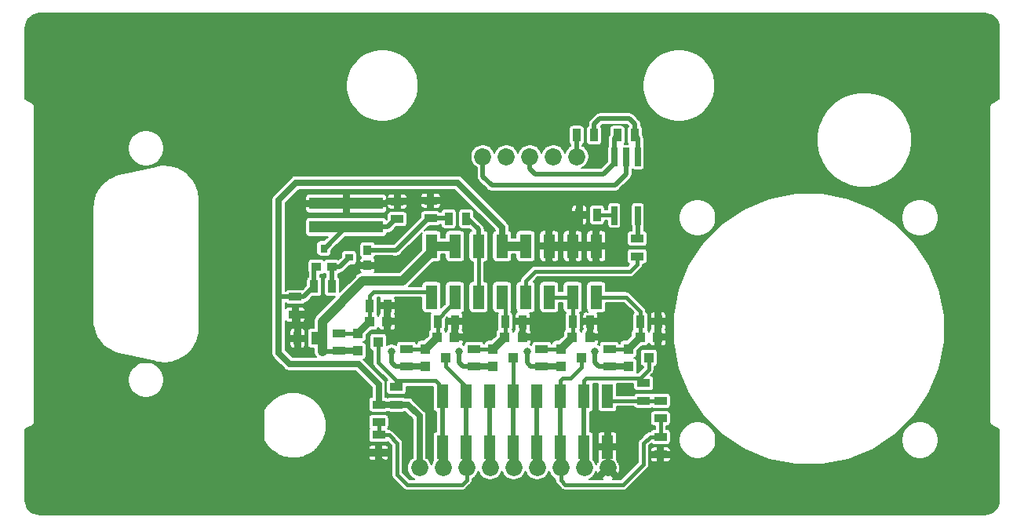
<source format=gbr>
G04 #@! TF.GenerationSoftware,KiCad,Pcbnew,(5.1.8)-1*
G04 #@! TF.CreationDate,2020-12-19T14:32:43-06:00*
G04 #@! TF.ProjectId,endcap,656e6463-6170-42e6-9b69-6361645f7063,2.1*
G04 #@! TF.SameCoordinates,PX2faf080PY2faf080*
G04 #@! TF.FileFunction,Copper,L2,Bot*
G04 #@! TF.FilePolarity,Positive*
%FSLAX46Y46*%
G04 Gerber Fmt 4.6, Leading zero omitted, Abs format (unit mm)*
G04 Created by KiCad (PCBNEW (5.1.8)-1) date 2020-12-19 14:32:43*
%MOMM*%
%LPD*%
G01*
G04 APERTURE LIST*
G04 #@! TA.AperFunction,SMDPad,CuDef*
%ADD10R,0.889000X1.397000*%
G04 #@! TD*
G04 #@! TA.AperFunction,ComponentPad*
%ADD11C,1.850000*%
G04 #@! TD*
G04 #@! TA.AperFunction,SMDPad,CuDef*
%ADD12R,1.300000X2.600000*%
G04 #@! TD*
G04 #@! TA.AperFunction,ComponentPad*
%ADD13C,4.900000*%
G04 #@! TD*
G04 #@! TA.AperFunction,SMDPad,CuDef*
%ADD14C,0.100000*%
G04 #@! TD*
G04 #@! TA.AperFunction,SMDPad,CuDef*
%ADD15R,1.100000X1.100000*%
G04 #@! TD*
G04 #@! TA.AperFunction,SMDPad,CuDef*
%ADD16R,1.397000X0.889000*%
G04 #@! TD*
G04 #@! TA.AperFunction,SMDPad,CuDef*
%ADD17R,0.640000X2.000000*%
G04 #@! TD*
G04 #@! TA.AperFunction,SMDPad,CuDef*
%ADD18R,8.000000X1.300000*%
G04 #@! TD*
G04 #@! TA.AperFunction,SMDPad,CuDef*
%ADD19R,0.900000X1.050000*%
G04 #@! TD*
G04 #@! TA.AperFunction,SMDPad,CuDef*
%ADD20R,0.900000X0.800000*%
G04 #@! TD*
G04 #@! TA.AperFunction,SMDPad,CuDef*
%ADD21R,1.050000X0.900000*%
G04 #@! TD*
G04 #@! TA.AperFunction,SMDPad,CuDef*
%ADD22R,0.800000X0.900000*%
G04 #@! TD*
G04 #@! TA.AperFunction,ViaPad*
%ADD23C,0.800000*%
G04 #@! TD*
G04 #@! TA.AperFunction,Conductor*
%ADD24C,0.400000*%
G04 #@! TD*
G04 #@! TA.AperFunction,Conductor*
%ADD25C,0.700000*%
G04 #@! TD*
G04 #@! TA.AperFunction,Conductor*
%ADD26C,0.500000*%
G04 #@! TD*
G04 #@! TA.AperFunction,Conductor*
%ADD27C,1.000000*%
G04 #@! TD*
G04 #@! TA.AperFunction,Conductor*
%ADD28C,0.250000*%
G04 #@! TD*
G04 #@! TA.AperFunction,Conductor*
%ADD29C,0.200000*%
G04 #@! TD*
G04 #@! TA.AperFunction,Conductor*
%ADD30C,0.100000*%
G04 #@! TD*
G04 APERTURE END LIST*
D10*
X59947500Y-13600000D03*
X61852500Y-13600000D03*
D11*
X43000000Y-49500000D03*
X45540000Y-49500000D03*
X48080000Y-49500000D03*
X50620000Y-49500000D03*
X53160000Y-49500000D03*
X55700000Y-49500000D03*
X58240000Y-49500000D03*
X60780000Y-49500000D03*
X63320000Y-49500000D03*
D12*
X62080000Y-31050000D03*
X62080000Y-25550000D03*
X59540000Y-31050000D03*
X59540000Y-25550000D03*
X57000000Y-31050000D03*
X57000000Y-25550000D03*
X54460000Y-31050000D03*
X54460000Y-25550000D03*
X51920000Y-31050000D03*
X51920000Y-25550000D03*
X49380000Y-31050000D03*
X49380000Y-25550000D03*
X46840000Y-31050000D03*
X46840000Y-25550000D03*
X44300000Y-31050000D03*
X44300000Y-25550000D03*
X63280000Y-47250000D03*
X63280000Y-41750000D03*
X60740000Y-47250000D03*
X60740000Y-41750000D03*
X58200000Y-47250000D03*
X58200000Y-41750000D03*
X55660000Y-47250000D03*
X55660000Y-41750000D03*
X53120000Y-47250000D03*
X53120000Y-41750000D03*
X50580000Y-47250000D03*
X50580000Y-41750000D03*
X48040000Y-47250000D03*
X48040000Y-41750000D03*
X45500000Y-47250000D03*
X45500000Y-41750000D03*
D13*
X4875000Y-3750000D03*
X101125000Y-3750000D03*
X101125000Y-51250000D03*
X4875000Y-51250000D03*
G04 #@! TA.AperFunction,SMDPad,CuDef*
D14*
G36*
X37424264Y-33310051D02*
G01*
X37989949Y-33875736D01*
X36575736Y-35289949D01*
X36010051Y-34724264D01*
X37424264Y-33310051D01*
G37*
G04 #@! TD.AperFunction*
D15*
X36350000Y-36850000D03*
X36350000Y-34950000D03*
X38550000Y-35900000D03*
X37600000Y-33700000D03*
X39500000Y-33700000D03*
X46800000Y-35400000D03*
X44900000Y-35400000D03*
X45850000Y-37600000D03*
X43650000Y-36650000D03*
X43650000Y-38550000D03*
G04 #@! TA.AperFunction,SMDPad,CuDef*
D14*
G36*
X44724264Y-35010051D02*
G01*
X45289949Y-35575736D01*
X43875736Y-36989949D01*
X43310051Y-36424264D01*
X44724264Y-35010051D01*
G37*
G04 #@! TD.AperFunction*
D15*
X54100000Y-35400000D03*
X52200000Y-35400000D03*
X53150000Y-37600000D03*
X50950000Y-36650000D03*
X50950000Y-38550000D03*
G04 #@! TA.AperFunction,SMDPad,CuDef*
D14*
G36*
X52024264Y-35010051D02*
G01*
X52589949Y-35575736D01*
X51175736Y-36989949D01*
X50610051Y-36424264D01*
X52024264Y-35010051D01*
G37*
G04 #@! TD.AperFunction*
G04 #@! TA.AperFunction,SMDPad,CuDef*
G36*
X59324264Y-35010051D02*
G01*
X59889949Y-35575736D01*
X58475736Y-36989949D01*
X57910051Y-36424264D01*
X59324264Y-35010051D01*
G37*
G04 #@! TD.AperFunction*
D15*
X58250000Y-38550000D03*
X58250000Y-36650000D03*
X60450000Y-37600000D03*
X59500000Y-35400000D03*
X61400000Y-35400000D03*
X68700000Y-35400000D03*
X66800000Y-35400000D03*
X67750000Y-37600000D03*
X65550000Y-36650000D03*
X65550000Y-38550000D03*
G04 #@! TA.AperFunction,SMDPad,CuDef*
D14*
G36*
X66624264Y-35010051D02*
G01*
X67189949Y-35575736D01*
X65775736Y-36989949D01*
X65210051Y-36424264D01*
X66624264Y-35010051D01*
G37*
G04 #@! TD.AperFunction*
D16*
X34300000Y-36852500D03*
X34300000Y-34947500D03*
D10*
X39552500Y-32000000D03*
X37647500Y-32000000D03*
D16*
X41600000Y-38552500D03*
X41600000Y-36647500D03*
D10*
X46852500Y-33700000D03*
X44947500Y-33700000D03*
D16*
X48900000Y-38552500D03*
X48900000Y-36647500D03*
D10*
X54152500Y-33700000D03*
X52247500Y-33700000D03*
D16*
X56200000Y-38552500D03*
X56200000Y-36647500D03*
D10*
X61452500Y-33700000D03*
X59547500Y-33700000D03*
D16*
X63500000Y-38552500D03*
X63500000Y-36647500D03*
D10*
X68752500Y-33700000D03*
X66847500Y-33700000D03*
X66252500Y-13600000D03*
X64347500Y-13600000D03*
X31752500Y-35500000D03*
X29847500Y-35500000D03*
D16*
X66500000Y-24747500D03*
X66500000Y-26652500D03*
D10*
X60247500Y-22200000D03*
X62152500Y-22200000D03*
D17*
X66570000Y-22250000D03*
X64030000Y-22250000D03*
X64030000Y-15950000D03*
X65300000Y-15950000D03*
X66570000Y-15950000D03*
D11*
X60000000Y-15900000D03*
X57460000Y-15900000D03*
X54920000Y-15900000D03*
X52380000Y-15900000D03*
X49840000Y-15900000D03*
D16*
X29600000Y-32952500D03*
X29600000Y-31047500D03*
D18*
X35100000Y-23500000D03*
X35100000Y-20960000D03*
D19*
X37400000Y-25975000D03*
D20*
X35400000Y-26800000D03*
D19*
X37400000Y-27625000D03*
D21*
X31875000Y-27800000D03*
D22*
X32700000Y-25800000D03*
D21*
X33525000Y-27800000D03*
D10*
X33552500Y-29900000D03*
X31647500Y-29900000D03*
D16*
X40600000Y-20747500D03*
X40600000Y-22652500D03*
X69000000Y-46147500D03*
X69000000Y-48052500D03*
X38600000Y-47852500D03*
X38600000Y-45947500D03*
X67200000Y-40347500D03*
X67200000Y-42252500D03*
X69000000Y-42247500D03*
X69000000Y-44152500D03*
X38600000Y-44552500D03*
X38600000Y-42647500D03*
X40500000Y-42652500D03*
X40500000Y-40747500D03*
X44200000Y-22552500D03*
X44200000Y-20647500D03*
D10*
X48052500Y-22600000D03*
X46147500Y-22600000D03*
D23*
X40600000Y-32000000D03*
X47900000Y-33700000D03*
X55200000Y-33700000D03*
X62500000Y-33700000D03*
X68700000Y-32300000D03*
X29800000Y-34200000D03*
X38600000Y-27400000D03*
X63800000Y-25500000D03*
X56800000Y-23400000D03*
X59100000Y-22700000D03*
X41900000Y-20700000D03*
X30300000Y-20900000D03*
X69000000Y-49000000D03*
X39000000Y-48900000D03*
X47300000Y-36900000D03*
X54600000Y-36900000D03*
X61900000Y-36900000D03*
X40000000Y-36900000D03*
X32500000Y-36900000D03*
D24*
X54152500Y-35347500D02*
X54100000Y-35400000D01*
X54152500Y-33700000D02*
X54152500Y-35347500D01*
X68752500Y-35347500D02*
X68700000Y-35400000D01*
X68752500Y-33700000D02*
X68752500Y-35347500D01*
X61452500Y-35347500D02*
X61400000Y-35400000D01*
X61452500Y-33700000D02*
X61452500Y-35347500D01*
X46852500Y-35347500D02*
X46800000Y-35400000D01*
X46852500Y-33700000D02*
X46852500Y-35347500D01*
X39552500Y-33647500D02*
X39500000Y-33700000D01*
X39552500Y-32000000D02*
X39552500Y-33647500D01*
D25*
X39552500Y-32000000D02*
X40600000Y-32000000D01*
X46852500Y-33700000D02*
X47900000Y-33700000D01*
X54152500Y-33700000D02*
X55200000Y-33700000D01*
X61452500Y-33700000D02*
X62500000Y-33700000D01*
D24*
X63320000Y-47290000D02*
X63280000Y-47250000D01*
X63320000Y-49500000D02*
X63320000Y-47290000D01*
D25*
X68700000Y-33647500D02*
X68752500Y-33700000D01*
X68700000Y-32300000D02*
X68700000Y-33647500D01*
X29847500Y-34247500D02*
X29800000Y-34200000D01*
X29847500Y-35500000D02*
X29847500Y-34247500D01*
X29800000Y-33152500D02*
X29600000Y-32952500D01*
X29800000Y-34200000D02*
X29800000Y-33152500D01*
D26*
X38375000Y-27625000D02*
X38600000Y-27400000D01*
X37400000Y-27625000D02*
X38375000Y-27625000D01*
D27*
X57000000Y-25550000D02*
X59540000Y-25550000D01*
X59540000Y-25550000D02*
X62080000Y-25550000D01*
D25*
X63750000Y-25550000D02*
X63800000Y-25500000D01*
X62080000Y-25550000D02*
X63750000Y-25550000D01*
X57000000Y-23600000D02*
X56800000Y-23400000D01*
X57000000Y-25550000D02*
X57000000Y-23600000D01*
X59540000Y-22907500D02*
X60247500Y-22200000D01*
X59540000Y-25550000D02*
X59540000Y-22907500D01*
X59307500Y-22907500D02*
X59100000Y-22700000D01*
X59540000Y-22907500D02*
X59307500Y-22907500D01*
D26*
X39189000Y-20960000D02*
X35100000Y-20960000D01*
X39401500Y-20747500D02*
X39189000Y-20960000D01*
X40600000Y-20747500D02*
X39401500Y-20747500D01*
X41852500Y-20747500D02*
X41900000Y-20700000D01*
X40600000Y-20747500D02*
X41852500Y-20747500D01*
X30360000Y-20960000D02*
X30300000Y-20900000D01*
X35100000Y-20960000D02*
X30360000Y-20960000D01*
D25*
X69000000Y-48052500D02*
X69000000Y-49000000D01*
X38600000Y-48500000D02*
X39000000Y-48900000D01*
X38600000Y-47852500D02*
X38600000Y-48500000D01*
D26*
X41952500Y-20647500D02*
X41900000Y-20700000D01*
X44200000Y-20647500D02*
X41952500Y-20647500D01*
D25*
X63502500Y-38550000D02*
X63500000Y-38552500D01*
X65550000Y-38550000D02*
X63502500Y-38550000D01*
X56202500Y-38550000D02*
X56200000Y-38552500D01*
X58250000Y-38550000D02*
X56202500Y-38550000D01*
X48902500Y-38550000D02*
X48900000Y-38552500D01*
X50950000Y-38550000D02*
X48902500Y-38550000D01*
X41602500Y-38550000D02*
X41600000Y-38552500D01*
X43650000Y-38550000D02*
X41602500Y-38550000D01*
X34302500Y-36850000D02*
X34300000Y-36852500D01*
X36350000Y-36850000D02*
X34302500Y-36850000D01*
D27*
X46840000Y-25550000D02*
X44300000Y-25550000D01*
X44300000Y-26200000D02*
X44300000Y-25550000D01*
X41200000Y-29300000D02*
X44300000Y-26200000D01*
X38000000Y-29300000D02*
X41200000Y-29300000D01*
X38000000Y-29300000D02*
X36852500Y-29300000D01*
D26*
X47701500Y-38552500D02*
X47300000Y-38151000D01*
X48900000Y-38552500D02*
X47701500Y-38552500D01*
X47300000Y-38151000D02*
X47300000Y-36800000D01*
X55001500Y-38552500D02*
X54600000Y-38151000D01*
X56200000Y-38552500D02*
X55001500Y-38552500D01*
X54600000Y-38151000D02*
X54600000Y-36900000D01*
X62301500Y-38552500D02*
X61900000Y-38151000D01*
X63500000Y-38552500D02*
X62301500Y-38552500D01*
X61900000Y-38151000D02*
X61900000Y-36900000D01*
X40401500Y-38552500D02*
X40000000Y-38151000D01*
X41600000Y-38552500D02*
X40401500Y-38552500D01*
X40000000Y-38151000D02*
X40000000Y-36900000D01*
D27*
X36852500Y-29300000D02*
X36852500Y-29347500D01*
X36852500Y-29347500D02*
X32500000Y-33700000D01*
X32500000Y-33700000D02*
X32500000Y-36900000D01*
D26*
X34252500Y-36900000D02*
X34300000Y-36852500D01*
X32500000Y-36900000D02*
X34252500Y-36900000D01*
D25*
X35897000Y-30100000D02*
X36497000Y-29500000D01*
D28*
X32447000Y-35500000D02*
X32500000Y-35553000D01*
X31752500Y-35500000D02*
X32447000Y-35500000D01*
X36347500Y-34947500D02*
X36350000Y-34950000D01*
X34300000Y-34947500D02*
X36347500Y-34947500D01*
D24*
X36352500Y-34947500D02*
X37000000Y-34300000D01*
X34300000Y-34947500D02*
X36352500Y-34947500D01*
X37647500Y-33652500D02*
X37600000Y-33700000D01*
X37647500Y-32000000D02*
X37647500Y-33652500D01*
X38049000Y-30500000D02*
X43750000Y-30500000D01*
X37647500Y-30901500D02*
X38049000Y-30500000D01*
X43750000Y-30500000D02*
X44300000Y-31050000D01*
X37647500Y-32000000D02*
X37647500Y-30901500D01*
X43652500Y-36647500D02*
X44300000Y-36000000D01*
X41600000Y-36647500D02*
X43652500Y-36647500D01*
X44947500Y-35352500D02*
X44900000Y-35400000D01*
X44947500Y-33700000D02*
X44947500Y-35352500D01*
X44947500Y-33446000D02*
X46093500Y-32300000D01*
X44947500Y-33700000D02*
X44947500Y-33446000D01*
X46840000Y-31050000D02*
X46840000Y-31560000D01*
X46840000Y-31560000D02*
X46100000Y-32300000D01*
X49380000Y-31050000D02*
X49380000Y-25550000D01*
X49380000Y-25550000D02*
X49380000Y-24900000D01*
D26*
X49380000Y-23750000D02*
X49380000Y-25550000D01*
X48052500Y-22600000D02*
X48230000Y-22600000D01*
X48230000Y-22600000D02*
X49380000Y-23750000D01*
D28*
X50947500Y-36647500D02*
X50950000Y-36650000D01*
X48900000Y-36647500D02*
X50947500Y-36647500D01*
D24*
X52247500Y-35352500D02*
X52200000Y-35400000D01*
X52247500Y-33700000D02*
X52247500Y-35352500D01*
X50952500Y-36647500D02*
X51600000Y-36000000D01*
X48900000Y-36647500D02*
X50952500Y-36647500D01*
X52247500Y-31377500D02*
X51920000Y-31050000D01*
X52247500Y-33700000D02*
X52247500Y-31377500D01*
D28*
X58252500Y-36647500D02*
X58900000Y-36000000D01*
X56200000Y-36647500D02*
X58252500Y-36647500D01*
D24*
X58247500Y-36647500D02*
X58250000Y-36650000D01*
X56200000Y-36647500D02*
X58247500Y-36647500D01*
X59547500Y-35352500D02*
X59500000Y-35400000D01*
X59547500Y-33700000D02*
X59547500Y-35352500D01*
X59547500Y-31057500D02*
X59540000Y-31050000D01*
X59547500Y-33700000D02*
X59547500Y-31057500D01*
X59540000Y-31050000D02*
X57050000Y-31050000D01*
D28*
X66847500Y-35352500D02*
X66200000Y-36000000D01*
X65547500Y-36647500D02*
X65550000Y-36650000D01*
X63500000Y-36647500D02*
X65547500Y-36647500D01*
D24*
X65552500Y-36647500D02*
X66200000Y-36000000D01*
X63500000Y-36647500D02*
X65552500Y-36647500D01*
X66847500Y-35352500D02*
X66800000Y-35400000D01*
X66847500Y-33700000D02*
X66847500Y-35352500D01*
X65296000Y-31050000D02*
X63130000Y-31050000D01*
X66847500Y-32601500D02*
X65296000Y-31050000D01*
X63130000Y-31050000D02*
X62080000Y-31050000D01*
X66847500Y-33700000D02*
X66847500Y-32601500D01*
D27*
X54460000Y-25550000D02*
X51920000Y-25550000D01*
D25*
X51920000Y-23520000D02*
X51920000Y-25550000D01*
X47100000Y-18700000D02*
X51920000Y-23520000D01*
X27800000Y-20600000D02*
X29700000Y-18700000D01*
X29700000Y-18700000D02*
X47100000Y-18700000D01*
X29000000Y-38300000D02*
X27800000Y-37100000D01*
D26*
X27847500Y-31047500D02*
X29600000Y-31047500D01*
X27800000Y-31000000D02*
X27847500Y-31047500D01*
D25*
X27800000Y-37100000D02*
X27800000Y-31000000D01*
X27800000Y-31000000D02*
X27800000Y-20600000D01*
D26*
X30500000Y-31047500D02*
X31647500Y-29900000D01*
X29600000Y-31047500D02*
X30500000Y-31047500D01*
X31647500Y-28027500D02*
X31875000Y-27800000D01*
X31647500Y-29900000D02*
X31647500Y-28027500D01*
D25*
X40495000Y-42647500D02*
X40500000Y-42652500D01*
X38600000Y-42647500D02*
X40495000Y-42647500D01*
X41752500Y-42652500D02*
X40500000Y-42652500D01*
X43000000Y-43900000D02*
X41752500Y-42652500D01*
X43000000Y-49500000D02*
X43000000Y-43900000D01*
X38600000Y-42647500D02*
X38600000Y-40500000D01*
X38600000Y-40500000D02*
X36400000Y-38300000D01*
X29000000Y-38300000D02*
X36400000Y-38300000D01*
D24*
X54460000Y-31050000D02*
X54460000Y-29350000D01*
X54460000Y-29350000D02*
X55510000Y-28300000D01*
X55510000Y-28300000D02*
X64700000Y-28300000D01*
X66500000Y-27497000D02*
X65697000Y-28300000D01*
X66500000Y-26652500D02*
X66500000Y-27497000D01*
X65697000Y-28300000D02*
X64700000Y-28300000D01*
D26*
X66570000Y-24677500D02*
X66500000Y-24747500D01*
X66570000Y-22250000D02*
X66570000Y-24677500D01*
D24*
X63980000Y-22200000D02*
X64030000Y-22250000D01*
X62152500Y-22200000D02*
X63980000Y-22200000D01*
D27*
X45540000Y-47290000D02*
X45500000Y-47250000D01*
X45540000Y-49500000D02*
X45540000Y-47290000D01*
D26*
X45500000Y-47250000D02*
X45500000Y-41750000D01*
D24*
X45500000Y-40900000D02*
X45500000Y-41750000D01*
X44700000Y-40100000D02*
X45500000Y-40900000D01*
X38550000Y-35900000D02*
X38550000Y-37950000D01*
X38550000Y-37950000D02*
X38550000Y-38150000D01*
X38550000Y-38150000D02*
X40500000Y-40100000D01*
X44700000Y-40100000D02*
X40500000Y-40100000D01*
X40500000Y-40747500D02*
X40500000Y-40100000D01*
D27*
X48080000Y-47290000D02*
X48040000Y-47250000D01*
X48080000Y-49500000D02*
X48080000Y-47290000D01*
D26*
X48040000Y-45450000D02*
X48040000Y-41750000D01*
X48040000Y-47250000D02*
X48040000Y-45450000D01*
D24*
X45850000Y-38550000D02*
X48040000Y-40740000D01*
X48040000Y-40740000D02*
X48040000Y-41750000D01*
X45850000Y-37600000D02*
X45850000Y-38550000D01*
X38600000Y-45947500D02*
X38600000Y-44552500D01*
X48080000Y-49500000D02*
X48080000Y-50820000D01*
X48080000Y-50820000D02*
X47600000Y-51300000D01*
X47600000Y-51300000D02*
X41800000Y-51300000D01*
X39698500Y-45947500D02*
X40600000Y-46849000D01*
X38600000Y-45947500D02*
X39698500Y-45947500D01*
X40600000Y-46849000D02*
X40600000Y-48900000D01*
X40600000Y-48900000D02*
X40600000Y-50200000D01*
X40600000Y-50200000D02*
X41700000Y-51300000D01*
D27*
X50620000Y-47290000D02*
X50580000Y-47250000D01*
X50620000Y-49500000D02*
X50620000Y-47290000D01*
D26*
X50580000Y-45450000D02*
X50580000Y-41750000D01*
X50580000Y-47250000D02*
X50580000Y-45450000D01*
D27*
X53160000Y-47290000D02*
X53120000Y-47250000D01*
X53160000Y-49500000D02*
X53160000Y-47290000D01*
D26*
X53120000Y-47250000D02*
X53120000Y-41750000D01*
D24*
X53120000Y-37630000D02*
X53150000Y-37600000D01*
X53120000Y-41750000D02*
X53120000Y-37630000D01*
D27*
X55700000Y-47290000D02*
X55660000Y-47250000D01*
X55700000Y-49500000D02*
X55700000Y-47290000D01*
D26*
X55660000Y-47250000D02*
X55660000Y-41750000D01*
D27*
X58240000Y-47290000D02*
X58200000Y-47250000D01*
X58240000Y-49500000D02*
X58240000Y-47290000D01*
D26*
X58200000Y-47250000D02*
X58200000Y-41750000D01*
D24*
X60450000Y-38650000D02*
X60450000Y-37600000D01*
X58200000Y-41750000D02*
X58200000Y-40050000D01*
X58450000Y-39800000D02*
X59300000Y-39800000D01*
X58200000Y-40050000D02*
X58450000Y-39800000D01*
X59300000Y-39800000D02*
X60450000Y-38650000D01*
X69000000Y-44152500D02*
X69000000Y-46147500D01*
X67901500Y-46147500D02*
X69000000Y-46147500D01*
X67200000Y-46849000D02*
X67901500Y-46147500D01*
X67200000Y-49100000D02*
X67200000Y-46849000D01*
X58240000Y-49500000D02*
X58240000Y-50808147D01*
X65000000Y-51300000D02*
X67200000Y-49100000D01*
X58240000Y-50808147D02*
X58731853Y-51300000D01*
X58731853Y-51300000D02*
X65000000Y-51300000D01*
D27*
X60780000Y-47290000D02*
X60740000Y-47250000D01*
X60780000Y-49500000D02*
X60780000Y-47290000D01*
D26*
X60740000Y-45450000D02*
X60740000Y-41750000D01*
X60740000Y-47250000D02*
X60740000Y-45450000D01*
D24*
X67750000Y-38850000D02*
X67750000Y-37600000D01*
X60740000Y-41750000D02*
X60740000Y-40050000D01*
X60740000Y-40050000D02*
X60990000Y-39800000D01*
X66800000Y-39800000D02*
X67750000Y-38850000D01*
X60990000Y-39800000D02*
X66800000Y-39800000D01*
X66800000Y-39947500D02*
X67200000Y-40347500D01*
X66800000Y-39800000D02*
X66800000Y-39947500D01*
D26*
X66570000Y-13917500D02*
X66252500Y-13600000D01*
X66570000Y-15950000D02*
X66570000Y-13917500D01*
X61852500Y-12401500D02*
X61852500Y-13600000D01*
X66252500Y-12401500D02*
X65651000Y-11800000D01*
X65651000Y-11800000D02*
X62454000Y-11800000D01*
X66252500Y-13600000D02*
X66252500Y-12401500D01*
X62454000Y-11800000D02*
X61852500Y-12401500D01*
X64030000Y-16630000D02*
X64030000Y-15950000D01*
X54920000Y-15900000D02*
X54920000Y-17208147D01*
X54920000Y-17208147D02*
X55511853Y-17800000D01*
X55511853Y-17800000D02*
X62860000Y-17800000D01*
X62860000Y-17800000D02*
X64030000Y-16630000D01*
X64030000Y-13917500D02*
X64347500Y-13600000D01*
X64030000Y-15950000D02*
X64030000Y-13917500D01*
X59947500Y-15847500D02*
X60000000Y-15900000D01*
X59947500Y-13600000D02*
X59947500Y-15847500D01*
X52940000Y-19000000D02*
X64100000Y-19000000D01*
X65300000Y-17800000D02*
X65300000Y-15950000D01*
X64100000Y-19000000D02*
X65300000Y-17800000D01*
X49840000Y-15900000D02*
X49840000Y-18040000D01*
X49840000Y-18040000D02*
X50800000Y-19000000D01*
X50800000Y-19000000D02*
X53100000Y-19000000D01*
X34400000Y-27800000D02*
X35400000Y-26800000D01*
X33525000Y-27800000D02*
X34400000Y-27800000D01*
X33552500Y-27827500D02*
X33525000Y-27800000D01*
X33552500Y-29900000D02*
X33552500Y-27827500D01*
X32800000Y-25800000D02*
X35100000Y-23500000D01*
X32700000Y-25800000D02*
X32800000Y-25800000D01*
X39600000Y-23500000D02*
X40447500Y-22652500D01*
X40447500Y-22652500D02*
X40600000Y-22652500D01*
X35100000Y-23500000D02*
X39600000Y-23500000D01*
D24*
X67205000Y-42247500D02*
X67200000Y-42252500D01*
X69000000Y-42247500D02*
X67205000Y-42247500D01*
X63782500Y-42252500D02*
X63280000Y-41750000D01*
X67200000Y-42252500D02*
X63782500Y-42252500D01*
D26*
X40025000Y-25975000D02*
X37400000Y-25975000D01*
X40025000Y-25975000D02*
X40225000Y-25975000D01*
X44200000Y-22552500D02*
X43946000Y-22552500D01*
X40498500Y-26000000D02*
X40200000Y-26000000D01*
X40025000Y-25975000D02*
X40200000Y-26000000D01*
X43946000Y-22552500D02*
X40498500Y-26000000D01*
X40200000Y-26000000D02*
X40525000Y-25975000D01*
X46100000Y-22552500D02*
X46147500Y-22600000D01*
X44200000Y-22552500D02*
X46100000Y-22552500D01*
D29*
X104295764Y-506278D02*
X104580263Y-592173D01*
X104842665Y-731695D01*
X105072961Y-919521D01*
X105262394Y-1148505D01*
X105403741Y-1409921D01*
X105491620Y-1693812D01*
X105525000Y-2011398D01*
X105525001Y-9706434D01*
X104823588Y-10057141D01*
X104817346Y-10059034D01*
X104781774Y-10078048D01*
X104766705Y-10085582D01*
X104761231Y-10089028D01*
X104734827Y-10103141D01*
X104721709Y-10113907D01*
X104707362Y-10122938D01*
X104685645Y-10143504D01*
X104662499Y-10162499D01*
X104651732Y-10175618D01*
X104639424Y-10187274D01*
X104622136Y-10211681D01*
X104603141Y-10234827D01*
X104595142Y-10249792D01*
X104585342Y-10263628D01*
X104573141Y-10290953D01*
X104559034Y-10317347D01*
X104554112Y-10333574D01*
X104547195Y-10349065D01*
X104540559Y-10378252D01*
X104531873Y-10406885D01*
X104530211Y-10423763D01*
X104526450Y-10440303D01*
X104525635Y-10470218D01*
X104525000Y-10476669D01*
X104525000Y-10493550D01*
X104523903Y-10533835D01*
X104525000Y-10540259D01*
X104525001Y-44459735D01*
X104523903Y-44466165D01*
X104525001Y-44506486D01*
X104525001Y-44523332D01*
X104525635Y-44529770D01*
X104526450Y-44559697D01*
X104530212Y-44576244D01*
X104531874Y-44593116D01*
X104540557Y-44621738D01*
X104547195Y-44650935D01*
X104554114Y-44666431D01*
X104559035Y-44682654D01*
X104573138Y-44709039D01*
X104585342Y-44736372D01*
X104595146Y-44750214D01*
X104603142Y-44765173D01*
X104622130Y-44788310D01*
X104639424Y-44812726D01*
X104651737Y-44824386D01*
X104662500Y-44837501D01*
X104685639Y-44856490D01*
X104707362Y-44877062D01*
X104721713Y-44886096D01*
X104734828Y-44896859D01*
X104761225Y-44910968D01*
X104766705Y-44914418D01*
X104781789Y-44921960D01*
X104817347Y-44940966D01*
X104823586Y-44942859D01*
X105525000Y-45293566D01*
X105525001Y-52976758D01*
X105493722Y-53295765D01*
X105407826Y-53580265D01*
X105268307Y-53842661D01*
X105080479Y-54072962D01*
X104851495Y-54262394D01*
X104590079Y-54403741D01*
X104306188Y-54491620D01*
X103988602Y-54525000D01*
X2023232Y-54525000D01*
X1704235Y-54493722D01*
X1419735Y-54407826D01*
X1157339Y-54268307D01*
X927038Y-54080479D01*
X737606Y-53851495D01*
X596259Y-53590079D01*
X508380Y-53306188D01*
X475000Y-52988602D01*
X475000Y-45293566D01*
X1176418Y-44942857D01*
X1182653Y-44940966D01*
X1218189Y-44921972D01*
X1233295Y-44914419D01*
X1238782Y-44910965D01*
X1265173Y-44896859D01*
X1278286Y-44886098D01*
X1292638Y-44877063D01*
X1314363Y-44856490D01*
X1337501Y-44837501D01*
X1348264Y-44824386D01*
X1360576Y-44812727D01*
X1377869Y-44788312D01*
X1396859Y-44765173D01*
X1404856Y-44750212D01*
X1414658Y-44736373D01*
X1426859Y-44709046D01*
X1440966Y-44682654D01*
X1445888Y-44666427D01*
X1452805Y-44650936D01*
X1459441Y-44621749D01*
X1468127Y-44593116D01*
X1469789Y-44576238D01*
X1473550Y-44559698D01*
X1474365Y-44529783D01*
X1475000Y-44523332D01*
X1475000Y-44506450D01*
X1476097Y-44466165D01*
X1475000Y-44459741D01*
X1475000Y-43377896D01*
X26200000Y-43377896D01*
X26200002Y-46422105D01*
X26202150Y-46443915D01*
X26202150Y-46443929D01*
X26202153Y-46443943D01*
X26206513Y-46488215D01*
X26232245Y-46573041D01*
X26274031Y-46651216D01*
X26281935Y-46660847D01*
X26285997Y-46668426D01*
X26289528Y-46673623D01*
X26636590Y-47176915D01*
X26662925Y-47208090D01*
X26688792Y-47239593D01*
X26693265Y-47244006D01*
X27131474Y-47670301D01*
X27163391Y-47695790D01*
X27194856Y-47721645D01*
X27200095Y-47725101D01*
X27200100Y-47725105D01*
X27200105Y-47725108D01*
X27712766Y-48058166D01*
X27748959Y-48076935D01*
X27784913Y-48096222D01*
X27790729Y-48098597D01*
X28358321Y-48325739D01*
X28397484Y-48337124D01*
X28436488Y-48349057D01*
X28442655Y-48350257D01*
X29043557Y-48462826D01*
X29084215Y-48466390D01*
X29124763Y-48470517D01*
X29131047Y-48470496D01*
X29742369Y-48464205D01*
X29782932Y-48459806D01*
X29823522Y-48455977D01*
X29829682Y-48454736D01*
X30428140Y-48329826D01*
X30467096Y-48317626D01*
X30506149Y-48305992D01*
X30511944Y-48303581D01*
X30511950Y-48303579D01*
X30511955Y-48303576D01*
X30527454Y-48297000D01*
X37499565Y-48297000D01*
X37507288Y-48375414D01*
X37530160Y-48450814D01*
X37567303Y-48520303D01*
X37617289Y-48581211D01*
X37678197Y-48631197D01*
X37747686Y-48668340D01*
X37823086Y-48691212D01*
X37901500Y-48698935D01*
X38200000Y-48697000D01*
X38300000Y-48597000D01*
X38300000Y-48152500D01*
X38900000Y-48152500D01*
X38900000Y-48597000D01*
X39000000Y-48697000D01*
X39298500Y-48698935D01*
X39376914Y-48691212D01*
X39452314Y-48668340D01*
X39521803Y-48631197D01*
X39582711Y-48581211D01*
X39632697Y-48520303D01*
X39669840Y-48450814D01*
X39692712Y-48375414D01*
X39700435Y-48297000D01*
X39698500Y-48252500D01*
X39598500Y-48152500D01*
X38900000Y-48152500D01*
X38300000Y-48152500D01*
X37601500Y-48152500D01*
X37501500Y-48252500D01*
X37499565Y-48297000D01*
X30527454Y-48297000D01*
X31074749Y-48064805D01*
X31110568Y-48045285D01*
X31146644Y-48026273D01*
X31151866Y-48022778D01*
X31657567Y-47679239D01*
X31688932Y-47653116D01*
X31720608Y-47627475D01*
X31725052Y-47623033D01*
X31937180Y-47408000D01*
X37499565Y-47408000D01*
X37501500Y-47452500D01*
X37601500Y-47552500D01*
X38300000Y-47552500D01*
X38300000Y-47108000D01*
X38900000Y-47108000D01*
X38900000Y-47552500D01*
X39598500Y-47552500D01*
X39698500Y-47452500D01*
X39700435Y-47408000D01*
X39692712Y-47329586D01*
X39669840Y-47254186D01*
X39632697Y-47184697D01*
X39582711Y-47123789D01*
X39521803Y-47073803D01*
X39452314Y-47036660D01*
X39376914Y-47013788D01*
X39298500Y-47006065D01*
X39000000Y-47008000D01*
X38900000Y-47108000D01*
X38300000Y-47108000D01*
X38200000Y-47008000D01*
X37901500Y-47006065D01*
X37823086Y-47013788D01*
X37747686Y-47036660D01*
X37678197Y-47073803D01*
X37617289Y-47123789D01*
X37567303Y-47184697D01*
X37530160Y-47254186D01*
X37507288Y-47329586D01*
X37499565Y-47408000D01*
X31937180Y-47408000D01*
X32154396Y-47187811D01*
X32180079Y-47156107D01*
X32206182Y-47124789D01*
X32209678Y-47119569D01*
X32546311Y-46609242D01*
X32565370Y-46573109D01*
X32584869Y-46537361D01*
X32587285Y-46531561D01*
X32818383Y-45965568D01*
X32830046Y-45926469D01*
X32842245Y-45887567D01*
X32843488Y-45881408D01*
X32960251Y-45281307D01*
X32964104Y-45240629D01*
X32968508Y-45200156D01*
X32968532Y-45193873D01*
X32966509Y-44582522D01*
X32962392Y-44541920D01*
X32958847Y-44501314D01*
X32957649Y-44495146D01*
X32836920Y-43895830D01*
X32824992Y-43856788D01*
X32813631Y-43817656D01*
X32811261Y-43811845D01*
X32811259Y-43811839D01*
X32811256Y-43811834D01*
X32576420Y-43247386D01*
X32557135Y-43211404D01*
X32538390Y-43175224D01*
X32534933Y-43169978D01*
X32194932Y-42661890D01*
X32169012Y-42630322D01*
X32143609Y-42598489D01*
X32139199Y-42594014D01*
X31706984Y-42161643D01*
X31675473Y-42135750D01*
X31644326Y-42109419D01*
X31639130Y-42105886D01*
X31131166Y-41765699D01*
X31095199Y-41746405D01*
X31059556Y-41726639D01*
X31053773Y-41724183D01*
X30489407Y-41489139D01*
X30450385Y-41477201D01*
X30411574Y-41464732D01*
X30405427Y-41463447D01*
X30405425Y-41463446D01*
X30405423Y-41463446D01*
X29806152Y-41342498D01*
X29765536Y-41338365D01*
X29725061Y-41333674D01*
X29718779Y-41333607D01*
X29718778Y-41333607D01*
X29107428Y-41331362D01*
X29066831Y-41335192D01*
X29026169Y-41338456D01*
X29019993Y-41339611D01*
X28419849Y-41456153D01*
X28380753Y-41467800D01*
X28341513Y-41478896D01*
X28335679Y-41481228D01*
X27769601Y-41712120D01*
X27733457Y-41731168D01*
X27697176Y-41749646D01*
X27691914Y-41753062D01*
X27691906Y-41753066D01*
X27691899Y-41753071D01*
X27181457Y-42089512D01*
X27149731Y-42115193D01*
X27117700Y-42140390D01*
X27113195Y-42144769D01*
X26677816Y-42573955D01*
X26651708Y-42605279D01*
X26625155Y-42636247D01*
X26621586Y-42641418D01*
X26289270Y-43130214D01*
X26274029Y-43148785D01*
X26232243Y-43226960D01*
X26206511Y-43311786D01*
X26200000Y-43377896D01*
X1475000Y-43377896D01*
X1475000Y-39810404D01*
X11575000Y-39810404D01*
X11575000Y-40189596D01*
X11648977Y-40561502D01*
X11794087Y-40911829D01*
X12004755Y-41227116D01*
X12272884Y-41495245D01*
X12588171Y-41705913D01*
X12938498Y-41851023D01*
X13310404Y-41925000D01*
X13689596Y-41925000D01*
X14061502Y-41851023D01*
X14411829Y-41705913D01*
X14727116Y-41495245D01*
X14995245Y-41227116D01*
X15205913Y-40911829D01*
X15351023Y-40561502D01*
X15425000Y-40189596D01*
X15425000Y-39810404D01*
X15351023Y-39438498D01*
X15205913Y-39088171D01*
X14995245Y-38772884D01*
X14727116Y-38504755D01*
X14411829Y-38294087D01*
X14061502Y-38148977D01*
X13689596Y-38075000D01*
X13310404Y-38075000D01*
X12938498Y-38148977D01*
X12588171Y-38294087D01*
X12272884Y-38504755D01*
X12004755Y-38772884D01*
X11794087Y-39088171D01*
X11648977Y-39438498D01*
X11575000Y-39810404D01*
X1475000Y-39810404D01*
X1475000Y-33519260D01*
X7716474Y-33519260D01*
X7716938Y-33525526D01*
X7763199Y-34096730D01*
X7769960Y-34134195D01*
X7775732Y-34171783D01*
X7777329Y-34177860D01*
X7948213Y-34809862D01*
X7962661Y-34848037D01*
X7976553Y-34886350D01*
X7979300Y-34892000D01*
X8269686Y-35478775D01*
X8291286Y-35513436D01*
X8312343Y-35548301D01*
X8316135Y-35553310D01*
X8714962Y-36072506D01*
X8742856Y-36102282D01*
X8770311Y-36132424D01*
X8775004Y-36136601D01*
X9267082Y-36568444D01*
X9300222Y-36592231D01*
X9333015Y-36616470D01*
X9338430Y-36619656D01*
X9905014Y-36947695D01*
X9942183Y-36964610D01*
X9979019Y-36981999D01*
X9984950Y-36984073D01*
X10565890Y-37182632D01*
X10568990Y-37184366D01*
X10632178Y-37204863D01*
X14549917Y-38062478D01*
X14627485Y-38088131D01*
X14633624Y-38089470D01*
X14759483Y-38115991D01*
X14782524Y-38118535D01*
X14805235Y-38123197D01*
X14811488Y-38123810D01*
X15462603Y-38183066D01*
X15503420Y-38182781D01*
X15544171Y-38183066D01*
X15550425Y-38182453D01*
X16200649Y-38114112D01*
X16240646Y-38105902D01*
X16280664Y-38098268D01*
X16286669Y-38096455D01*
X16286679Y-38096453D01*
X16286688Y-38096449D01*
X16911245Y-37903117D01*
X16948848Y-37887310D01*
X16986660Y-37872033D01*
X16992208Y-37869084D01*
X17567327Y-37558118D01*
X17601182Y-37535283D01*
X17635267Y-37512978D01*
X17640137Y-37509007D01*
X18143902Y-37092256D01*
X18172628Y-37063329D01*
X18201782Y-37034779D01*
X18205787Y-37029938D01*
X18619011Y-36523275D01*
X18641587Y-36489296D01*
X18664624Y-36455651D01*
X18667609Y-36450129D01*
X18667612Y-36450125D01*
X18667614Y-36450121D01*
X18974555Y-35872849D01*
X18990098Y-35835141D01*
X19006165Y-35797653D01*
X19008023Y-35791651D01*
X19196994Y-35165749D01*
X19204926Y-35125691D01*
X19213395Y-35085846D01*
X19214052Y-35079597D01*
X19277852Y-34428912D01*
X19280000Y-34407105D01*
X19280000Y-20600000D01*
X27046373Y-20600000D01*
X27050001Y-20636837D01*
X27050000Y-31036834D01*
X27050001Y-31036844D01*
X27050000Y-37063173D01*
X27046373Y-37100000D01*
X27050000Y-37136827D01*
X27050000Y-37136834D01*
X27060853Y-37247025D01*
X27103739Y-37388400D01*
X27173381Y-37518692D01*
X27267105Y-37632895D01*
X27295719Y-37656378D01*
X28443630Y-38804291D01*
X28467105Y-38832895D01*
X28495708Y-38856369D01*
X28495715Y-38856376D01*
X28541849Y-38894236D01*
X28581307Y-38926619D01*
X28711599Y-38996261D01*
X28820069Y-39029165D01*
X28852973Y-39039147D01*
X28867817Y-39040609D01*
X28963165Y-39050000D01*
X28963171Y-39050000D01*
X28999999Y-39053627D01*
X29036827Y-39050000D01*
X36089341Y-39050000D01*
X37850001Y-40810661D01*
X37850000Y-41806137D01*
X37823086Y-41808788D01*
X37747686Y-41831660D01*
X37678197Y-41868803D01*
X37617289Y-41918789D01*
X37567303Y-41979697D01*
X37530160Y-42049186D01*
X37507288Y-42124586D01*
X37499565Y-42203000D01*
X37499565Y-43092000D01*
X37507288Y-43170414D01*
X37530160Y-43245814D01*
X37567303Y-43315303D01*
X37617289Y-43376211D01*
X37678197Y-43426197D01*
X37747686Y-43463340D01*
X37823086Y-43486212D01*
X37901500Y-43493935D01*
X39298500Y-43493935D01*
X39376914Y-43486212D01*
X39452314Y-43463340D01*
X39521803Y-43426197D01*
X39546954Y-43405556D01*
X39578197Y-43431197D01*
X39647686Y-43468340D01*
X39723086Y-43491212D01*
X39801500Y-43498935D01*
X41198500Y-43498935D01*
X41276914Y-43491212D01*
X41352314Y-43468340D01*
X41421803Y-43431197D01*
X41448570Y-43409230D01*
X42250001Y-44210662D01*
X42250000Y-48407570D01*
X42155362Y-48470805D01*
X41970805Y-48655362D01*
X41825800Y-48872377D01*
X41725919Y-49113512D01*
X41675000Y-49369499D01*
X41675000Y-49630501D01*
X41725919Y-49886488D01*
X41825800Y-50127623D01*
X41970805Y-50344638D01*
X42155362Y-50529195D01*
X42372377Y-50674200D01*
X42434664Y-50700000D01*
X41948528Y-50700000D01*
X41200000Y-49951473D01*
X41200000Y-46878476D01*
X41202903Y-46849000D01*
X41191319Y-46731379D01*
X41157010Y-46618279D01*
X41146652Y-46598900D01*
X41101296Y-46514045D01*
X41026317Y-46422683D01*
X41003420Y-46403892D01*
X40143613Y-45544086D01*
X40124817Y-45521183D01*
X40033455Y-45446204D01*
X39929221Y-45390490D01*
X39816121Y-45356182D01*
X39727974Y-45347500D01*
X39698500Y-45344597D01*
X39669026Y-45347500D01*
X39668939Y-45347500D01*
X39632697Y-45279697D01*
X39608325Y-45250000D01*
X39632697Y-45220303D01*
X39669840Y-45150814D01*
X39692712Y-45075414D01*
X39700435Y-44997000D01*
X39700435Y-44108000D01*
X39692712Y-44029586D01*
X39669840Y-43954186D01*
X39632697Y-43884697D01*
X39582711Y-43823789D01*
X39521803Y-43773803D01*
X39452314Y-43736660D01*
X39376914Y-43713788D01*
X39298500Y-43706065D01*
X37901500Y-43706065D01*
X37823086Y-43713788D01*
X37747686Y-43736660D01*
X37678197Y-43773803D01*
X37617289Y-43823789D01*
X37567303Y-43884697D01*
X37530160Y-43954186D01*
X37507288Y-44029586D01*
X37499565Y-44108000D01*
X37499565Y-44997000D01*
X37507288Y-45075414D01*
X37530160Y-45150814D01*
X37567303Y-45220303D01*
X37591675Y-45250000D01*
X37567303Y-45279697D01*
X37530160Y-45349186D01*
X37507288Y-45424586D01*
X37499565Y-45503000D01*
X37499565Y-46392000D01*
X37507288Y-46470414D01*
X37530160Y-46545814D01*
X37567303Y-46615303D01*
X37617289Y-46676211D01*
X37678197Y-46726197D01*
X37747686Y-46763340D01*
X37823086Y-46786212D01*
X37901500Y-46793935D01*
X39298500Y-46793935D01*
X39376914Y-46786212D01*
X39452314Y-46763340D01*
X39521803Y-46726197D01*
X39580499Y-46678026D01*
X40000000Y-47097528D01*
X40000001Y-48870517D01*
X40000000Y-48870527D01*
X40000001Y-50170517D01*
X39997097Y-50200000D01*
X40008682Y-50317620D01*
X40031756Y-50393683D01*
X40042991Y-50430721D01*
X40098705Y-50534955D01*
X40173684Y-50626317D01*
X40196581Y-50645108D01*
X41296577Y-51745105D01*
X41365045Y-51801295D01*
X41469278Y-51857009D01*
X41582379Y-51891318D01*
X41700000Y-51902903D01*
X41750000Y-51897978D01*
X41770526Y-51900000D01*
X47570526Y-51900000D01*
X47600000Y-51902903D01*
X47629474Y-51900000D01*
X47717621Y-51891318D01*
X47830721Y-51857010D01*
X47934955Y-51801296D01*
X48026317Y-51726317D01*
X48045113Y-51703414D01*
X48483419Y-51265109D01*
X48506317Y-51246317D01*
X48581296Y-51154955D01*
X48637010Y-51050721D01*
X48640606Y-51038868D01*
X48671319Y-50937621D01*
X48682903Y-50820000D01*
X48680000Y-50790524D01*
X48680000Y-50685642D01*
X48707623Y-50674200D01*
X48924638Y-50529195D01*
X49109195Y-50344638D01*
X49254200Y-50127623D01*
X49350000Y-49896340D01*
X49445800Y-50127623D01*
X49590805Y-50344638D01*
X49775362Y-50529195D01*
X49992377Y-50674200D01*
X50233512Y-50774081D01*
X50489499Y-50825000D01*
X50750501Y-50825000D01*
X51006488Y-50774081D01*
X51247623Y-50674200D01*
X51464638Y-50529195D01*
X51649195Y-50344638D01*
X51794200Y-50127623D01*
X51890000Y-49896340D01*
X51985800Y-50127623D01*
X52130805Y-50344638D01*
X52315362Y-50529195D01*
X52532377Y-50674200D01*
X52773512Y-50774081D01*
X53029499Y-50825000D01*
X53290501Y-50825000D01*
X53546488Y-50774081D01*
X53787623Y-50674200D01*
X54004638Y-50529195D01*
X54189195Y-50344638D01*
X54334200Y-50127623D01*
X54430000Y-49896340D01*
X54525800Y-50127623D01*
X54670805Y-50344638D01*
X54855362Y-50529195D01*
X55072377Y-50674200D01*
X55313512Y-50774081D01*
X55569499Y-50825000D01*
X55830501Y-50825000D01*
X56086488Y-50774081D01*
X56327623Y-50674200D01*
X56544638Y-50529195D01*
X56729195Y-50344638D01*
X56874200Y-50127623D01*
X56970000Y-49896340D01*
X57065800Y-50127623D01*
X57210805Y-50344638D01*
X57395362Y-50529195D01*
X57612377Y-50674200D01*
X57640001Y-50685642D01*
X57640001Y-50778664D01*
X57637097Y-50808147D01*
X57648682Y-50925767D01*
X57682991Y-51038868D01*
X57738705Y-51143102D01*
X57813684Y-51234464D01*
X57836581Y-51253255D01*
X58286744Y-51703419D01*
X58305536Y-51726317D01*
X58396898Y-51801296D01*
X58501132Y-51857010D01*
X58614232Y-51891318D01*
X58731852Y-51902903D01*
X58761326Y-51900000D01*
X64970526Y-51900000D01*
X65000000Y-51902903D01*
X65029474Y-51900000D01*
X65117621Y-51891318D01*
X65230721Y-51857010D01*
X65334955Y-51801296D01*
X65426317Y-51726317D01*
X65445113Y-51703414D01*
X67603420Y-49545108D01*
X67626317Y-49526317D01*
X67701296Y-49434955D01*
X67737603Y-49367029D01*
X67757010Y-49330722D01*
X67791318Y-49217621D01*
X67802903Y-49100000D01*
X67800000Y-49070526D01*
X67800000Y-48497000D01*
X67899565Y-48497000D01*
X67907288Y-48575414D01*
X67930160Y-48650814D01*
X67967303Y-48720303D01*
X68017289Y-48781211D01*
X68078197Y-48831197D01*
X68147686Y-48868340D01*
X68223086Y-48891212D01*
X68301500Y-48898935D01*
X68600000Y-48897000D01*
X68700000Y-48797000D01*
X68700000Y-48352500D01*
X69300000Y-48352500D01*
X69300000Y-48797000D01*
X69400000Y-48897000D01*
X69698500Y-48898935D01*
X69776914Y-48891212D01*
X69852314Y-48868340D01*
X69921803Y-48831197D01*
X69982711Y-48781211D01*
X70032697Y-48720303D01*
X70069840Y-48650814D01*
X70092712Y-48575414D01*
X70100435Y-48497000D01*
X70098500Y-48452500D01*
X69998500Y-48352500D01*
X69300000Y-48352500D01*
X68700000Y-48352500D01*
X68001500Y-48352500D01*
X67901500Y-48452500D01*
X67899565Y-48497000D01*
X67800000Y-48497000D01*
X67800000Y-47608000D01*
X67899565Y-47608000D01*
X67901500Y-47652500D01*
X68001500Y-47752500D01*
X68700000Y-47752500D01*
X68700000Y-47308000D01*
X69300000Y-47308000D01*
X69300000Y-47752500D01*
X69998500Y-47752500D01*
X70098500Y-47652500D01*
X70100435Y-47608000D01*
X70092712Y-47529586D01*
X70069840Y-47454186D01*
X70032697Y-47384697D01*
X69982711Y-47323789D01*
X69921803Y-47273803D01*
X69852314Y-47236660D01*
X69776914Y-47213788D01*
X69698500Y-47206065D01*
X69400000Y-47208000D01*
X69300000Y-47308000D01*
X68700000Y-47308000D01*
X68600000Y-47208000D01*
X68301500Y-47206065D01*
X68223086Y-47213788D01*
X68147686Y-47236660D01*
X68078197Y-47273803D01*
X68017289Y-47323789D01*
X67967303Y-47384697D01*
X67930160Y-47454186D01*
X67907288Y-47529586D01*
X67899565Y-47608000D01*
X67800000Y-47608000D01*
X67800000Y-47097527D01*
X68019501Y-46878026D01*
X68078197Y-46926197D01*
X68147686Y-46963340D01*
X68223086Y-46986212D01*
X68301500Y-46993935D01*
X69698500Y-46993935D01*
X69776914Y-46986212D01*
X69852314Y-46963340D01*
X69921803Y-46926197D01*
X69982711Y-46876211D01*
X70032697Y-46815303D01*
X70069840Y-46745814D01*
X70092712Y-46670414D01*
X70100435Y-46592000D01*
X70100435Y-46303017D01*
X71000000Y-46303017D01*
X71000000Y-46696983D01*
X71076859Y-47083378D01*
X71227623Y-47447355D01*
X71446499Y-47774926D01*
X71725074Y-48053501D01*
X72052645Y-48272377D01*
X72416622Y-48423141D01*
X72803017Y-48500000D01*
X73196983Y-48500000D01*
X73583378Y-48423141D01*
X73947355Y-48272377D01*
X74274926Y-48053501D01*
X74553501Y-47774926D01*
X74772377Y-47447355D01*
X74923141Y-47083378D01*
X75000000Y-46696983D01*
X75000000Y-46303017D01*
X74923141Y-45916622D01*
X74772377Y-45552645D01*
X74553501Y-45225074D01*
X74274926Y-44946499D01*
X73947355Y-44727623D01*
X73583378Y-44576859D01*
X73196983Y-44500000D01*
X72803017Y-44500000D01*
X72416622Y-44576859D01*
X72052645Y-44727623D01*
X71725074Y-44946499D01*
X71446499Y-45225074D01*
X71227623Y-45552645D01*
X71076859Y-45916622D01*
X71000000Y-46303017D01*
X70100435Y-46303017D01*
X70100435Y-45703000D01*
X70092712Y-45624586D01*
X70069840Y-45549186D01*
X70032697Y-45479697D01*
X69982711Y-45418789D01*
X69921803Y-45368803D01*
X69852314Y-45331660D01*
X69776914Y-45308788D01*
X69698500Y-45301065D01*
X69600000Y-45301065D01*
X69600000Y-44998935D01*
X69698500Y-44998935D01*
X69776914Y-44991212D01*
X69852314Y-44968340D01*
X69921803Y-44931197D01*
X69982711Y-44881211D01*
X70032697Y-44820303D01*
X70069840Y-44750814D01*
X70092712Y-44675414D01*
X70100435Y-44597000D01*
X70100435Y-43708000D01*
X70092712Y-43629586D01*
X70069840Y-43554186D01*
X70032697Y-43484697D01*
X69982711Y-43423789D01*
X69921803Y-43373803D01*
X69852314Y-43336660D01*
X69776914Y-43313788D01*
X69698500Y-43306065D01*
X68301500Y-43306065D01*
X68223086Y-43313788D01*
X68147686Y-43336660D01*
X68078197Y-43373803D01*
X68017289Y-43423789D01*
X67967303Y-43484697D01*
X67930160Y-43554186D01*
X67907288Y-43629586D01*
X67899565Y-43708000D01*
X67899565Y-44597000D01*
X67907288Y-44675414D01*
X67930160Y-44750814D01*
X67967303Y-44820303D01*
X68017289Y-44881211D01*
X68078197Y-44931197D01*
X68147686Y-44968340D01*
X68223086Y-44991212D01*
X68301500Y-44998935D01*
X68400000Y-44998935D01*
X68400001Y-45301065D01*
X68301500Y-45301065D01*
X68223086Y-45308788D01*
X68147686Y-45331660D01*
X68078197Y-45368803D01*
X68017289Y-45418789D01*
X67967303Y-45479697D01*
X67931061Y-45547500D01*
X67930974Y-45547500D01*
X67901500Y-45544597D01*
X67783879Y-45556182D01*
X67670778Y-45590490D01*
X67634471Y-45609897D01*
X67566545Y-45646204D01*
X67475183Y-45721183D01*
X67456391Y-45744081D01*
X66796581Y-46403892D01*
X66773684Y-46422683D01*
X66698705Y-46514045D01*
X66662198Y-46582345D01*
X66642991Y-46618279D01*
X66608682Y-46731380D01*
X66597097Y-46849000D01*
X66600001Y-46878483D01*
X66600000Y-48851472D01*
X64751473Y-50700000D01*
X63856912Y-50700000D01*
X63952372Y-50556636D01*
X63320000Y-49924264D01*
X62687628Y-50556636D01*
X62783088Y-50700000D01*
X61345336Y-50700000D01*
X61407623Y-50674200D01*
X61624638Y-50529195D01*
X61809195Y-50344638D01*
X61954200Y-50127623D01*
X62053188Y-49888644D01*
X62085729Y-49999229D01*
X62094230Y-50019753D01*
X62263364Y-50132372D01*
X62895736Y-49500000D01*
X62881594Y-49485858D01*
X63305858Y-49061594D01*
X63320000Y-49075736D01*
X63334143Y-49061594D01*
X63758407Y-49485858D01*
X63744264Y-49500000D01*
X64376636Y-50132372D01*
X64545770Y-50019753D01*
X64623616Y-49770630D01*
X64651365Y-49511107D01*
X64627950Y-49251158D01*
X64554271Y-49000771D01*
X64545770Y-48980247D01*
X64376638Y-48867629D01*
X64473241Y-48771026D01*
X64324787Y-48622572D01*
X64331935Y-48550000D01*
X64330000Y-47650000D01*
X64230000Y-47550000D01*
X63580000Y-47550000D01*
X63580000Y-47570000D01*
X62980000Y-47570000D01*
X62980000Y-47550000D01*
X62330000Y-47550000D01*
X62230000Y-47650000D01*
X62228065Y-48550000D01*
X62235788Y-48628414D01*
X62252914Y-48684871D01*
X62166759Y-48771026D01*
X62263362Y-48867629D01*
X62094230Y-48980247D01*
X62053230Y-49111457D01*
X61954200Y-48872377D01*
X61809195Y-48655362D01*
X61783755Y-48629922D01*
X61784212Y-48628414D01*
X61791935Y-48550000D01*
X61791935Y-45950000D01*
X62228065Y-45950000D01*
X62230000Y-46850000D01*
X62330000Y-46950000D01*
X62980000Y-46950000D01*
X62980000Y-45650000D01*
X63580000Y-45650000D01*
X63580000Y-46950000D01*
X64230000Y-46950000D01*
X64330000Y-46850000D01*
X64331935Y-45950000D01*
X64324212Y-45871586D01*
X64301340Y-45796186D01*
X64264197Y-45726697D01*
X64214211Y-45665789D01*
X64153303Y-45615803D01*
X64083814Y-45578660D01*
X64008414Y-45555788D01*
X63930000Y-45548065D01*
X63680000Y-45550000D01*
X63580000Y-45650000D01*
X62980000Y-45650000D01*
X62880000Y-45550000D01*
X62630000Y-45548065D01*
X62551586Y-45555788D01*
X62476186Y-45578660D01*
X62406697Y-45615803D01*
X62345789Y-45665789D01*
X62295803Y-45726697D01*
X62258660Y-45796186D01*
X62235788Y-45871586D01*
X62228065Y-45950000D01*
X61791935Y-45950000D01*
X61784212Y-45871586D01*
X61761340Y-45796186D01*
X61724197Y-45726697D01*
X61674211Y-45665789D01*
X61613303Y-45615803D01*
X61543814Y-45578660D01*
X61468414Y-45555788D01*
X61390000Y-45548065D01*
X61390000Y-43451935D01*
X61468414Y-43444212D01*
X61543814Y-43421340D01*
X61613303Y-43384197D01*
X61674211Y-43334211D01*
X61724197Y-43273303D01*
X61761340Y-43203814D01*
X61784212Y-43128414D01*
X61791935Y-43050000D01*
X61791935Y-40450000D01*
X61787010Y-40400000D01*
X62232990Y-40400000D01*
X62228065Y-40450000D01*
X62228065Y-43050000D01*
X62235788Y-43128414D01*
X62258660Y-43203814D01*
X62295803Y-43273303D01*
X62345789Y-43334211D01*
X62406697Y-43384197D01*
X62476186Y-43421340D01*
X62551586Y-43444212D01*
X62630000Y-43451935D01*
X63930000Y-43451935D01*
X64008414Y-43444212D01*
X64083814Y-43421340D01*
X64153303Y-43384197D01*
X64214211Y-43334211D01*
X64264197Y-43273303D01*
X64301340Y-43203814D01*
X64324212Y-43128414D01*
X64331935Y-43050000D01*
X64331935Y-42852500D01*
X66131061Y-42852500D01*
X66167303Y-42920303D01*
X66217289Y-42981211D01*
X66278197Y-43031197D01*
X66347686Y-43068340D01*
X66423086Y-43091212D01*
X66501500Y-43098935D01*
X67898500Y-43098935D01*
X67976914Y-43091212D01*
X68052314Y-43068340D01*
X68104677Y-43040351D01*
X68147686Y-43063340D01*
X68223086Y-43086212D01*
X68301500Y-43093935D01*
X69698500Y-43093935D01*
X69776914Y-43086212D01*
X69852314Y-43063340D01*
X69921803Y-43026197D01*
X69982711Y-42976211D01*
X70032697Y-42915303D01*
X70069840Y-42845814D01*
X70092712Y-42770414D01*
X70100435Y-42692000D01*
X70100435Y-41803000D01*
X70092712Y-41724586D01*
X70069840Y-41649186D01*
X70032697Y-41579697D01*
X69982711Y-41518789D01*
X69921803Y-41468803D01*
X69852314Y-41431660D01*
X69776914Y-41408788D01*
X69698500Y-41401065D01*
X68301500Y-41401065D01*
X68223086Y-41408788D01*
X68147686Y-41431660D01*
X68095323Y-41459649D01*
X68052314Y-41436660D01*
X67976914Y-41413788D01*
X67898500Y-41406065D01*
X66501500Y-41406065D01*
X66423086Y-41413788D01*
X66347686Y-41436660D01*
X66278197Y-41473803D01*
X66217289Y-41523789D01*
X66167303Y-41584697D01*
X66131061Y-41652500D01*
X64331935Y-41652500D01*
X64331935Y-40450000D01*
X64327010Y-40400000D01*
X66099565Y-40400000D01*
X66099565Y-40792000D01*
X66107288Y-40870414D01*
X66130160Y-40945814D01*
X66167303Y-41015303D01*
X66217289Y-41076211D01*
X66278197Y-41126197D01*
X66347686Y-41163340D01*
X66423086Y-41186212D01*
X66501500Y-41193935D01*
X67898500Y-41193935D01*
X67976914Y-41186212D01*
X68052314Y-41163340D01*
X68121803Y-41126197D01*
X68182711Y-41076211D01*
X68232697Y-41015303D01*
X68269840Y-40945814D01*
X68292712Y-40870414D01*
X68300435Y-40792000D01*
X68300435Y-39903000D01*
X68292712Y-39824586D01*
X68269840Y-39749186D01*
X68232697Y-39679697D01*
X68182711Y-39618789D01*
X68121803Y-39568803D01*
X68052314Y-39531660D01*
X67976914Y-39508788D01*
X67943073Y-39505455D01*
X68153420Y-39295108D01*
X68176317Y-39276317D01*
X68251296Y-39184955D01*
X68305848Y-39082895D01*
X68307010Y-39080722D01*
X68341318Y-38967621D01*
X68352903Y-38850000D01*
X68350000Y-38820526D01*
X68350000Y-38547010D01*
X68378414Y-38544212D01*
X68453814Y-38521340D01*
X68523303Y-38484197D01*
X68584211Y-38434211D01*
X68634197Y-38373303D01*
X68671340Y-38303814D01*
X68694212Y-38228414D01*
X68701935Y-38150000D01*
X68701935Y-37050000D01*
X68694212Y-36971586D01*
X68671340Y-36896186D01*
X68634197Y-36826697D01*
X68584211Y-36765789D01*
X68523303Y-36715803D01*
X68453814Y-36678660D01*
X68378414Y-36655788D01*
X68300000Y-36648065D01*
X67200000Y-36648065D01*
X67121586Y-36655788D01*
X67046186Y-36678660D01*
X66976697Y-36715803D01*
X66915789Y-36765789D01*
X66865803Y-36826697D01*
X66828660Y-36896186D01*
X66805788Y-36971586D01*
X66798065Y-37050000D01*
X66798065Y-38150000D01*
X66805788Y-38228414D01*
X66828660Y-38303814D01*
X66865803Y-38373303D01*
X66915789Y-38434211D01*
X66976697Y-38484197D01*
X67046186Y-38521340D01*
X67121586Y-38544212D01*
X67150000Y-38547011D01*
X67150000Y-38601472D01*
X66551473Y-39200000D01*
X66487664Y-39200000D01*
X66494212Y-39178414D01*
X66501935Y-39100000D01*
X66501935Y-38000000D01*
X66494212Y-37921586D01*
X66471340Y-37846186D01*
X66434197Y-37776697D01*
X66384211Y-37715789D01*
X66323303Y-37665803D01*
X66253814Y-37628660D01*
X66178414Y-37605788D01*
X66119647Y-37600000D01*
X66178414Y-37594212D01*
X66253814Y-37571340D01*
X66323303Y-37534197D01*
X66384211Y-37484211D01*
X66434197Y-37423303D01*
X66471340Y-37353814D01*
X66494212Y-37278414D01*
X66501935Y-37200000D01*
X66501935Y-36832172D01*
X66982172Y-36351935D01*
X67350000Y-36351935D01*
X67428414Y-36344212D01*
X67503814Y-36321340D01*
X67573303Y-36284197D01*
X67634211Y-36234211D01*
X67684197Y-36173303D01*
X67721340Y-36103814D01*
X67744212Y-36028414D01*
X67750000Y-35969647D01*
X67755788Y-36028414D01*
X67778660Y-36103814D01*
X67815803Y-36173303D01*
X67865789Y-36234211D01*
X67926697Y-36284197D01*
X67996186Y-36321340D01*
X68071586Y-36344212D01*
X68150000Y-36351935D01*
X68300000Y-36350000D01*
X68400000Y-36250000D01*
X68400000Y-35700000D01*
X69000000Y-35700000D01*
X69000000Y-36250000D01*
X69100000Y-36350000D01*
X69250000Y-36351935D01*
X69328414Y-36344212D01*
X69403814Y-36321340D01*
X69473303Y-36284197D01*
X69534211Y-36234211D01*
X69584197Y-36173303D01*
X69621340Y-36103814D01*
X69644212Y-36028414D01*
X69651935Y-35950000D01*
X69650000Y-35800000D01*
X69550000Y-35700000D01*
X69000000Y-35700000D01*
X68400000Y-35700000D01*
X68380000Y-35700000D01*
X68380000Y-35100000D01*
X68400000Y-35100000D01*
X68400000Y-34751000D01*
X68452500Y-34698500D01*
X68452500Y-34550000D01*
X69000000Y-34550000D01*
X69000000Y-35100000D01*
X69550000Y-35100000D01*
X69650000Y-35000000D01*
X69651935Y-34850000D01*
X69644212Y-34771586D01*
X69621340Y-34696186D01*
X69584197Y-34626697D01*
X69550517Y-34585658D01*
X69568340Y-34552314D01*
X69591212Y-34476914D01*
X69598935Y-34398500D01*
X69597000Y-34100000D01*
X69497000Y-34000000D01*
X69052500Y-34000000D01*
X69052500Y-34497500D01*
X69000000Y-34550000D01*
X68452500Y-34550000D01*
X68452500Y-34000000D01*
X68008000Y-34000000D01*
X67908000Y-34100000D01*
X67906065Y-34398500D01*
X67913788Y-34476914D01*
X67925806Y-34516534D01*
X67865789Y-34565789D01*
X67815803Y-34626697D01*
X67778660Y-34696186D01*
X67755788Y-34771586D01*
X67750000Y-34830353D01*
X67744212Y-34771586D01*
X67721340Y-34696186D01*
X67684197Y-34626697D01*
X67647489Y-34581968D01*
X67663340Y-34552314D01*
X67686212Y-34476914D01*
X67693935Y-34398500D01*
X67693935Y-33001500D01*
X67906065Y-33001500D01*
X67908000Y-33300000D01*
X68008000Y-33400000D01*
X68452500Y-33400000D01*
X68452500Y-32701500D01*
X69052500Y-32701500D01*
X69052500Y-33400000D01*
X69497000Y-33400000D01*
X69597000Y-33300000D01*
X69598574Y-33057101D01*
X70350000Y-33057101D01*
X70350000Y-35942899D01*
X70912991Y-38773247D01*
X72017338Y-41439377D01*
X73620602Y-43838831D01*
X75661169Y-45879398D01*
X78060623Y-47482662D01*
X80726753Y-48587009D01*
X83557101Y-49150000D01*
X86442899Y-49150000D01*
X89273247Y-48587009D01*
X91939377Y-47482662D01*
X93704840Y-46303017D01*
X95000000Y-46303017D01*
X95000000Y-46696983D01*
X95076859Y-47083378D01*
X95227623Y-47447355D01*
X95446499Y-47774926D01*
X95725074Y-48053501D01*
X96052645Y-48272377D01*
X96416622Y-48423141D01*
X96803017Y-48500000D01*
X97196983Y-48500000D01*
X97583378Y-48423141D01*
X97947355Y-48272377D01*
X98274926Y-48053501D01*
X98553501Y-47774926D01*
X98772377Y-47447355D01*
X98923141Y-47083378D01*
X99000000Y-46696983D01*
X99000000Y-46303017D01*
X98923141Y-45916622D01*
X98772377Y-45552645D01*
X98553501Y-45225074D01*
X98274926Y-44946499D01*
X97947355Y-44727623D01*
X97583378Y-44576859D01*
X97196983Y-44500000D01*
X96803017Y-44500000D01*
X96416622Y-44576859D01*
X96052645Y-44727623D01*
X95725074Y-44946499D01*
X95446499Y-45225074D01*
X95227623Y-45552645D01*
X95076859Y-45916622D01*
X95000000Y-46303017D01*
X93704840Y-46303017D01*
X94338831Y-45879398D01*
X96379398Y-43838831D01*
X97982662Y-41439377D01*
X99087009Y-38773247D01*
X99650000Y-35942899D01*
X99650000Y-33057101D01*
X99087009Y-30226753D01*
X97982662Y-27560623D01*
X96379398Y-25161169D01*
X94338831Y-23120602D01*
X93115229Y-22303017D01*
X95000000Y-22303017D01*
X95000000Y-22696983D01*
X95076859Y-23083378D01*
X95227623Y-23447355D01*
X95446499Y-23774926D01*
X95725074Y-24053501D01*
X96052645Y-24272377D01*
X96416622Y-24423141D01*
X96803017Y-24500000D01*
X97196983Y-24500000D01*
X97583378Y-24423141D01*
X97947355Y-24272377D01*
X98274926Y-24053501D01*
X98553501Y-23774926D01*
X98772377Y-23447355D01*
X98923141Y-23083378D01*
X99000000Y-22696983D01*
X99000000Y-22303017D01*
X98923141Y-21916622D01*
X98772377Y-21552645D01*
X98553501Y-21225074D01*
X98274926Y-20946499D01*
X97947355Y-20727623D01*
X97583378Y-20576859D01*
X97196983Y-20500000D01*
X96803017Y-20500000D01*
X96416622Y-20576859D01*
X96052645Y-20727623D01*
X95725074Y-20946499D01*
X95446499Y-21225074D01*
X95227623Y-21552645D01*
X95076859Y-21916622D01*
X95000000Y-22303017D01*
X93115229Y-22303017D01*
X91939377Y-21517338D01*
X89273247Y-20412991D01*
X86442899Y-19850000D01*
X83557101Y-19850000D01*
X80726753Y-20412991D01*
X78060623Y-21517338D01*
X75661169Y-23120602D01*
X73620602Y-25161169D01*
X72017338Y-27560623D01*
X70912991Y-30226753D01*
X70350000Y-33057101D01*
X69598574Y-33057101D01*
X69598935Y-33001500D01*
X69591212Y-32923086D01*
X69568340Y-32847686D01*
X69531197Y-32778197D01*
X69481211Y-32717289D01*
X69420303Y-32667303D01*
X69350814Y-32630160D01*
X69275414Y-32607288D01*
X69197000Y-32599565D01*
X69152500Y-32601500D01*
X69052500Y-32701500D01*
X68452500Y-32701500D01*
X68352500Y-32601500D01*
X68308000Y-32599565D01*
X68229586Y-32607288D01*
X68154186Y-32630160D01*
X68084697Y-32667303D01*
X68023789Y-32717289D01*
X67973803Y-32778197D01*
X67936660Y-32847686D01*
X67913788Y-32923086D01*
X67906065Y-33001500D01*
X67693935Y-33001500D01*
X67686212Y-32923086D01*
X67663340Y-32847686D01*
X67626197Y-32778197D01*
X67576211Y-32717289D01*
X67515303Y-32667303D01*
X67447500Y-32631061D01*
X67447500Y-32630973D01*
X67450403Y-32601499D01*
X67438818Y-32483878D01*
X67428411Y-32449570D01*
X67404510Y-32370779D01*
X67348796Y-32266545D01*
X67273817Y-32175183D01*
X67250925Y-32156396D01*
X65741113Y-30646586D01*
X65722317Y-30623683D01*
X65630955Y-30548704D01*
X65526721Y-30492990D01*
X65413621Y-30458682D01*
X65325474Y-30450000D01*
X65296000Y-30447097D01*
X65266526Y-30450000D01*
X63131935Y-30450000D01*
X63131935Y-29750000D01*
X63124212Y-29671586D01*
X63101340Y-29596186D01*
X63064197Y-29526697D01*
X63014211Y-29465789D01*
X62953303Y-29415803D01*
X62883814Y-29378660D01*
X62808414Y-29355788D01*
X62730000Y-29348065D01*
X61430000Y-29348065D01*
X61351586Y-29355788D01*
X61276186Y-29378660D01*
X61206697Y-29415803D01*
X61145789Y-29465789D01*
X61095803Y-29526697D01*
X61058660Y-29596186D01*
X61035788Y-29671586D01*
X61028065Y-29750000D01*
X61028065Y-32350000D01*
X61035788Y-32428414D01*
X61058660Y-32503814D01*
X61095803Y-32573303D01*
X61145789Y-32634211D01*
X61152498Y-32639717D01*
X61152498Y-32701498D01*
X61052500Y-32601500D01*
X61008000Y-32599565D01*
X60929586Y-32607288D01*
X60854186Y-32630160D01*
X60784697Y-32667303D01*
X60723789Y-32717289D01*
X60673803Y-32778197D01*
X60636660Y-32847686D01*
X60613788Y-32923086D01*
X60606065Y-33001500D01*
X60608000Y-33300000D01*
X60708000Y-33400000D01*
X61152500Y-33400000D01*
X61152500Y-33380000D01*
X61752500Y-33380000D01*
X61752500Y-33400000D01*
X62197000Y-33400000D01*
X62297000Y-33300000D01*
X62298935Y-33001500D01*
X62291212Y-32923086D01*
X62268340Y-32847686D01*
X62231197Y-32778197D01*
X62209644Y-32751935D01*
X62730000Y-32751935D01*
X62808414Y-32744212D01*
X62883814Y-32721340D01*
X62953303Y-32684197D01*
X63014211Y-32634211D01*
X63064197Y-32573303D01*
X63101340Y-32503814D01*
X63124212Y-32428414D01*
X63131935Y-32350000D01*
X63131935Y-31650000D01*
X65047473Y-31650000D01*
X66116973Y-32719502D01*
X66068803Y-32778197D01*
X66031660Y-32847686D01*
X66008788Y-32923086D01*
X66001065Y-33001500D01*
X66001065Y-34398500D01*
X66008788Y-34476914D01*
X66021803Y-34519819D01*
X65965789Y-34565789D01*
X65915803Y-34626697D01*
X65878660Y-34696186D01*
X65855788Y-34771586D01*
X65848065Y-34850000D01*
X65848065Y-35217828D01*
X65367828Y-35698065D01*
X65000000Y-35698065D01*
X64921586Y-35705788D01*
X64846186Y-35728660D01*
X64776697Y-35765803D01*
X64715789Y-35815789D01*
X64665803Y-35876697D01*
X64628660Y-35946186D01*
X64605788Y-36021586D01*
X64603236Y-36047500D01*
X64568939Y-36047500D01*
X64532697Y-35979697D01*
X64482711Y-35918789D01*
X64421803Y-35868803D01*
X64352314Y-35831660D01*
X64276914Y-35808788D01*
X64198500Y-35801065D01*
X62801500Y-35801065D01*
X62723086Y-35808788D01*
X62647686Y-35831660D01*
X62578197Y-35868803D01*
X62517289Y-35918789D01*
X62467303Y-35979697D01*
X62430160Y-36049186D01*
X62407288Y-36124586D01*
X62399565Y-36203000D01*
X62399565Y-36271647D01*
X62278942Y-36191049D01*
X62271995Y-36188171D01*
X62284197Y-36173303D01*
X62321340Y-36103814D01*
X62344212Y-36028414D01*
X62351935Y-35950000D01*
X62350000Y-35800000D01*
X62250000Y-35700000D01*
X61700000Y-35700000D01*
X61700000Y-35720000D01*
X61100000Y-35720000D01*
X61100000Y-35700000D01*
X61080000Y-35700000D01*
X61080000Y-35100000D01*
X61100000Y-35100000D01*
X61100000Y-34751000D01*
X61152500Y-34698500D01*
X61152500Y-34550000D01*
X61700000Y-34550000D01*
X61700000Y-35100000D01*
X62250000Y-35100000D01*
X62350000Y-35000000D01*
X62351935Y-34850000D01*
X62344212Y-34771586D01*
X62321340Y-34696186D01*
X62284197Y-34626697D01*
X62250517Y-34585658D01*
X62268340Y-34552314D01*
X62291212Y-34476914D01*
X62298935Y-34398500D01*
X62297000Y-34100000D01*
X62197000Y-34000000D01*
X61752500Y-34000000D01*
X61752500Y-34497500D01*
X61700000Y-34550000D01*
X61152500Y-34550000D01*
X61152500Y-34000000D01*
X60708000Y-34000000D01*
X60608000Y-34100000D01*
X60606065Y-34398500D01*
X60613788Y-34476914D01*
X60625806Y-34516534D01*
X60565789Y-34565789D01*
X60515803Y-34626697D01*
X60478660Y-34696186D01*
X60455788Y-34771586D01*
X60450000Y-34830353D01*
X60444212Y-34771586D01*
X60421340Y-34696186D01*
X60384197Y-34626697D01*
X60347489Y-34581968D01*
X60363340Y-34552314D01*
X60386212Y-34476914D01*
X60393935Y-34398500D01*
X60393935Y-33001500D01*
X60386212Y-32923086D01*
X60363340Y-32847686D01*
X60326197Y-32778197D01*
X60292348Y-32736952D01*
X60343814Y-32721340D01*
X60413303Y-32684197D01*
X60474211Y-32634211D01*
X60524197Y-32573303D01*
X60561340Y-32503814D01*
X60584212Y-32428414D01*
X60591935Y-32350000D01*
X60591935Y-29750000D01*
X60584212Y-29671586D01*
X60561340Y-29596186D01*
X60524197Y-29526697D01*
X60474211Y-29465789D01*
X60413303Y-29415803D01*
X60343814Y-29378660D01*
X60268414Y-29355788D01*
X60190000Y-29348065D01*
X58890000Y-29348065D01*
X58811586Y-29355788D01*
X58736186Y-29378660D01*
X58666697Y-29415803D01*
X58605789Y-29465789D01*
X58555803Y-29526697D01*
X58518660Y-29596186D01*
X58495788Y-29671586D01*
X58488065Y-29750000D01*
X58488065Y-30450000D01*
X58051935Y-30450000D01*
X58051935Y-29750000D01*
X58044212Y-29671586D01*
X58021340Y-29596186D01*
X57984197Y-29526697D01*
X57934211Y-29465789D01*
X57873303Y-29415803D01*
X57803814Y-29378660D01*
X57728414Y-29355788D01*
X57650000Y-29348065D01*
X56350000Y-29348065D01*
X56271586Y-29355788D01*
X56196186Y-29378660D01*
X56126697Y-29415803D01*
X56065789Y-29465789D01*
X56015803Y-29526697D01*
X55978660Y-29596186D01*
X55955788Y-29671586D01*
X55948065Y-29750000D01*
X55948065Y-32350000D01*
X55955788Y-32428414D01*
X55978660Y-32503814D01*
X56015803Y-32573303D01*
X56065789Y-32634211D01*
X56126697Y-32684197D01*
X56196186Y-32721340D01*
X56271586Y-32744212D01*
X56350000Y-32751935D01*
X57650000Y-32751935D01*
X57728414Y-32744212D01*
X57803814Y-32721340D01*
X57873303Y-32684197D01*
X57934211Y-32634211D01*
X57984197Y-32573303D01*
X58021340Y-32503814D01*
X58044212Y-32428414D01*
X58051935Y-32350000D01*
X58051935Y-31650000D01*
X58488065Y-31650000D01*
X58488065Y-32350000D01*
X58495788Y-32428414D01*
X58518660Y-32503814D01*
X58555803Y-32573303D01*
X58605789Y-32634211D01*
X58666697Y-32684197D01*
X58736186Y-32721340D01*
X58799662Y-32740595D01*
X58768803Y-32778197D01*
X58731660Y-32847686D01*
X58708788Y-32923086D01*
X58701065Y-33001500D01*
X58701065Y-34398500D01*
X58708788Y-34476914D01*
X58721803Y-34519819D01*
X58665789Y-34565789D01*
X58615803Y-34626697D01*
X58578660Y-34696186D01*
X58555788Y-34771586D01*
X58548065Y-34850000D01*
X58548065Y-35217828D01*
X58067828Y-35698065D01*
X57700000Y-35698065D01*
X57621586Y-35705788D01*
X57546186Y-35728660D01*
X57476697Y-35765803D01*
X57415789Y-35815789D01*
X57365803Y-35876697D01*
X57328660Y-35946186D01*
X57305788Y-36021586D01*
X57303236Y-36047500D01*
X57268939Y-36047500D01*
X57232697Y-35979697D01*
X57182711Y-35918789D01*
X57121803Y-35868803D01*
X57052314Y-35831660D01*
X56976914Y-35808788D01*
X56898500Y-35801065D01*
X55501500Y-35801065D01*
X55423086Y-35808788D01*
X55347686Y-35831660D01*
X55278197Y-35868803D01*
X55217289Y-35918789D01*
X55167303Y-35979697D01*
X55130160Y-36049186D01*
X55107288Y-36124586D01*
X55099565Y-36203000D01*
X55099565Y-36271647D01*
X54978942Y-36191049D01*
X54971995Y-36188171D01*
X54984197Y-36173303D01*
X55021340Y-36103814D01*
X55044212Y-36028414D01*
X55051935Y-35950000D01*
X55050000Y-35800000D01*
X54950000Y-35700000D01*
X54400000Y-35700000D01*
X54400000Y-35720000D01*
X53800000Y-35720000D01*
X53800000Y-35700000D01*
X53780000Y-35700000D01*
X53780000Y-35100000D01*
X53800000Y-35100000D01*
X53800000Y-34751000D01*
X53852500Y-34698500D01*
X53852500Y-34550000D01*
X54400000Y-34550000D01*
X54400000Y-35100000D01*
X54950000Y-35100000D01*
X55050000Y-35000000D01*
X55051935Y-34850000D01*
X55044212Y-34771586D01*
X55021340Y-34696186D01*
X54984197Y-34626697D01*
X54950517Y-34585658D01*
X54968340Y-34552314D01*
X54991212Y-34476914D01*
X54998935Y-34398500D01*
X54997000Y-34100000D01*
X54897000Y-34000000D01*
X54452500Y-34000000D01*
X54452500Y-34497500D01*
X54400000Y-34550000D01*
X53852500Y-34550000D01*
X53852500Y-34000000D01*
X53408000Y-34000000D01*
X53308000Y-34100000D01*
X53306065Y-34398500D01*
X53313788Y-34476914D01*
X53325806Y-34516534D01*
X53265789Y-34565789D01*
X53215803Y-34626697D01*
X53178660Y-34696186D01*
X53155788Y-34771586D01*
X53150000Y-34830353D01*
X53144212Y-34771586D01*
X53121340Y-34696186D01*
X53084197Y-34626697D01*
X53047489Y-34581968D01*
X53063340Y-34552314D01*
X53086212Y-34476914D01*
X53093935Y-34398500D01*
X53093935Y-33001500D01*
X53306065Y-33001500D01*
X53308000Y-33300000D01*
X53408000Y-33400000D01*
X53852500Y-33400000D01*
X53852500Y-33380000D01*
X54452500Y-33380000D01*
X54452500Y-33400000D01*
X54897000Y-33400000D01*
X54997000Y-33300000D01*
X54998935Y-33001500D01*
X54991212Y-32923086D01*
X54968340Y-32847686D01*
X54931197Y-32778197D01*
X54909644Y-32751935D01*
X55110000Y-32751935D01*
X55188414Y-32744212D01*
X55263814Y-32721340D01*
X55333303Y-32684197D01*
X55394211Y-32634211D01*
X55444197Y-32573303D01*
X55481340Y-32503814D01*
X55504212Y-32428414D01*
X55511935Y-32350000D01*
X55511935Y-29750000D01*
X55504212Y-29671586D01*
X55481340Y-29596186D01*
X55444197Y-29526697D01*
X55394211Y-29465789D01*
X55333303Y-29415803D01*
X55274276Y-29384252D01*
X55758528Y-28900000D01*
X65667526Y-28900000D01*
X65697000Y-28902903D01*
X65726474Y-28900000D01*
X65814621Y-28891318D01*
X65927721Y-28857010D01*
X66031955Y-28801296D01*
X66123317Y-28726317D01*
X66142113Y-28703414D01*
X66903419Y-27942109D01*
X66926317Y-27923317D01*
X67001296Y-27831955D01*
X67057010Y-27727721D01*
X67091318Y-27614621D01*
X67100000Y-27526474D01*
X67100000Y-27526467D01*
X67102712Y-27498935D01*
X67198500Y-27498935D01*
X67276914Y-27491212D01*
X67352314Y-27468340D01*
X67421803Y-27431197D01*
X67482711Y-27381211D01*
X67532697Y-27320303D01*
X67569840Y-27250814D01*
X67592712Y-27175414D01*
X67600435Y-27097000D01*
X67600435Y-26208000D01*
X67592712Y-26129586D01*
X67569840Y-26054186D01*
X67532697Y-25984697D01*
X67482711Y-25923789D01*
X67421803Y-25873803D01*
X67352314Y-25836660D01*
X67276914Y-25813788D01*
X67198500Y-25806065D01*
X65801500Y-25806065D01*
X65723086Y-25813788D01*
X65647686Y-25836660D01*
X65578197Y-25873803D01*
X65517289Y-25923789D01*
X65467303Y-25984697D01*
X65430160Y-26054186D01*
X65407288Y-26129586D01*
X65399565Y-26208000D01*
X65399565Y-27097000D01*
X65407288Y-27175414D01*
X65430160Y-27250814D01*
X65467303Y-27320303D01*
X65517289Y-27381211D01*
X65578197Y-27431197D01*
X65647686Y-27468340D01*
X65672581Y-27475892D01*
X65448473Y-27700000D01*
X55539473Y-27700000D01*
X55509999Y-27697097D01*
X55392378Y-27708682D01*
X55358070Y-27719089D01*
X55279279Y-27742990D01*
X55175045Y-27798704D01*
X55083683Y-27873683D01*
X55064894Y-27896578D01*
X54056581Y-28904892D01*
X54033684Y-28923683D01*
X53958705Y-29015045D01*
X53941258Y-29047686D01*
X53902991Y-29119279D01*
X53868682Y-29232380D01*
X53857288Y-29348065D01*
X53810000Y-29348065D01*
X53731586Y-29355788D01*
X53656186Y-29378660D01*
X53586697Y-29415803D01*
X53525789Y-29465789D01*
X53475803Y-29526697D01*
X53438660Y-29596186D01*
X53415788Y-29671586D01*
X53408065Y-29750000D01*
X53408065Y-32350000D01*
X53415788Y-32428414D01*
X53438660Y-32503814D01*
X53475803Y-32573303D01*
X53525789Y-32634211D01*
X53534000Y-32640950D01*
X53484697Y-32667303D01*
X53423789Y-32717289D01*
X53373803Y-32778197D01*
X53336660Y-32847686D01*
X53313788Y-32923086D01*
X53306065Y-33001500D01*
X53093935Y-33001500D01*
X53086212Y-32923086D01*
X53063340Y-32847686D01*
X53026197Y-32778197D01*
X52976211Y-32717289D01*
X52915303Y-32667303D01*
X52853888Y-32634476D01*
X52854211Y-32634211D01*
X52904197Y-32573303D01*
X52941340Y-32503814D01*
X52964212Y-32428414D01*
X52971935Y-32350000D01*
X52971935Y-29750000D01*
X52964212Y-29671586D01*
X52941340Y-29596186D01*
X52904197Y-29526697D01*
X52854211Y-29465789D01*
X52793303Y-29415803D01*
X52723814Y-29378660D01*
X52648414Y-29355788D01*
X52570000Y-29348065D01*
X51270000Y-29348065D01*
X51191586Y-29355788D01*
X51116186Y-29378660D01*
X51046697Y-29415803D01*
X50985789Y-29465789D01*
X50935803Y-29526697D01*
X50898660Y-29596186D01*
X50875788Y-29671586D01*
X50868065Y-29750000D01*
X50868065Y-32350000D01*
X50875788Y-32428414D01*
X50898660Y-32503814D01*
X50935803Y-32573303D01*
X50985789Y-32634211D01*
X51046697Y-32684197D01*
X51116186Y-32721340D01*
X51191586Y-32744212D01*
X51270000Y-32751935D01*
X51490356Y-32751935D01*
X51468803Y-32778197D01*
X51431660Y-32847686D01*
X51408788Y-32923086D01*
X51401065Y-33001500D01*
X51401065Y-34398500D01*
X51408788Y-34476914D01*
X51421803Y-34519819D01*
X51365789Y-34565789D01*
X51315803Y-34626697D01*
X51278660Y-34696186D01*
X51255788Y-34771586D01*
X51248065Y-34850000D01*
X51248065Y-35217828D01*
X50767828Y-35698065D01*
X50400000Y-35698065D01*
X50321586Y-35705788D01*
X50246186Y-35728660D01*
X50176697Y-35765803D01*
X50115789Y-35815789D01*
X50065803Y-35876697D01*
X50028660Y-35946186D01*
X50005788Y-36021586D01*
X50003236Y-36047500D01*
X49968939Y-36047500D01*
X49932697Y-35979697D01*
X49882711Y-35918789D01*
X49821803Y-35868803D01*
X49752314Y-35831660D01*
X49676914Y-35808788D01*
X49598500Y-35801065D01*
X48201500Y-35801065D01*
X48123086Y-35808788D01*
X48047686Y-35831660D01*
X47978197Y-35868803D01*
X47917289Y-35918789D01*
X47867303Y-35979697D01*
X47830160Y-36049186D01*
X47807288Y-36124586D01*
X47799565Y-36203000D01*
X47799565Y-36271647D01*
X47678942Y-36191049D01*
X47671995Y-36188171D01*
X47684197Y-36173303D01*
X47721340Y-36103814D01*
X47744212Y-36028414D01*
X47751935Y-35950000D01*
X47750000Y-35800000D01*
X47650000Y-35700000D01*
X47100000Y-35700000D01*
X47100000Y-35720000D01*
X46500000Y-35720000D01*
X46500000Y-35700000D01*
X46480000Y-35700000D01*
X46480000Y-35100000D01*
X46500000Y-35100000D01*
X46500000Y-34751000D01*
X46552500Y-34698500D01*
X46552500Y-34550000D01*
X47100000Y-34550000D01*
X47100000Y-35100000D01*
X47650000Y-35100000D01*
X47750000Y-35000000D01*
X47751935Y-34850000D01*
X47744212Y-34771586D01*
X47721340Y-34696186D01*
X47684197Y-34626697D01*
X47650517Y-34585658D01*
X47668340Y-34552314D01*
X47691212Y-34476914D01*
X47698935Y-34398500D01*
X47697000Y-34100000D01*
X47597000Y-34000000D01*
X47152500Y-34000000D01*
X47152500Y-34497500D01*
X47100000Y-34550000D01*
X46552500Y-34550000D01*
X46552500Y-34000000D01*
X46108000Y-34000000D01*
X46008000Y-34100000D01*
X46006065Y-34398500D01*
X46013788Y-34476914D01*
X46025806Y-34516534D01*
X45965789Y-34565789D01*
X45915803Y-34626697D01*
X45878660Y-34696186D01*
X45855788Y-34771586D01*
X45850000Y-34830353D01*
X45844212Y-34771586D01*
X45821340Y-34696186D01*
X45784197Y-34626697D01*
X45747489Y-34581968D01*
X45763340Y-34552314D01*
X45786212Y-34476914D01*
X45793935Y-34398500D01*
X45793935Y-33448092D01*
X46007575Y-33234452D01*
X46008000Y-33300000D01*
X46108000Y-33400000D01*
X46552500Y-33400000D01*
X46552500Y-33380000D01*
X47152500Y-33380000D01*
X47152500Y-33400000D01*
X47597000Y-33400000D01*
X47697000Y-33300000D01*
X47698935Y-33001500D01*
X47691212Y-32923086D01*
X47668340Y-32847686D01*
X47631197Y-32778197D01*
X47596351Y-32735737D01*
X47643814Y-32721340D01*
X47713303Y-32684197D01*
X47774211Y-32634211D01*
X47824197Y-32573303D01*
X47861340Y-32503814D01*
X47884212Y-32428414D01*
X47891935Y-32350000D01*
X47891935Y-29750000D01*
X47884212Y-29671586D01*
X47861340Y-29596186D01*
X47824197Y-29526697D01*
X47774211Y-29465789D01*
X47713303Y-29415803D01*
X47643814Y-29378660D01*
X47568414Y-29355788D01*
X47490000Y-29348065D01*
X46190000Y-29348065D01*
X46111586Y-29355788D01*
X46036186Y-29378660D01*
X45966697Y-29415803D01*
X45905789Y-29465789D01*
X45855803Y-29526697D01*
X45818660Y-29596186D01*
X45795788Y-29671586D01*
X45788065Y-29750000D01*
X45788065Y-31763408D01*
X45726329Y-31825144D01*
X45690077Y-31854895D01*
X45351935Y-32193037D01*
X45351935Y-29750000D01*
X45344212Y-29671586D01*
X45321340Y-29596186D01*
X45284197Y-29526697D01*
X45234211Y-29465789D01*
X45173303Y-29415803D01*
X45103814Y-29378660D01*
X45028414Y-29355788D01*
X44950000Y-29348065D01*
X43650000Y-29348065D01*
X43571586Y-29355788D01*
X43496186Y-29378660D01*
X43426697Y-29415803D01*
X43365789Y-29465789D01*
X43315803Y-29526697D01*
X43278660Y-29596186D01*
X43255788Y-29671586D01*
X43248065Y-29750000D01*
X43248065Y-29900000D01*
X41872792Y-29900000D01*
X44520858Y-27251935D01*
X44950000Y-27251935D01*
X45028414Y-27244212D01*
X45103814Y-27221340D01*
X45173303Y-27184197D01*
X45234211Y-27134211D01*
X45284197Y-27073303D01*
X45321340Y-27003814D01*
X45344212Y-26928414D01*
X45351935Y-26850000D01*
X45351935Y-26450000D01*
X45788065Y-26450000D01*
X45788065Y-26850000D01*
X45795788Y-26928414D01*
X45818660Y-27003814D01*
X45855803Y-27073303D01*
X45905789Y-27134211D01*
X45966697Y-27184197D01*
X46036186Y-27221340D01*
X46111586Y-27244212D01*
X46190000Y-27251935D01*
X47490000Y-27251935D01*
X47568414Y-27244212D01*
X47643814Y-27221340D01*
X47713303Y-27184197D01*
X47774211Y-27134211D01*
X47824197Y-27073303D01*
X47861340Y-27003814D01*
X47884212Y-26928414D01*
X47891935Y-26850000D01*
X47891935Y-24250000D01*
X47884212Y-24171586D01*
X47861340Y-24096186D01*
X47824197Y-24026697D01*
X47774211Y-23965789D01*
X47713303Y-23915803D01*
X47643814Y-23878660D01*
X47568414Y-23855788D01*
X47490000Y-23848065D01*
X46190000Y-23848065D01*
X46111586Y-23855788D01*
X46036186Y-23878660D01*
X45966697Y-23915803D01*
X45905789Y-23965789D01*
X45855803Y-24026697D01*
X45818660Y-24096186D01*
X45795788Y-24171586D01*
X45788065Y-24250000D01*
X45788065Y-24650000D01*
X45351935Y-24650000D01*
X45351935Y-24250000D01*
X45344212Y-24171586D01*
X45321340Y-24096186D01*
X45284197Y-24026697D01*
X45234211Y-23965789D01*
X45173303Y-23915803D01*
X45103814Y-23878660D01*
X45028414Y-23855788D01*
X44950000Y-23848065D01*
X43650000Y-23848065D01*
X43571586Y-23855788D01*
X43557755Y-23859983D01*
X44018804Y-23398935D01*
X44898500Y-23398935D01*
X44976914Y-23391212D01*
X45052314Y-23368340D01*
X45121803Y-23331197D01*
X45182711Y-23281211D01*
X45232697Y-23220303D01*
X45242213Y-23202500D01*
X45301065Y-23202500D01*
X45301065Y-23298500D01*
X45308788Y-23376914D01*
X45331660Y-23452314D01*
X45368803Y-23521803D01*
X45418789Y-23582711D01*
X45479697Y-23632697D01*
X45549186Y-23669840D01*
X45624586Y-23692712D01*
X45703000Y-23700435D01*
X46592000Y-23700435D01*
X46670414Y-23692712D01*
X46745814Y-23669840D01*
X46815303Y-23632697D01*
X46876211Y-23582711D01*
X46926197Y-23521803D01*
X46963340Y-23452314D01*
X46986212Y-23376914D01*
X46993935Y-23298500D01*
X46993935Y-21901500D01*
X47206065Y-21901500D01*
X47206065Y-23298500D01*
X47213788Y-23376914D01*
X47236660Y-23452314D01*
X47273803Y-23521803D01*
X47323789Y-23582711D01*
X47384697Y-23632697D01*
X47454186Y-23669840D01*
X47529586Y-23692712D01*
X47608000Y-23700435D01*
X48411196Y-23700435D01*
X48586341Y-23875580D01*
X48576186Y-23878660D01*
X48506697Y-23915803D01*
X48445789Y-23965789D01*
X48395803Y-24026697D01*
X48358660Y-24096186D01*
X48335788Y-24171586D01*
X48328065Y-24250000D01*
X48328065Y-26850000D01*
X48335788Y-26928414D01*
X48358660Y-27003814D01*
X48395803Y-27073303D01*
X48445789Y-27134211D01*
X48506697Y-27184197D01*
X48576186Y-27221340D01*
X48651586Y-27244212D01*
X48730000Y-27251935D01*
X48780001Y-27251935D01*
X48780000Y-29348065D01*
X48730000Y-29348065D01*
X48651586Y-29355788D01*
X48576186Y-29378660D01*
X48506697Y-29415803D01*
X48445789Y-29465789D01*
X48395803Y-29526697D01*
X48358660Y-29596186D01*
X48335788Y-29671586D01*
X48328065Y-29750000D01*
X48328065Y-32350000D01*
X48335788Y-32428414D01*
X48358660Y-32503814D01*
X48395803Y-32573303D01*
X48445789Y-32634211D01*
X48506697Y-32684197D01*
X48576186Y-32721340D01*
X48651586Y-32744212D01*
X48730000Y-32751935D01*
X50030000Y-32751935D01*
X50108414Y-32744212D01*
X50183814Y-32721340D01*
X50253303Y-32684197D01*
X50314211Y-32634211D01*
X50364197Y-32573303D01*
X50401340Y-32503814D01*
X50424212Y-32428414D01*
X50431935Y-32350000D01*
X50431935Y-29750000D01*
X50424212Y-29671586D01*
X50401340Y-29596186D01*
X50364197Y-29526697D01*
X50314211Y-29465789D01*
X50253303Y-29415803D01*
X50183814Y-29378660D01*
X50108414Y-29355788D01*
X50030000Y-29348065D01*
X49980000Y-29348065D01*
X49980000Y-27251935D01*
X50030000Y-27251935D01*
X50108414Y-27244212D01*
X50183814Y-27221340D01*
X50253303Y-27184197D01*
X50314211Y-27134211D01*
X50364197Y-27073303D01*
X50401340Y-27003814D01*
X50424212Y-26928414D01*
X50431935Y-26850000D01*
X50431935Y-24250000D01*
X50424212Y-24171586D01*
X50401340Y-24096186D01*
X50364197Y-24026697D01*
X50314211Y-23965789D01*
X50253303Y-23915803D01*
X50183814Y-23878660D01*
X50108414Y-23855788D01*
X50030000Y-23848065D01*
X50030000Y-23781924D01*
X50033144Y-23750000D01*
X50030000Y-23718076D01*
X50030000Y-23718068D01*
X50020595Y-23622578D01*
X49983427Y-23500052D01*
X49923070Y-23387132D01*
X49907648Y-23368340D01*
X49862199Y-23312960D01*
X49862196Y-23312957D01*
X49841843Y-23288157D01*
X49817044Y-23267805D01*
X48898935Y-22349697D01*
X48898935Y-21901500D01*
X48891212Y-21823086D01*
X48868340Y-21747686D01*
X48831197Y-21678197D01*
X48781211Y-21617289D01*
X48720303Y-21567303D01*
X48650814Y-21530160D01*
X48575414Y-21507288D01*
X48497000Y-21499565D01*
X47608000Y-21499565D01*
X47529586Y-21507288D01*
X47454186Y-21530160D01*
X47384697Y-21567303D01*
X47323789Y-21617289D01*
X47273803Y-21678197D01*
X47236660Y-21747686D01*
X47213788Y-21823086D01*
X47206065Y-21901500D01*
X46993935Y-21901500D01*
X46986212Y-21823086D01*
X46963340Y-21747686D01*
X46926197Y-21678197D01*
X46876211Y-21617289D01*
X46815303Y-21567303D01*
X46745814Y-21530160D01*
X46670414Y-21507288D01*
X46592000Y-21499565D01*
X45703000Y-21499565D01*
X45624586Y-21507288D01*
X45549186Y-21530160D01*
X45479697Y-21567303D01*
X45418789Y-21617289D01*
X45368803Y-21678197D01*
X45331660Y-21747686D01*
X45308788Y-21823086D01*
X45301065Y-21901500D01*
X45301065Y-21902500D01*
X45242213Y-21902500D01*
X45232697Y-21884697D01*
X45182711Y-21823789D01*
X45121803Y-21773803D01*
X45052314Y-21736660D01*
X44976914Y-21713788D01*
X44898500Y-21706065D01*
X43501500Y-21706065D01*
X43423086Y-21713788D01*
X43347686Y-21736660D01*
X43278197Y-21773803D01*
X43217289Y-21823789D01*
X43167303Y-21884697D01*
X43130160Y-21954186D01*
X43107288Y-22029586D01*
X43099565Y-22108000D01*
X43099565Y-22479696D01*
X40254262Y-25325000D01*
X40039200Y-25325000D01*
X39989453Y-25322824D01*
X39975307Y-25325000D01*
X38230081Y-25325000D01*
X38221340Y-25296186D01*
X38184197Y-25226697D01*
X38134211Y-25165789D01*
X38073303Y-25115803D01*
X38003814Y-25078660D01*
X37928414Y-25055788D01*
X37850000Y-25048065D01*
X36950000Y-25048065D01*
X36871586Y-25055788D01*
X36796186Y-25078660D01*
X36726697Y-25115803D01*
X36665789Y-25165789D01*
X36615803Y-25226697D01*
X36578660Y-25296186D01*
X36555788Y-25371586D01*
X36548065Y-25450000D01*
X36548065Y-26500000D01*
X36555788Y-26578414D01*
X36578660Y-26653814D01*
X36615803Y-26723303D01*
X36665789Y-26784211D01*
X36685028Y-26800000D01*
X36665789Y-26815789D01*
X36615803Y-26876697D01*
X36578660Y-26946186D01*
X36555788Y-27021586D01*
X36548065Y-27100000D01*
X36550000Y-27225000D01*
X36650000Y-27325000D01*
X37100000Y-27325000D01*
X37100000Y-27305000D01*
X37700000Y-27305000D01*
X37700000Y-27325000D01*
X38150000Y-27325000D01*
X38250000Y-27225000D01*
X38251935Y-27100000D01*
X38244212Y-27021586D01*
X38221340Y-26946186D01*
X38184197Y-26876697D01*
X38134211Y-26815789D01*
X38114972Y-26800000D01*
X38134211Y-26784211D01*
X38184197Y-26723303D01*
X38221340Y-26653814D01*
X38230081Y-26625000D01*
X39978808Y-26625000D01*
X40058875Y-26636438D01*
X40072578Y-26640595D01*
X40097576Y-26643057D01*
X40122085Y-26648480D01*
X40161122Y-26649316D01*
X40168068Y-26650000D01*
X40185799Y-26650000D01*
X40235547Y-26652176D01*
X40249693Y-26650000D01*
X40466579Y-26650000D01*
X40498500Y-26653144D01*
X40530421Y-26650000D01*
X40530432Y-26650000D01*
X40625922Y-26640595D01*
X40748448Y-26603427D01*
X40861368Y-26543070D01*
X40925052Y-26490806D01*
X40928450Y-26488639D01*
X40932977Y-26484302D01*
X40960343Y-26461843D01*
X40974783Y-26444248D01*
X41020904Y-26400060D01*
X41028417Y-26389321D01*
X43259983Y-24157755D01*
X43255788Y-24171586D01*
X43248065Y-24250000D01*
X43248065Y-25979142D01*
X40827208Y-28400000D01*
X38162287Y-28400000D01*
X38184197Y-28373303D01*
X38221340Y-28303814D01*
X38244212Y-28228414D01*
X38251935Y-28150000D01*
X38250000Y-28025000D01*
X38150000Y-27925000D01*
X37700000Y-27925000D01*
X37700000Y-27945000D01*
X37100000Y-27945000D01*
X37100000Y-27925000D01*
X36650000Y-27925000D01*
X36550000Y-28025000D01*
X36548065Y-28150000D01*
X36555788Y-28228414D01*
X36578660Y-28303814D01*
X36615803Y-28373303D01*
X36653916Y-28419743D01*
X36506419Y-28464486D01*
X36350068Y-28548057D01*
X36213025Y-28660525D01*
X36100557Y-28797568D01*
X36067162Y-28860046D01*
X34398935Y-30528273D01*
X34398935Y-29201500D01*
X34391212Y-29123086D01*
X34368340Y-29047686D01*
X34331197Y-28978197D01*
X34281211Y-28917289D01*
X34220303Y-28867303D01*
X34202500Y-28857787D01*
X34202500Y-28621739D01*
X34203814Y-28621340D01*
X34273303Y-28584197D01*
X34334211Y-28534211D01*
X34384197Y-28473303D01*
X34395224Y-28452674D01*
X34400000Y-28453144D01*
X34431921Y-28450000D01*
X34431932Y-28450000D01*
X34527422Y-28440595D01*
X34649948Y-28403427D01*
X34762868Y-28343070D01*
X34861843Y-28261843D01*
X34882200Y-28237038D01*
X35517304Y-27601935D01*
X35850000Y-27601935D01*
X35928414Y-27594212D01*
X36003814Y-27571340D01*
X36073303Y-27534197D01*
X36134211Y-27484211D01*
X36184197Y-27423303D01*
X36221340Y-27353814D01*
X36244212Y-27278414D01*
X36251935Y-27200000D01*
X36251935Y-26400000D01*
X36244212Y-26321586D01*
X36221340Y-26246186D01*
X36184197Y-26176697D01*
X36134211Y-26115789D01*
X36073303Y-26065803D01*
X36003814Y-26028660D01*
X35928414Y-26005788D01*
X35850000Y-25998065D01*
X34950000Y-25998065D01*
X34871586Y-26005788D01*
X34796186Y-26028660D01*
X34726697Y-26065803D01*
X34665789Y-26115789D01*
X34615803Y-26176697D01*
X34578660Y-26246186D01*
X34555788Y-26321586D01*
X34548065Y-26400000D01*
X34548065Y-26732696D01*
X34267865Y-27012896D01*
X34203814Y-26978660D01*
X34128414Y-26955788D01*
X34050000Y-26948065D01*
X33000000Y-26948065D01*
X32921586Y-26955788D01*
X32846186Y-26978660D01*
X32776697Y-27015803D01*
X32715789Y-27065789D01*
X32700000Y-27085028D01*
X32684211Y-27065789D01*
X32623303Y-27015803D01*
X32553814Y-26978660D01*
X32478414Y-26955788D01*
X32400000Y-26948065D01*
X31350000Y-26948065D01*
X31271586Y-26955788D01*
X31196186Y-26978660D01*
X31126697Y-27015803D01*
X31065789Y-27065789D01*
X31015803Y-27126697D01*
X30978660Y-27196186D01*
X30955788Y-27271586D01*
X30948065Y-27350000D01*
X30948065Y-28250000D01*
X30955788Y-28328414D01*
X30978660Y-28403814D01*
X30997501Y-28439062D01*
X30997501Y-28857787D01*
X30979697Y-28867303D01*
X30918789Y-28917289D01*
X30868803Y-28978197D01*
X30831660Y-29047686D01*
X30808788Y-29123086D01*
X30801065Y-29201500D01*
X30801065Y-29827196D01*
X30409568Y-30218693D01*
X30376914Y-30208788D01*
X30298500Y-30201065D01*
X28901500Y-30201065D01*
X28823086Y-30208788D01*
X28747686Y-30231660D01*
X28678197Y-30268803D01*
X28617289Y-30318789D01*
X28567303Y-30379697D01*
X28557787Y-30397500D01*
X28550000Y-30397500D01*
X28550000Y-22850000D01*
X30698065Y-22850000D01*
X30698065Y-24150000D01*
X30705788Y-24228414D01*
X30728660Y-24303814D01*
X30765803Y-24373303D01*
X30815789Y-24434211D01*
X30876697Y-24484197D01*
X30946186Y-24521340D01*
X31021586Y-24544212D01*
X31100000Y-24551935D01*
X33128827Y-24551935D01*
X32732697Y-24948065D01*
X32300000Y-24948065D01*
X32221586Y-24955788D01*
X32146186Y-24978660D01*
X32076697Y-25015803D01*
X32015789Y-25065789D01*
X31965803Y-25126697D01*
X31928660Y-25196186D01*
X31905788Y-25271586D01*
X31898065Y-25350000D01*
X31898065Y-26250000D01*
X31905788Y-26328414D01*
X31928660Y-26403814D01*
X31965803Y-26473303D01*
X32015789Y-26534211D01*
X32076697Y-26584197D01*
X32146186Y-26621340D01*
X32221586Y-26644212D01*
X32300000Y-26651935D01*
X33100000Y-26651935D01*
X33178414Y-26644212D01*
X33253814Y-26621340D01*
X33323303Y-26584197D01*
X33384211Y-26534211D01*
X33434197Y-26473303D01*
X33471340Y-26403814D01*
X33494212Y-26328414D01*
X33501935Y-26250000D01*
X33501935Y-26017303D01*
X34967304Y-24551935D01*
X39100000Y-24551935D01*
X39178414Y-24544212D01*
X39253814Y-24521340D01*
X39323303Y-24484197D01*
X39384211Y-24434211D01*
X39434197Y-24373303D01*
X39471340Y-24303814D01*
X39494212Y-24228414D01*
X39501935Y-24150000D01*
X39568079Y-24150000D01*
X39600000Y-24153144D01*
X39631921Y-24150000D01*
X39631932Y-24150000D01*
X39727422Y-24140595D01*
X39849948Y-24103427D01*
X39962868Y-24043070D01*
X40061843Y-23961843D01*
X40082200Y-23937038D01*
X40520304Y-23498935D01*
X41298500Y-23498935D01*
X41376914Y-23491212D01*
X41452314Y-23468340D01*
X41521803Y-23431197D01*
X41582711Y-23381211D01*
X41632697Y-23320303D01*
X41669840Y-23250814D01*
X41692712Y-23175414D01*
X41700435Y-23097000D01*
X41700435Y-22208000D01*
X41692712Y-22129586D01*
X41669840Y-22054186D01*
X41632697Y-21984697D01*
X41582711Y-21923789D01*
X41521803Y-21873803D01*
X41452314Y-21836660D01*
X41376914Y-21813788D01*
X41298500Y-21806065D01*
X39901500Y-21806065D01*
X39823086Y-21813788D01*
X39747686Y-21836660D01*
X39678197Y-21873803D01*
X39617289Y-21923789D01*
X39567303Y-21984697D01*
X39530160Y-22054186D01*
X39507288Y-22129586D01*
X39499565Y-22208000D01*
X39499565Y-22681197D01*
X39474420Y-22706341D01*
X39471340Y-22696186D01*
X39434197Y-22626697D01*
X39384211Y-22565789D01*
X39323303Y-22515803D01*
X39253814Y-22478660D01*
X39178414Y-22455788D01*
X39100000Y-22448065D01*
X31100000Y-22448065D01*
X31021586Y-22455788D01*
X30946186Y-22478660D01*
X30876697Y-22515803D01*
X30815789Y-22565789D01*
X30765803Y-22626697D01*
X30728660Y-22696186D01*
X30705788Y-22771586D01*
X30698065Y-22850000D01*
X28550000Y-22850000D01*
X28550000Y-21610000D01*
X30698065Y-21610000D01*
X30705788Y-21688414D01*
X30728660Y-21763814D01*
X30765803Y-21833303D01*
X30815789Y-21894211D01*
X30876697Y-21944197D01*
X30946186Y-21981340D01*
X31021586Y-22004212D01*
X31100000Y-22011935D01*
X34700000Y-22010000D01*
X34800000Y-21910000D01*
X34800000Y-21260000D01*
X35400000Y-21260000D01*
X35400000Y-21910000D01*
X35500000Y-22010000D01*
X39100000Y-22011935D01*
X39178414Y-22004212D01*
X39253814Y-21981340D01*
X39323303Y-21944197D01*
X39384211Y-21894211D01*
X39434197Y-21833303D01*
X39471340Y-21763814D01*
X39494212Y-21688414D01*
X39501935Y-21610000D01*
X39500000Y-21360000D01*
X39400000Y-21260000D01*
X35400000Y-21260000D01*
X34800000Y-21260000D01*
X30800000Y-21260000D01*
X30700000Y-21360000D01*
X30698065Y-21610000D01*
X28550000Y-21610000D01*
X28550000Y-21192000D01*
X39499565Y-21192000D01*
X39507288Y-21270414D01*
X39530160Y-21345814D01*
X39567303Y-21415303D01*
X39617289Y-21476211D01*
X39678197Y-21526197D01*
X39747686Y-21563340D01*
X39823086Y-21586212D01*
X39901500Y-21593935D01*
X40200000Y-21592000D01*
X40300000Y-21492000D01*
X40300000Y-21047500D01*
X40900000Y-21047500D01*
X40900000Y-21492000D01*
X41000000Y-21592000D01*
X41298500Y-21593935D01*
X41376914Y-21586212D01*
X41452314Y-21563340D01*
X41521803Y-21526197D01*
X41582711Y-21476211D01*
X41632697Y-21415303D01*
X41669840Y-21345814D01*
X41692712Y-21270414D01*
X41700435Y-21192000D01*
X41698500Y-21147500D01*
X41643000Y-21092000D01*
X43099565Y-21092000D01*
X43107288Y-21170414D01*
X43130160Y-21245814D01*
X43167303Y-21315303D01*
X43217289Y-21376211D01*
X43278197Y-21426197D01*
X43347686Y-21463340D01*
X43423086Y-21486212D01*
X43501500Y-21493935D01*
X43800000Y-21492000D01*
X43900000Y-21392000D01*
X43900000Y-20947500D01*
X44500000Y-20947500D01*
X44500000Y-21392000D01*
X44600000Y-21492000D01*
X44898500Y-21493935D01*
X44976914Y-21486212D01*
X45052314Y-21463340D01*
X45121803Y-21426197D01*
X45182711Y-21376211D01*
X45232697Y-21315303D01*
X45269840Y-21245814D01*
X45292712Y-21170414D01*
X45300435Y-21092000D01*
X45298500Y-21047500D01*
X45198500Y-20947500D01*
X44500000Y-20947500D01*
X43900000Y-20947500D01*
X43201500Y-20947500D01*
X43101500Y-21047500D01*
X43099565Y-21092000D01*
X41643000Y-21092000D01*
X41598500Y-21047500D01*
X40900000Y-21047500D01*
X40300000Y-21047500D01*
X39601500Y-21047500D01*
X39501500Y-21147500D01*
X39499565Y-21192000D01*
X28550000Y-21192000D01*
X28550000Y-20910659D01*
X29150659Y-20310000D01*
X30698065Y-20310000D01*
X30700000Y-20560000D01*
X30800000Y-20660000D01*
X34800000Y-20660000D01*
X34800000Y-20010000D01*
X35400000Y-20010000D01*
X35400000Y-20660000D01*
X39400000Y-20660000D01*
X39500000Y-20560000D01*
X39501644Y-20347644D01*
X39601500Y-20447500D01*
X40300000Y-20447500D01*
X40300000Y-20003000D01*
X40900000Y-20003000D01*
X40900000Y-20447500D01*
X41598500Y-20447500D01*
X41698500Y-20347500D01*
X41700435Y-20303000D01*
X41692712Y-20224586D01*
X41686165Y-20203000D01*
X43099565Y-20203000D01*
X43101500Y-20247500D01*
X43201500Y-20347500D01*
X43900000Y-20347500D01*
X43900000Y-19903000D01*
X44500000Y-19903000D01*
X44500000Y-20347500D01*
X45198500Y-20347500D01*
X45298500Y-20247500D01*
X45300435Y-20203000D01*
X45292712Y-20124586D01*
X45269840Y-20049186D01*
X45232697Y-19979697D01*
X45182711Y-19918789D01*
X45121803Y-19868803D01*
X45052314Y-19831660D01*
X44976914Y-19808788D01*
X44898500Y-19801065D01*
X44600000Y-19803000D01*
X44500000Y-19903000D01*
X43900000Y-19903000D01*
X43800000Y-19803000D01*
X43501500Y-19801065D01*
X43423086Y-19808788D01*
X43347686Y-19831660D01*
X43278197Y-19868803D01*
X43217289Y-19918789D01*
X43167303Y-19979697D01*
X43130160Y-20049186D01*
X43107288Y-20124586D01*
X43099565Y-20203000D01*
X41686165Y-20203000D01*
X41669840Y-20149186D01*
X41632697Y-20079697D01*
X41582711Y-20018789D01*
X41521803Y-19968803D01*
X41452314Y-19931660D01*
X41376914Y-19908788D01*
X41298500Y-19901065D01*
X41000000Y-19903000D01*
X40900000Y-20003000D01*
X40300000Y-20003000D01*
X40200000Y-19903000D01*
X39901500Y-19901065D01*
X39823086Y-19908788D01*
X39747686Y-19931660D01*
X39678197Y-19968803D01*
X39617289Y-20018789D01*
X39567303Y-20079697D01*
X39530160Y-20149186D01*
X39507288Y-20224586D01*
X39500405Y-20294468D01*
X39494212Y-20231586D01*
X39471340Y-20156186D01*
X39434197Y-20086697D01*
X39384211Y-20025789D01*
X39323303Y-19975803D01*
X39253814Y-19938660D01*
X39178414Y-19915788D01*
X39100000Y-19908065D01*
X35500000Y-19910000D01*
X35400000Y-20010000D01*
X34800000Y-20010000D01*
X34700000Y-19910000D01*
X31100000Y-19908065D01*
X31021586Y-19915788D01*
X30946186Y-19938660D01*
X30876697Y-19975803D01*
X30815789Y-20025789D01*
X30765803Y-20086697D01*
X30728660Y-20156186D01*
X30705788Y-20231586D01*
X30698065Y-20310000D01*
X29150659Y-20310000D01*
X30010660Y-19450000D01*
X46789341Y-19450000D01*
X51170000Y-23830661D01*
X51170000Y-23862336D01*
X51116186Y-23878660D01*
X51046697Y-23915803D01*
X50985789Y-23965789D01*
X50935803Y-24026697D01*
X50898660Y-24096186D01*
X50875788Y-24171586D01*
X50868065Y-24250000D01*
X50868065Y-26850000D01*
X50875788Y-26928414D01*
X50898660Y-27003814D01*
X50935803Y-27073303D01*
X50985789Y-27134211D01*
X51046697Y-27184197D01*
X51116186Y-27221340D01*
X51191586Y-27244212D01*
X51270000Y-27251935D01*
X52570000Y-27251935D01*
X52648414Y-27244212D01*
X52723814Y-27221340D01*
X52793303Y-27184197D01*
X52854211Y-27134211D01*
X52904197Y-27073303D01*
X52941340Y-27003814D01*
X52964212Y-26928414D01*
X52971935Y-26850000D01*
X52971935Y-26450000D01*
X53408065Y-26450000D01*
X53408065Y-26850000D01*
X53415788Y-26928414D01*
X53438660Y-27003814D01*
X53475803Y-27073303D01*
X53525789Y-27134211D01*
X53586697Y-27184197D01*
X53656186Y-27221340D01*
X53731586Y-27244212D01*
X53810000Y-27251935D01*
X55110000Y-27251935D01*
X55188414Y-27244212D01*
X55263814Y-27221340D01*
X55333303Y-27184197D01*
X55394211Y-27134211D01*
X55444197Y-27073303D01*
X55481340Y-27003814D01*
X55504212Y-26928414D01*
X55511935Y-26850000D01*
X55948065Y-26850000D01*
X55955788Y-26928414D01*
X55978660Y-27003814D01*
X56015803Y-27073303D01*
X56065789Y-27134211D01*
X56126697Y-27184197D01*
X56196186Y-27221340D01*
X56271586Y-27244212D01*
X56350000Y-27251935D01*
X56600000Y-27250000D01*
X56700000Y-27150000D01*
X56700000Y-25850000D01*
X57300000Y-25850000D01*
X57300000Y-27150000D01*
X57400000Y-27250000D01*
X57650000Y-27251935D01*
X57728414Y-27244212D01*
X57803814Y-27221340D01*
X57873303Y-27184197D01*
X57934211Y-27134211D01*
X57984197Y-27073303D01*
X58021340Y-27003814D01*
X58044212Y-26928414D01*
X58051935Y-26850000D01*
X58488065Y-26850000D01*
X58495788Y-26928414D01*
X58518660Y-27003814D01*
X58555803Y-27073303D01*
X58605789Y-27134211D01*
X58666697Y-27184197D01*
X58736186Y-27221340D01*
X58811586Y-27244212D01*
X58890000Y-27251935D01*
X59140000Y-27250000D01*
X59240000Y-27150000D01*
X59240000Y-25850000D01*
X59840000Y-25850000D01*
X59840000Y-27150000D01*
X59940000Y-27250000D01*
X60190000Y-27251935D01*
X60268414Y-27244212D01*
X60343814Y-27221340D01*
X60413303Y-27184197D01*
X60474211Y-27134211D01*
X60524197Y-27073303D01*
X60561340Y-27003814D01*
X60584212Y-26928414D01*
X60591935Y-26850000D01*
X61028065Y-26850000D01*
X61035788Y-26928414D01*
X61058660Y-27003814D01*
X61095803Y-27073303D01*
X61145789Y-27134211D01*
X61206697Y-27184197D01*
X61276186Y-27221340D01*
X61351586Y-27244212D01*
X61430000Y-27251935D01*
X61680000Y-27250000D01*
X61780000Y-27150000D01*
X61780000Y-25850000D01*
X62380000Y-25850000D01*
X62380000Y-27150000D01*
X62480000Y-27250000D01*
X62730000Y-27251935D01*
X62808414Y-27244212D01*
X62883814Y-27221340D01*
X62953303Y-27184197D01*
X63014211Y-27134211D01*
X63064197Y-27073303D01*
X63101340Y-27003814D01*
X63124212Y-26928414D01*
X63131935Y-26850000D01*
X63130000Y-25950000D01*
X63030000Y-25850000D01*
X62380000Y-25850000D01*
X61780000Y-25850000D01*
X61130000Y-25850000D01*
X61030000Y-25950000D01*
X61028065Y-26850000D01*
X60591935Y-26850000D01*
X60590000Y-25950000D01*
X60490000Y-25850000D01*
X59840000Y-25850000D01*
X59240000Y-25850000D01*
X58590000Y-25850000D01*
X58490000Y-25950000D01*
X58488065Y-26850000D01*
X58051935Y-26850000D01*
X58050000Y-25950000D01*
X57950000Y-25850000D01*
X57300000Y-25850000D01*
X56700000Y-25850000D01*
X56050000Y-25850000D01*
X55950000Y-25950000D01*
X55948065Y-26850000D01*
X55511935Y-26850000D01*
X55511935Y-24250000D01*
X55948065Y-24250000D01*
X55950000Y-25150000D01*
X56050000Y-25250000D01*
X56700000Y-25250000D01*
X56700000Y-23950000D01*
X57300000Y-23950000D01*
X57300000Y-25250000D01*
X57950000Y-25250000D01*
X58050000Y-25150000D01*
X58051935Y-24250000D01*
X58488065Y-24250000D01*
X58490000Y-25150000D01*
X58590000Y-25250000D01*
X59240000Y-25250000D01*
X59240000Y-23950000D01*
X59840000Y-23950000D01*
X59840000Y-25250000D01*
X60490000Y-25250000D01*
X60590000Y-25150000D01*
X60591935Y-24250000D01*
X61028065Y-24250000D01*
X61030000Y-25150000D01*
X61130000Y-25250000D01*
X61780000Y-25250000D01*
X61780000Y-23950000D01*
X62380000Y-23950000D01*
X62380000Y-25250000D01*
X63030000Y-25250000D01*
X63130000Y-25150000D01*
X63131821Y-24303000D01*
X65399565Y-24303000D01*
X65399565Y-25192000D01*
X65407288Y-25270414D01*
X65430160Y-25345814D01*
X65467303Y-25415303D01*
X65517289Y-25476211D01*
X65578197Y-25526197D01*
X65647686Y-25563340D01*
X65723086Y-25586212D01*
X65801500Y-25593935D01*
X67198500Y-25593935D01*
X67276914Y-25586212D01*
X67352314Y-25563340D01*
X67421803Y-25526197D01*
X67482711Y-25476211D01*
X67532697Y-25415303D01*
X67569840Y-25345814D01*
X67592712Y-25270414D01*
X67600435Y-25192000D01*
X67600435Y-24303000D01*
X67592712Y-24224586D01*
X67569840Y-24149186D01*
X67532697Y-24079697D01*
X67482711Y-24018789D01*
X67421803Y-23968803D01*
X67352314Y-23931660D01*
X67276914Y-23908788D01*
X67220000Y-23903183D01*
X67220000Y-23478417D01*
X67224197Y-23473303D01*
X67261340Y-23403814D01*
X67284212Y-23328414D01*
X67291935Y-23250000D01*
X67291935Y-22303017D01*
X71000000Y-22303017D01*
X71000000Y-22696983D01*
X71076859Y-23083378D01*
X71227623Y-23447355D01*
X71446499Y-23774926D01*
X71725074Y-24053501D01*
X72052645Y-24272377D01*
X72416622Y-24423141D01*
X72803017Y-24500000D01*
X73196983Y-24500000D01*
X73583378Y-24423141D01*
X73947355Y-24272377D01*
X74274926Y-24053501D01*
X74553501Y-23774926D01*
X74772377Y-23447355D01*
X74923141Y-23083378D01*
X75000000Y-22696983D01*
X75000000Y-22303017D01*
X74923141Y-21916622D01*
X74772377Y-21552645D01*
X74553501Y-21225074D01*
X74274926Y-20946499D01*
X73947355Y-20727623D01*
X73583378Y-20576859D01*
X73196983Y-20500000D01*
X72803017Y-20500000D01*
X72416622Y-20576859D01*
X72052645Y-20727623D01*
X71725074Y-20946499D01*
X71446499Y-21225074D01*
X71227623Y-21552645D01*
X71076859Y-21916622D01*
X71000000Y-22303017D01*
X67291935Y-22303017D01*
X67291935Y-21250000D01*
X67284212Y-21171586D01*
X67261340Y-21096186D01*
X67224197Y-21026697D01*
X67174211Y-20965789D01*
X67113303Y-20915803D01*
X67043814Y-20878660D01*
X66968414Y-20855788D01*
X66890000Y-20848065D01*
X66250000Y-20848065D01*
X66171586Y-20855788D01*
X66096186Y-20878660D01*
X66026697Y-20915803D01*
X65965789Y-20965789D01*
X65915803Y-21026697D01*
X65878660Y-21096186D01*
X65855788Y-21171586D01*
X65848065Y-21250000D01*
X65848065Y-23250000D01*
X65855788Y-23328414D01*
X65878660Y-23403814D01*
X65915803Y-23473303D01*
X65920001Y-23478418D01*
X65920001Y-23901065D01*
X65801500Y-23901065D01*
X65723086Y-23908788D01*
X65647686Y-23931660D01*
X65578197Y-23968803D01*
X65517289Y-24018789D01*
X65467303Y-24079697D01*
X65430160Y-24149186D01*
X65407288Y-24224586D01*
X65399565Y-24303000D01*
X63131821Y-24303000D01*
X63131935Y-24250000D01*
X63124212Y-24171586D01*
X63101340Y-24096186D01*
X63064197Y-24026697D01*
X63014211Y-23965789D01*
X62953303Y-23915803D01*
X62883814Y-23878660D01*
X62808414Y-23855788D01*
X62730000Y-23848065D01*
X62480000Y-23850000D01*
X62380000Y-23950000D01*
X61780000Y-23950000D01*
X61680000Y-23850000D01*
X61430000Y-23848065D01*
X61351586Y-23855788D01*
X61276186Y-23878660D01*
X61206697Y-23915803D01*
X61145789Y-23965789D01*
X61095803Y-24026697D01*
X61058660Y-24096186D01*
X61035788Y-24171586D01*
X61028065Y-24250000D01*
X60591935Y-24250000D01*
X60584212Y-24171586D01*
X60561340Y-24096186D01*
X60524197Y-24026697D01*
X60474211Y-23965789D01*
X60413303Y-23915803D01*
X60343814Y-23878660D01*
X60268414Y-23855788D01*
X60190000Y-23848065D01*
X59940000Y-23850000D01*
X59840000Y-23950000D01*
X59240000Y-23950000D01*
X59140000Y-23850000D01*
X58890000Y-23848065D01*
X58811586Y-23855788D01*
X58736186Y-23878660D01*
X58666697Y-23915803D01*
X58605789Y-23965789D01*
X58555803Y-24026697D01*
X58518660Y-24096186D01*
X58495788Y-24171586D01*
X58488065Y-24250000D01*
X58051935Y-24250000D01*
X58044212Y-24171586D01*
X58021340Y-24096186D01*
X57984197Y-24026697D01*
X57934211Y-23965789D01*
X57873303Y-23915803D01*
X57803814Y-23878660D01*
X57728414Y-23855788D01*
X57650000Y-23848065D01*
X57400000Y-23850000D01*
X57300000Y-23950000D01*
X56700000Y-23950000D01*
X56600000Y-23850000D01*
X56350000Y-23848065D01*
X56271586Y-23855788D01*
X56196186Y-23878660D01*
X56126697Y-23915803D01*
X56065789Y-23965789D01*
X56015803Y-24026697D01*
X55978660Y-24096186D01*
X55955788Y-24171586D01*
X55948065Y-24250000D01*
X55511935Y-24250000D01*
X55504212Y-24171586D01*
X55481340Y-24096186D01*
X55444197Y-24026697D01*
X55394211Y-23965789D01*
X55333303Y-23915803D01*
X55263814Y-23878660D01*
X55188414Y-23855788D01*
X55110000Y-23848065D01*
X53810000Y-23848065D01*
X53731586Y-23855788D01*
X53656186Y-23878660D01*
X53586697Y-23915803D01*
X53525789Y-23965789D01*
X53475803Y-24026697D01*
X53438660Y-24096186D01*
X53415788Y-24171586D01*
X53408065Y-24250000D01*
X53408065Y-24650000D01*
X52971935Y-24650000D01*
X52971935Y-24250000D01*
X52964212Y-24171586D01*
X52941340Y-24096186D01*
X52904197Y-24026697D01*
X52854211Y-23965789D01*
X52793303Y-23915803D01*
X52723814Y-23878660D01*
X52670000Y-23862336D01*
X52670000Y-23556824D01*
X52673627Y-23519999D01*
X52670000Y-23483174D01*
X52670000Y-23483165D01*
X52659147Y-23372974D01*
X52616261Y-23231599D01*
X52546619Y-23101307D01*
X52525369Y-23075414D01*
X52476376Y-23015715D01*
X52476369Y-23015708D01*
X52452895Y-22987105D01*
X52424293Y-22963632D01*
X52359161Y-22898500D01*
X59401065Y-22898500D01*
X59408788Y-22976914D01*
X59431660Y-23052314D01*
X59468803Y-23121803D01*
X59518789Y-23182711D01*
X59579697Y-23232697D01*
X59649186Y-23269840D01*
X59724586Y-23292712D01*
X59803000Y-23300435D01*
X59847500Y-23298500D01*
X59947500Y-23198500D01*
X59947500Y-22500000D01*
X60547500Y-22500000D01*
X60547500Y-23198500D01*
X60647500Y-23298500D01*
X60692000Y-23300435D01*
X60770414Y-23292712D01*
X60845814Y-23269840D01*
X60915303Y-23232697D01*
X60976211Y-23182711D01*
X61026197Y-23121803D01*
X61063340Y-23052314D01*
X61086212Y-22976914D01*
X61093935Y-22898500D01*
X61092000Y-22600000D01*
X60992000Y-22500000D01*
X60547500Y-22500000D01*
X59947500Y-22500000D01*
X59503000Y-22500000D01*
X59403000Y-22600000D01*
X59401065Y-22898500D01*
X52359161Y-22898500D01*
X50962161Y-21501500D01*
X59401065Y-21501500D01*
X59403000Y-21800000D01*
X59503000Y-21900000D01*
X59947500Y-21900000D01*
X59947500Y-21201500D01*
X60547500Y-21201500D01*
X60547500Y-21900000D01*
X60992000Y-21900000D01*
X61092000Y-21800000D01*
X61093935Y-21501500D01*
X61306065Y-21501500D01*
X61306065Y-22898500D01*
X61313788Y-22976914D01*
X61336660Y-23052314D01*
X61373803Y-23121803D01*
X61423789Y-23182711D01*
X61484697Y-23232697D01*
X61554186Y-23269840D01*
X61629586Y-23292712D01*
X61708000Y-23300435D01*
X62597000Y-23300435D01*
X62675414Y-23292712D01*
X62750814Y-23269840D01*
X62820303Y-23232697D01*
X62881211Y-23182711D01*
X62931197Y-23121803D01*
X62968340Y-23052314D01*
X62991212Y-22976914D01*
X62998935Y-22898500D01*
X62998935Y-22800000D01*
X63308065Y-22800000D01*
X63308065Y-23250000D01*
X63315788Y-23328414D01*
X63338660Y-23403814D01*
X63375803Y-23473303D01*
X63425789Y-23534211D01*
X63486697Y-23584197D01*
X63556186Y-23621340D01*
X63631586Y-23644212D01*
X63710000Y-23651935D01*
X64350000Y-23651935D01*
X64428414Y-23644212D01*
X64503814Y-23621340D01*
X64573303Y-23584197D01*
X64634211Y-23534211D01*
X64684197Y-23473303D01*
X64721340Y-23403814D01*
X64744212Y-23328414D01*
X64751935Y-23250000D01*
X64751935Y-21250000D01*
X64744212Y-21171586D01*
X64721340Y-21096186D01*
X64684197Y-21026697D01*
X64634211Y-20965789D01*
X64573303Y-20915803D01*
X64503814Y-20878660D01*
X64428414Y-20855788D01*
X64350000Y-20848065D01*
X63710000Y-20848065D01*
X63631586Y-20855788D01*
X63556186Y-20878660D01*
X63486697Y-20915803D01*
X63425789Y-20965789D01*
X63375803Y-21026697D01*
X63338660Y-21096186D01*
X63315788Y-21171586D01*
X63308065Y-21250000D01*
X63308065Y-21600000D01*
X62998935Y-21600000D01*
X62998935Y-21501500D01*
X62991212Y-21423086D01*
X62968340Y-21347686D01*
X62931197Y-21278197D01*
X62881211Y-21217289D01*
X62820303Y-21167303D01*
X62750814Y-21130160D01*
X62675414Y-21107288D01*
X62597000Y-21099565D01*
X61708000Y-21099565D01*
X61629586Y-21107288D01*
X61554186Y-21130160D01*
X61484697Y-21167303D01*
X61423789Y-21217289D01*
X61373803Y-21278197D01*
X61336660Y-21347686D01*
X61313788Y-21423086D01*
X61306065Y-21501500D01*
X61093935Y-21501500D01*
X61086212Y-21423086D01*
X61063340Y-21347686D01*
X61026197Y-21278197D01*
X60976211Y-21217289D01*
X60915303Y-21167303D01*
X60845814Y-21130160D01*
X60770414Y-21107288D01*
X60692000Y-21099565D01*
X60647500Y-21101500D01*
X60547500Y-21201500D01*
X59947500Y-21201500D01*
X59847500Y-21101500D01*
X59803000Y-21099565D01*
X59724586Y-21107288D01*
X59649186Y-21130160D01*
X59579697Y-21167303D01*
X59518789Y-21217289D01*
X59468803Y-21278197D01*
X59431660Y-21347686D01*
X59408788Y-21423086D01*
X59401065Y-21501500D01*
X50962161Y-21501500D01*
X47656379Y-18195720D01*
X47632895Y-18167105D01*
X47518693Y-18073381D01*
X47388401Y-18003739D01*
X47247026Y-17960853D01*
X47136835Y-17950000D01*
X47136827Y-17950000D01*
X47100000Y-17946373D01*
X47063173Y-17950000D01*
X29736828Y-17950000D01*
X29700000Y-17946373D01*
X29663172Y-17950000D01*
X29663165Y-17950000D01*
X29553989Y-17960753D01*
X29552974Y-17960853D01*
X29411599Y-18003739D01*
X29281307Y-18073381D01*
X29222682Y-18121494D01*
X29167105Y-18167105D01*
X29143626Y-18195714D01*
X27295715Y-20043626D01*
X27267106Y-20067105D01*
X27243627Y-20095714D01*
X27243624Y-20095717D01*
X27219932Y-20124586D01*
X27173382Y-20181307D01*
X27138001Y-20247500D01*
X27103739Y-20311600D01*
X27060853Y-20452975D01*
X27046373Y-20600000D01*
X19280000Y-20600000D01*
X19280000Y-20592895D01*
X19279576Y-20588587D01*
X19277448Y-20477763D01*
X19274743Y-20454738D01*
X19274177Y-20431559D01*
X19273367Y-20425329D01*
X19184635Y-19777573D01*
X19175179Y-19737879D01*
X19166286Y-19698095D01*
X19164282Y-19692140D01*
X18951424Y-19073954D01*
X18934452Y-19036883D01*
X18917987Y-18999552D01*
X18914865Y-18994100D01*
X18585988Y-18429033D01*
X18562120Y-18395940D01*
X18538736Y-18362544D01*
X18534614Y-18357802D01*
X18102245Y-17867375D01*
X18072402Y-17839546D01*
X18042979Y-17811330D01*
X18038014Y-17807478D01*
X17518621Y-17410372D01*
X17483930Y-17388863D01*
X17449598Y-17366906D01*
X17443980Y-17364093D01*
X16857348Y-17075434D01*
X16819147Y-17061075D01*
X16781196Y-17046202D01*
X16775139Y-17044533D01*
X16143610Y-16875316D01*
X16103321Y-16868646D01*
X16063231Y-16861433D01*
X16056965Y-16860972D01*
X15404597Y-16817642D01*
X15363813Y-16818924D01*
X15323052Y-16819635D01*
X15316816Y-16820401D01*
X14668456Y-16904608D01*
X14582883Y-16924364D01*
X14557106Y-16935948D01*
X10632178Y-17795137D01*
X10568990Y-17815634D01*
X10568309Y-17816015D01*
X10065177Y-17981143D01*
X10030350Y-17996481D01*
X9995143Y-18010899D01*
X9989609Y-18013874D01*
X9415178Y-18327974D01*
X9381454Y-18350953D01*
X9347451Y-18373433D01*
X9342600Y-18377427D01*
X8840119Y-18797118D01*
X8811490Y-18826220D01*
X8782512Y-18854866D01*
X8778529Y-18859726D01*
X8367135Y-19369023D01*
X8344711Y-19403122D01*
X8321841Y-19436862D01*
X8318882Y-19442398D01*
X8318879Y-19442402D01*
X8318879Y-19442403D01*
X8014244Y-20021907D01*
X7998871Y-20059708D01*
X7982989Y-20097251D01*
X7981159Y-20103262D01*
X7794885Y-20730900D01*
X7787145Y-20770983D01*
X7778860Y-20810880D01*
X7778233Y-20817131D01*
X7717415Y-21468997D01*
X7717828Y-21556820D01*
X7720001Y-21567530D01*
X7720000Y-33427947D01*
X7719187Y-33431477D01*
X7716474Y-33519260D01*
X1475000Y-33519260D01*
X1475000Y-14810404D01*
X11575000Y-14810404D01*
X11575000Y-15189596D01*
X11648977Y-15561502D01*
X11794087Y-15911829D01*
X12004755Y-16227116D01*
X12272884Y-16495245D01*
X12588171Y-16705913D01*
X12938498Y-16851023D01*
X13310404Y-16925000D01*
X13689596Y-16925000D01*
X14061502Y-16851023D01*
X14411829Y-16705913D01*
X14727116Y-16495245D01*
X14995245Y-16227116D01*
X15205913Y-15911829D01*
X15264867Y-15769499D01*
X48515000Y-15769499D01*
X48515000Y-16030501D01*
X48565919Y-16286488D01*
X48665800Y-16527623D01*
X48810805Y-16744638D01*
X48995362Y-16929195D01*
X49190001Y-17059249D01*
X49190001Y-18008069D01*
X49186856Y-18040000D01*
X49199406Y-18167422D01*
X49236573Y-18289947D01*
X49296930Y-18402868D01*
X49357802Y-18477040D01*
X49357805Y-18477043D01*
X49378158Y-18501843D01*
X49402957Y-18522195D01*
X50317804Y-19437043D01*
X50338157Y-19461843D01*
X50362957Y-19482196D01*
X50362959Y-19482198D01*
X50437131Y-19543070D01*
X50502380Y-19577946D01*
X50550052Y-19603427D01*
X50672578Y-19640595D01*
X50768068Y-19650000D01*
X50768078Y-19650000D01*
X50799999Y-19653144D01*
X50831921Y-19650000D01*
X64068079Y-19650000D01*
X64100000Y-19653144D01*
X64131921Y-19650000D01*
X64131932Y-19650000D01*
X64227422Y-19640595D01*
X64349948Y-19603427D01*
X64462868Y-19543070D01*
X64561843Y-19461843D01*
X64582200Y-19437038D01*
X65737044Y-18282195D01*
X65761843Y-18261843D01*
X65805096Y-18209140D01*
X65835883Y-18171625D01*
X65843070Y-18162868D01*
X65903427Y-18049948D01*
X65940595Y-17927422D01*
X65950000Y-17831932D01*
X65950000Y-17831922D01*
X65953144Y-17800001D01*
X65950000Y-17768080D01*
X65950000Y-17214972D01*
X65965789Y-17234211D01*
X66026697Y-17284197D01*
X66096186Y-17321340D01*
X66171586Y-17344212D01*
X66250000Y-17351935D01*
X66890000Y-17351935D01*
X66968414Y-17344212D01*
X67043814Y-17321340D01*
X67113303Y-17284197D01*
X67174211Y-17234211D01*
X67224197Y-17173303D01*
X67261340Y-17103814D01*
X67284212Y-17028414D01*
X67291935Y-16950000D01*
X67291935Y-14950000D01*
X67284212Y-14871586D01*
X67261340Y-14796186D01*
X67224197Y-14726697D01*
X67220000Y-14721583D01*
X67220000Y-13949424D01*
X67223144Y-13917500D01*
X67220000Y-13885576D01*
X67220000Y-13885568D01*
X67210595Y-13790078D01*
X67173427Y-13667552D01*
X67133455Y-13592769D01*
X85850000Y-13592769D01*
X85850000Y-14607231D01*
X86047911Y-15602200D01*
X86436129Y-16539440D01*
X86999734Y-17382934D01*
X87717066Y-18100266D01*
X88560560Y-18663871D01*
X89497800Y-19052089D01*
X90492769Y-19250000D01*
X91507231Y-19250000D01*
X92502200Y-19052089D01*
X93439440Y-18663871D01*
X94282934Y-18100266D01*
X95000266Y-17382934D01*
X95563871Y-16539440D01*
X95952089Y-15602200D01*
X96150000Y-14607231D01*
X96150000Y-13592769D01*
X95952089Y-12597800D01*
X95563871Y-11660560D01*
X95000266Y-10817066D01*
X94282934Y-10099734D01*
X93439440Y-9536129D01*
X92502200Y-9147911D01*
X91507231Y-8950000D01*
X90492769Y-8950000D01*
X89497800Y-9147911D01*
X88560560Y-9536129D01*
X87717066Y-10099734D01*
X86999734Y-10817066D01*
X86436129Y-11660560D01*
X86047911Y-12597800D01*
X85850000Y-13592769D01*
X67133455Y-13592769D01*
X67113070Y-13554632D01*
X67098935Y-13537409D01*
X67098935Y-12901500D01*
X67091212Y-12823086D01*
X67068340Y-12747686D01*
X67031197Y-12678197D01*
X66981211Y-12617289D01*
X66920303Y-12567303D01*
X66902500Y-12557787D01*
X66902500Y-12433420D01*
X66905644Y-12401499D01*
X66902500Y-12369578D01*
X66902500Y-12369568D01*
X66893095Y-12274078D01*
X66855927Y-12151552D01*
X66795570Y-12038632D01*
X66751658Y-11985125D01*
X66734698Y-11964459D01*
X66734696Y-11964457D01*
X66714343Y-11939657D01*
X66689543Y-11919304D01*
X66133200Y-11362962D01*
X66112843Y-11338157D01*
X66013868Y-11256930D01*
X65900948Y-11196573D01*
X65778422Y-11159405D01*
X65682932Y-11150000D01*
X65682921Y-11150000D01*
X65651000Y-11146856D01*
X65619079Y-11150000D01*
X62485920Y-11150000D01*
X62453999Y-11146856D01*
X62422078Y-11150000D01*
X62422068Y-11150000D01*
X62326578Y-11159405D01*
X62204052Y-11196573D01*
X62091132Y-11256930D01*
X62091130Y-11256931D01*
X62091131Y-11256931D01*
X62016959Y-11317802D01*
X62016957Y-11317804D01*
X61992157Y-11338157D01*
X61971804Y-11362957D01*
X61415462Y-11919300D01*
X61390657Y-11939657D01*
X61370303Y-11964459D01*
X61370302Y-11964460D01*
X61309430Y-12038632D01*
X61303382Y-12049948D01*
X61249073Y-12151553D01*
X61211905Y-12274079D01*
X61202500Y-12369569D01*
X61202500Y-12369579D01*
X61199356Y-12401500D01*
X61202500Y-12433422D01*
X61202500Y-12557787D01*
X61184697Y-12567303D01*
X61123789Y-12617289D01*
X61073803Y-12678197D01*
X61036660Y-12747686D01*
X61013788Y-12823086D01*
X61006065Y-12901500D01*
X61006065Y-14298500D01*
X61013788Y-14376914D01*
X61036660Y-14452314D01*
X61073803Y-14521803D01*
X61123789Y-14582711D01*
X61184697Y-14632697D01*
X61254186Y-14669840D01*
X61329586Y-14692712D01*
X61408000Y-14700435D01*
X62297000Y-14700435D01*
X62375414Y-14692712D01*
X62450814Y-14669840D01*
X62520303Y-14632697D01*
X62581211Y-14582711D01*
X62631197Y-14521803D01*
X62668340Y-14452314D01*
X62691212Y-14376914D01*
X62698935Y-14298500D01*
X62698935Y-12901500D01*
X62691212Y-12823086D01*
X62668340Y-12747686D01*
X62631197Y-12678197D01*
X62581211Y-12617289D01*
X62567336Y-12605902D01*
X62723239Y-12450000D01*
X65381762Y-12450000D01*
X65537664Y-12605902D01*
X65523789Y-12617289D01*
X65473803Y-12678197D01*
X65436660Y-12747686D01*
X65413788Y-12823086D01*
X65406065Y-12901500D01*
X65406065Y-14298500D01*
X65413788Y-14376914D01*
X65436660Y-14452314D01*
X65473803Y-14521803D01*
X65495356Y-14548065D01*
X65104644Y-14548065D01*
X65126197Y-14521803D01*
X65163340Y-14452314D01*
X65186212Y-14376914D01*
X65193935Y-14298500D01*
X65193935Y-12901500D01*
X65186212Y-12823086D01*
X65163340Y-12747686D01*
X65126197Y-12678197D01*
X65076211Y-12617289D01*
X65015303Y-12567303D01*
X64945814Y-12530160D01*
X64870414Y-12507288D01*
X64792000Y-12499565D01*
X63903000Y-12499565D01*
X63824586Y-12507288D01*
X63749186Y-12530160D01*
X63679697Y-12567303D01*
X63618789Y-12617289D01*
X63568803Y-12678197D01*
X63531660Y-12747686D01*
X63508788Y-12823086D01*
X63501065Y-12901500D01*
X63501065Y-13537409D01*
X63486930Y-13554632D01*
X63426573Y-13667553D01*
X63389406Y-13790078D01*
X63376856Y-13917500D01*
X63380001Y-13949431D01*
X63380001Y-14721582D01*
X63375803Y-14726697D01*
X63338660Y-14796186D01*
X63315788Y-14871586D01*
X63308065Y-14950000D01*
X63308065Y-16432697D01*
X62590762Y-17150000D01*
X60444625Y-17150000D01*
X60627623Y-17074200D01*
X60844638Y-16929195D01*
X61029195Y-16744638D01*
X61174200Y-16527623D01*
X61274081Y-16286488D01*
X61325000Y-16030501D01*
X61325000Y-15769499D01*
X61274081Y-15513512D01*
X61174200Y-15272377D01*
X61029195Y-15055362D01*
X60844638Y-14870805D01*
X60627623Y-14725800D01*
X60597500Y-14713323D01*
X60597500Y-14642213D01*
X60615303Y-14632697D01*
X60676211Y-14582711D01*
X60726197Y-14521803D01*
X60763340Y-14452314D01*
X60786212Y-14376914D01*
X60793935Y-14298500D01*
X60793935Y-12901500D01*
X60786212Y-12823086D01*
X60763340Y-12747686D01*
X60726197Y-12678197D01*
X60676211Y-12617289D01*
X60615303Y-12567303D01*
X60545814Y-12530160D01*
X60470414Y-12507288D01*
X60392000Y-12499565D01*
X59503000Y-12499565D01*
X59424586Y-12507288D01*
X59349186Y-12530160D01*
X59279697Y-12567303D01*
X59218789Y-12617289D01*
X59168803Y-12678197D01*
X59131660Y-12747686D01*
X59108788Y-12823086D01*
X59101065Y-12901500D01*
X59101065Y-14298500D01*
X59108788Y-14376914D01*
X59131660Y-14452314D01*
X59168803Y-14521803D01*
X59218789Y-14582711D01*
X59279697Y-14632697D01*
X59297500Y-14642213D01*
X59297501Y-14775831D01*
X59155362Y-14870805D01*
X58970805Y-15055362D01*
X58825800Y-15272377D01*
X58730000Y-15503660D01*
X58634200Y-15272377D01*
X58489195Y-15055362D01*
X58304638Y-14870805D01*
X58087623Y-14725800D01*
X57846488Y-14625919D01*
X57590501Y-14575000D01*
X57329499Y-14575000D01*
X57073512Y-14625919D01*
X56832377Y-14725800D01*
X56615362Y-14870805D01*
X56430805Y-15055362D01*
X56285800Y-15272377D01*
X56190000Y-15503660D01*
X56094200Y-15272377D01*
X55949195Y-15055362D01*
X55764638Y-14870805D01*
X55547623Y-14725800D01*
X55306488Y-14625919D01*
X55050501Y-14575000D01*
X54789499Y-14575000D01*
X54533512Y-14625919D01*
X54292377Y-14725800D01*
X54075362Y-14870805D01*
X53890805Y-15055362D01*
X53745800Y-15272377D01*
X53650000Y-15503660D01*
X53554200Y-15272377D01*
X53409195Y-15055362D01*
X53224638Y-14870805D01*
X53007623Y-14725800D01*
X52766488Y-14625919D01*
X52510501Y-14575000D01*
X52249499Y-14575000D01*
X51993512Y-14625919D01*
X51752377Y-14725800D01*
X51535362Y-14870805D01*
X51350805Y-15055362D01*
X51205800Y-15272377D01*
X51110000Y-15503660D01*
X51014200Y-15272377D01*
X50869195Y-15055362D01*
X50684638Y-14870805D01*
X50467623Y-14725800D01*
X50226488Y-14625919D01*
X49970501Y-14575000D01*
X49709499Y-14575000D01*
X49453512Y-14625919D01*
X49212377Y-14725800D01*
X48995362Y-14870805D01*
X48810805Y-15055362D01*
X48665800Y-15272377D01*
X48565919Y-15513512D01*
X48515000Y-15769499D01*
X15264867Y-15769499D01*
X15351023Y-15561502D01*
X15425000Y-15189596D01*
X15425000Y-14810404D01*
X15351023Y-14438498D01*
X15205913Y-14088171D01*
X14995245Y-13772884D01*
X14727116Y-13504755D01*
X14411829Y-13294087D01*
X14061502Y-13148977D01*
X13689596Y-13075000D01*
X13310404Y-13075000D01*
X12938498Y-13148977D01*
X12588171Y-13294087D01*
X12272884Y-13504755D01*
X12004755Y-13772884D01*
X11794087Y-14088171D01*
X11648977Y-14438498D01*
X11575000Y-14810404D01*
X1475000Y-14810404D01*
X1475000Y-10540259D01*
X1476097Y-10533835D01*
X1475000Y-10493550D01*
X1475000Y-10476668D01*
X1474365Y-10470217D01*
X1473550Y-10440302D01*
X1469789Y-10423762D01*
X1468127Y-10406884D01*
X1459441Y-10378251D01*
X1452805Y-10349064D01*
X1445888Y-10333573D01*
X1440966Y-10317346D01*
X1426859Y-10290954D01*
X1414658Y-10263627D01*
X1404856Y-10249788D01*
X1396859Y-10234827D01*
X1377869Y-10211688D01*
X1360576Y-10187273D01*
X1348264Y-10175614D01*
X1337501Y-10162499D01*
X1314363Y-10143510D01*
X1292638Y-10122937D01*
X1278286Y-10113902D01*
X1265173Y-10103141D01*
X1238780Y-10089034D01*
X1233295Y-10085581D01*
X1218198Y-10078032D01*
X1182654Y-10059034D01*
X1176417Y-10057142D01*
X475000Y-9706434D01*
X475000Y-7850884D01*
X35100000Y-7850884D01*
X35100000Y-8619116D01*
X35249875Y-9372588D01*
X35543865Y-10082343D01*
X35970673Y-10721105D01*
X36513895Y-11264327D01*
X37152657Y-11691135D01*
X37862412Y-11985125D01*
X38615884Y-12135000D01*
X39384116Y-12135000D01*
X40137588Y-11985125D01*
X40847343Y-11691135D01*
X41486105Y-11264327D01*
X42029327Y-10721105D01*
X42456135Y-10082343D01*
X42750125Y-9372588D01*
X42900000Y-8619116D01*
X42900000Y-7850884D01*
X67100000Y-7850884D01*
X67100000Y-8619116D01*
X67249875Y-9372588D01*
X67543865Y-10082343D01*
X67970673Y-10721105D01*
X68513895Y-11264327D01*
X69152657Y-11691135D01*
X69862412Y-11985125D01*
X70615884Y-12135000D01*
X71384116Y-12135000D01*
X72137588Y-11985125D01*
X72847343Y-11691135D01*
X73486105Y-11264327D01*
X74029327Y-10721105D01*
X74456135Y-10082343D01*
X74750125Y-9372588D01*
X74900000Y-8619116D01*
X74900000Y-7850884D01*
X74750125Y-7097412D01*
X74456135Y-6387657D01*
X74029327Y-5748895D01*
X73486105Y-5205673D01*
X72847343Y-4778865D01*
X72137588Y-4484875D01*
X71384116Y-4335000D01*
X70615884Y-4335000D01*
X69862412Y-4484875D01*
X69152657Y-4778865D01*
X68513895Y-5205673D01*
X67970673Y-5748895D01*
X67543865Y-6387657D01*
X67249875Y-7097412D01*
X67100000Y-7850884D01*
X42900000Y-7850884D01*
X42750125Y-7097412D01*
X42456135Y-6387657D01*
X42029327Y-5748895D01*
X41486105Y-5205673D01*
X40847343Y-4778865D01*
X40137588Y-4484875D01*
X39384116Y-4335000D01*
X38615884Y-4335000D01*
X37862412Y-4484875D01*
X37152657Y-4778865D01*
X36513895Y-5205673D01*
X35970673Y-5748895D01*
X35543865Y-6387657D01*
X35249875Y-7097412D01*
X35100000Y-7850884D01*
X475000Y-7850884D01*
X475000Y-2023232D01*
X506278Y-1704236D01*
X592173Y-1419737D01*
X731695Y-1157335D01*
X919521Y-927039D01*
X1148505Y-737606D01*
X1409921Y-596259D01*
X1693812Y-508380D01*
X2011398Y-475000D01*
X103976768Y-475000D01*
X104295764Y-506278D01*
G04 #@! TA.AperFunction,Conductor*
D30*
G36*
X104295764Y-506278D02*
G01*
X104580263Y-592173D01*
X104842665Y-731695D01*
X105072961Y-919521D01*
X105262394Y-1148505D01*
X105403741Y-1409921D01*
X105491620Y-1693812D01*
X105525000Y-2011398D01*
X105525001Y-9706434D01*
X104823588Y-10057141D01*
X104817346Y-10059034D01*
X104781774Y-10078048D01*
X104766705Y-10085582D01*
X104761231Y-10089028D01*
X104734827Y-10103141D01*
X104721709Y-10113907D01*
X104707362Y-10122938D01*
X104685645Y-10143504D01*
X104662499Y-10162499D01*
X104651732Y-10175618D01*
X104639424Y-10187274D01*
X104622136Y-10211681D01*
X104603141Y-10234827D01*
X104595142Y-10249792D01*
X104585342Y-10263628D01*
X104573141Y-10290953D01*
X104559034Y-10317347D01*
X104554112Y-10333574D01*
X104547195Y-10349065D01*
X104540559Y-10378252D01*
X104531873Y-10406885D01*
X104530211Y-10423763D01*
X104526450Y-10440303D01*
X104525635Y-10470218D01*
X104525000Y-10476669D01*
X104525000Y-10493550D01*
X104523903Y-10533835D01*
X104525000Y-10540259D01*
X104525001Y-44459735D01*
X104523903Y-44466165D01*
X104525001Y-44506486D01*
X104525001Y-44523332D01*
X104525635Y-44529770D01*
X104526450Y-44559697D01*
X104530212Y-44576244D01*
X104531874Y-44593116D01*
X104540557Y-44621738D01*
X104547195Y-44650935D01*
X104554114Y-44666431D01*
X104559035Y-44682654D01*
X104573138Y-44709039D01*
X104585342Y-44736372D01*
X104595146Y-44750214D01*
X104603142Y-44765173D01*
X104622130Y-44788310D01*
X104639424Y-44812726D01*
X104651737Y-44824386D01*
X104662500Y-44837501D01*
X104685639Y-44856490D01*
X104707362Y-44877062D01*
X104721713Y-44886096D01*
X104734828Y-44896859D01*
X104761225Y-44910968D01*
X104766705Y-44914418D01*
X104781789Y-44921960D01*
X104817347Y-44940966D01*
X104823586Y-44942859D01*
X105525000Y-45293566D01*
X105525001Y-52976758D01*
X105493722Y-53295765D01*
X105407826Y-53580265D01*
X105268307Y-53842661D01*
X105080479Y-54072962D01*
X104851495Y-54262394D01*
X104590079Y-54403741D01*
X104306188Y-54491620D01*
X103988602Y-54525000D01*
X2023232Y-54525000D01*
X1704235Y-54493722D01*
X1419735Y-54407826D01*
X1157339Y-54268307D01*
X927038Y-54080479D01*
X737606Y-53851495D01*
X596259Y-53590079D01*
X508380Y-53306188D01*
X475000Y-52988602D01*
X475000Y-45293566D01*
X1176418Y-44942857D01*
X1182653Y-44940966D01*
X1218189Y-44921972D01*
X1233295Y-44914419D01*
X1238782Y-44910965D01*
X1265173Y-44896859D01*
X1278286Y-44886098D01*
X1292638Y-44877063D01*
X1314363Y-44856490D01*
X1337501Y-44837501D01*
X1348264Y-44824386D01*
X1360576Y-44812727D01*
X1377869Y-44788312D01*
X1396859Y-44765173D01*
X1404856Y-44750212D01*
X1414658Y-44736373D01*
X1426859Y-44709046D01*
X1440966Y-44682654D01*
X1445888Y-44666427D01*
X1452805Y-44650936D01*
X1459441Y-44621749D01*
X1468127Y-44593116D01*
X1469789Y-44576238D01*
X1473550Y-44559698D01*
X1474365Y-44529783D01*
X1475000Y-44523332D01*
X1475000Y-44506450D01*
X1476097Y-44466165D01*
X1475000Y-44459741D01*
X1475000Y-43377896D01*
X26200000Y-43377896D01*
X26200002Y-46422105D01*
X26202150Y-46443915D01*
X26202150Y-46443929D01*
X26202153Y-46443943D01*
X26206513Y-46488215D01*
X26232245Y-46573041D01*
X26274031Y-46651216D01*
X26281935Y-46660847D01*
X26285997Y-46668426D01*
X26289528Y-46673623D01*
X26636590Y-47176915D01*
X26662925Y-47208090D01*
X26688792Y-47239593D01*
X26693265Y-47244006D01*
X27131474Y-47670301D01*
X27163391Y-47695790D01*
X27194856Y-47721645D01*
X27200095Y-47725101D01*
X27200100Y-47725105D01*
X27200105Y-47725108D01*
X27712766Y-48058166D01*
X27748959Y-48076935D01*
X27784913Y-48096222D01*
X27790729Y-48098597D01*
X28358321Y-48325739D01*
X28397484Y-48337124D01*
X28436488Y-48349057D01*
X28442655Y-48350257D01*
X29043557Y-48462826D01*
X29084215Y-48466390D01*
X29124763Y-48470517D01*
X29131047Y-48470496D01*
X29742369Y-48464205D01*
X29782932Y-48459806D01*
X29823522Y-48455977D01*
X29829682Y-48454736D01*
X30428140Y-48329826D01*
X30467096Y-48317626D01*
X30506149Y-48305992D01*
X30511944Y-48303581D01*
X30511950Y-48303579D01*
X30511955Y-48303576D01*
X30527454Y-48297000D01*
X37499565Y-48297000D01*
X37507288Y-48375414D01*
X37530160Y-48450814D01*
X37567303Y-48520303D01*
X37617289Y-48581211D01*
X37678197Y-48631197D01*
X37747686Y-48668340D01*
X37823086Y-48691212D01*
X37901500Y-48698935D01*
X38200000Y-48697000D01*
X38300000Y-48597000D01*
X38300000Y-48152500D01*
X38900000Y-48152500D01*
X38900000Y-48597000D01*
X39000000Y-48697000D01*
X39298500Y-48698935D01*
X39376914Y-48691212D01*
X39452314Y-48668340D01*
X39521803Y-48631197D01*
X39582711Y-48581211D01*
X39632697Y-48520303D01*
X39669840Y-48450814D01*
X39692712Y-48375414D01*
X39700435Y-48297000D01*
X39698500Y-48252500D01*
X39598500Y-48152500D01*
X38900000Y-48152500D01*
X38300000Y-48152500D01*
X37601500Y-48152500D01*
X37501500Y-48252500D01*
X37499565Y-48297000D01*
X30527454Y-48297000D01*
X31074749Y-48064805D01*
X31110568Y-48045285D01*
X31146644Y-48026273D01*
X31151866Y-48022778D01*
X31657567Y-47679239D01*
X31688932Y-47653116D01*
X31720608Y-47627475D01*
X31725052Y-47623033D01*
X31937180Y-47408000D01*
X37499565Y-47408000D01*
X37501500Y-47452500D01*
X37601500Y-47552500D01*
X38300000Y-47552500D01*
X38300000Y-47108000D01*
X38900000Y-47108000D01*
X38900000Y-47552500D01*
X39598500Y-47552500D01*
X39698500Y-47452500D01*
X39700435Y-47408000D01*
X39692712Y-47329586D01*
X39669840Y-47254186D01*
X39632697Y-47184697D01*
X39582711Y-47123789D01*
X39521803Y-47073803D01*
X39452314Y-47036660D01*
X39376914Y-47013788D01*
X39298500Y-47006065D01*
X39000000Y-47008000D01*
X38900000Y-47108000D01*
X38300000Y-47108000D01*
X38200000Y-47008000D01*
X37901500Y-47006065D01*
X37823086Y-47013788D01*
X37747686Y-47036660D01*
X37678197Y-47073803D01*
X37617289Y-47123789D01*
X37567303Y-47184697D01*
X37530160Y-47254186D01*
X37507288Y-47329586D01*
X37499565Y-47408000D01*
X31937180Y-47408000D01*
X32154396Y-47187811D01*
X32180079Y-47156107D01*
X32206182Y-47124789D01*
X32209678Y-47119569D01*
X32546311Y-46609242D01*
X32565370Y-46573109D01*
X32584869Y-46537361D01*
X32587285Y-46531561D01*
X32818383Y-45965568D01*
X32830046Y-45926469D01*
X32842245Y-45887567D01*
X32843488Y-45881408D01*
X32960251Y-45281307D01*
X32964104Y-45240629D01*
X32968508Y-45200156D01*
X32968532Y-45193873D01*
X32966509Y-44582522D01*
X32962392Y-44541920D01*
X32958847Y-44501314D01*
X32957649Y-44495146D01*
X32836920Y-43895830D01*
X32824992Y-43856788D01*
X32813631Y-43817656D01*
X32811261Y-43811845D01*
X32811259Y-43811839D01*
X32811256Y-43811834D01*
X32576420Y-43247386D01*
X32557135Y-43211404D01*
X32538390Y-43175224D01*
X32534933Y-43169978D01*
X32194932Y-42661890D01*
X32169012Y-42630322D01*
X32143609Y-42598489D01*
X32139199Y-42594014D01*
X31706984Y-42161643D01*
X31675473Y-42135750D01*
X31644326Y-42109419D01*
X31639130Y-42105886D01*
X31131166Y-41765699D01*
X31095199Y-41746405D01*
X31059556Y-41726639D01*
X31053773Y-41724183D01*
X30489407Y-41489139D01*
X30450385Y-41477201D01*
X30411574Y-41464732D01*
X30405427Y-41463447D01*
X30405425Y-41463446D01*
X30405423Y-41463446D01*
X29806152Y-41342498D01*
X29765536Y-41338365D01*
X29725061Y-41333674D01*
X29718779Y-41333607D01*
X29718778Y-41333607D01*
X29107428Y-41331362D01*
X29066831Y-41335192D01*
X29026169Y-41338456D01*
X29019993Y-41339611D01*
X28419849Y-41456153D01*
X28380753Y-41467800D01*
X28341513Y-41478896D01*
X28335679Y-41481228D01*
X27769601Y-41712120D01*
X27733457Y-41731168D01*
X27697176Y-41749646D01*
X27691914Y-41753062D01*
X27691906Y-41753066D01*
X27691899Y-41753071D01*
X27181457Y-42089512D01*
X27149731Y-42115193D01*
X27117700Y-42140390D01*
X27113195Y-42144769D01*
X26677816Y-42573955D01*
X26651708Y-42605279D01*
X26625155Y-42636247D01*
X26621586Y-42641418D01*
X26289270Y-43130214D01*
X26274029Y-43148785D01*
X26232243Y-43226960D01*
X26206511Y-43311786D01*
X26200000Y-43377896D01*
X1475000Y-43377896D01*
X1475000Y-39810404D01*
X11575000Y-39810404D01*
X11575000Y-40189596D01*
X11648977Y-40561502D01*
X11794087Y-40911829D01*
X12004755Y-41227116D01*
X12272884Y-41495245D01*
X12588171Y-41705913D01*
X12938498Y-41851023D01*
X13310404Y-41925000D01*
X13689596Y-41925000D01*
X14061502Y-41851023D01*
X14411829Y-41705913D01*
X14727116Y-41495245D01*
X14995245Y-41227116D01*
X15205913Y-40911829D01*
X15351023Y-40561502D01*
X15425000Y-40189596D01*
X15425000Y-39810404D01*
X15351023Y-39438498D01*
X15205913Y-39088171D01*
X14995245Y-38772884D01*
X14727116Y-38504755D01*
X14411829Y-38294087D01*
X14061502Y-38148977D01*
X13689596Y-38075000D01*
X13310404Y-38075000D01*
X12938498Y-38148977D01*
X12588171Y-38294087D01*
X12272884Y-38504755D01*
X12004755Y-38772884D01*
X11794087Y-39088171D01*
X11648977Y-39438498D01*
X11575000Y-39810404D01*
X1475000Y-39810404D01*
X1475000Y-33519260D01*
X7716474Y-33519260D01*
X7716938Y-33525526D01*
X7763199Y-34096730D01*
X7769960Y-34134195D01*
X7775732Y-34171783D01*
X7777329Y-34177860D01*
X7948213Y-34809862D01*
X7962661Y-34848037D01*
X7976553Y-34886350D01*
X7979300Y-34892000D01*
X8269686Y-35478775D01*
X8291286Y-35513436D01*
X8312343Y-35548301D01*
X8316135Y-35553310D01*
X8714962Y-36072506D01*
X8742856Y-36102282D01*
X8770311Y-36132424D01*
X8775004Y-36136601D01*
X9267082Y-36568444D01*
X9300222Y-36592231D01*
X9333015Y-36616470D01*
X9338430Y-36619656D01*
X9905014Y-36947695D01*
X9942183Y-36964610D01*
X9979019Y-36981999D01*
X9984950Y-36984073D01*
X10565890Y-37182632D01*
X10568990Y-37184366D01*
X10632178Y-37204863D01*
X14549917Y-38062478D01*
X14627485Y-38088131D01*
X14633624Y-38089470D01*
X14759483Y-38115991D01*
X14782524Y-38118535D01*
X14805235Y-38123197D01*
X14811488Y-38123810D01*
X15462603Y-38183066D01*
X15503420Y-38182781D01*
X15544171Y-38183066D01*
X15550425Y-38182453D01*
X16200649Y-38114112D01*
X16240646Y-38105902D01*
X16280664Y-38098268D01*
X16286669Y-38096455D01*
X16286679Y-38096453D01*
X16286688Y-38096449D01*
X16911245Y-37903117D01*
X16948848Y-37887310D01*
X16986660Y-37872033D01*
X16992208Y-37869084D01*
X17567327Y-37558118D01*
X17601182Y-37535283D01*
X17635267Y-37512978D01*
X17640137Y-37509007D01*
X18143902Y-37092256D01*
X18172628Y-37063329D01*
X18201782Y-37034779D01*
X18205787Y-37029938D01*
X18619011Y-36523275D01*
X18641587Y-36489296D01*
X18664624Y-36455651D01*
X18667609Y-36450129D01*
X18667612Y-36450125D01*
X18667614Y-36450121D01*
X18974555Y-35872849D01*
X18990098Y-35835141D01*
X19006165Y-35797653D01*
X19008023Y-35791651D01*
X19196994Y-35165749D01*
X19204926Y-35125691D01*
X19213395Y-35085846D01*
X19214052Y-35079597D01*
X19277852Y-34428912D01*
X19280000Y-34407105D01*
X19280000Y-20600000D01*
X27046373Y-20600000D01*
X27050001Y-20636837D01*
X27050000Y-31036834D01*
X27050001Y-31036844D01*
X27050000Y-37063173D01*
X27046373Y-37100000D01*
X27050000Y-37136827D01*
X27050000Y-37136834D01*
X27060853Y-37247025D01*
X27103739Y-37388400D01*
X27173381Y-37518692D01*
X27267105Y-37632895D01*
X27295719Y-37656378D01*
X28443630Y-38804291D01*
X28467105Y-38832895D01*
X28495708Y-38856369D01*
X28495715Y-38856376D01*
X28541849Y-38894236D01*
X28581307Y-38926619D01*
X28711599Y-38996261D01*
X28820069Y-39029165D01*
X28852973Y-39039147D01*
X28867817Y-39040609D01*
X28963165Y-39050000D01*
X28963171Y-39050000D01*
X28999999Y-39053627D01*
X29036827Y-39050000D01*
X36089341Y-39050000D01*
X37850001Y-40810661D01*
X37850000Y-41806137D01*
X37823086Y-41808788D01*
X37747686Y-41831660D01*
X37678197Y-41868803D01*
X37617289Y-41918789D01*
X37567303Y-41979697D01*
X37530160Y-42049186D01*
X37507288Y-42124586D01*
X37499565Y-42203000D01*
X37499565Y-43092000D01*
X37507288Y-43170414D01*
X37530160Y-43245814D01*
X37567303Y-43315303D01*
X37617289Y-43376211D01*
X37678197Y-43426197D01*
X37747686Y-43463340D01*
X37823086Y-43486212D01*
X37901500Y-43493935D01*
X39298500Y-43493935D01*
X39376914Y-43486212D01*
X39452314Y-43463340D01*
X39521803Y-43426197D01*
X39546954Y-43405556D01*
X39578197Y-43431197D01*
X39647686Y-43468340D01*
X39723086Y-43491212D01*
X39801500Y-43498935D01*
X41198500Y-43498935D01*
X41276914Y-43491212D01*
X41352314Y-43468340D01*
X41421803Y-43431197D01*
X41448570Y-43409230D01*
X42250001Y-44210662D01*
X42250000Y-48407570D01*
X42155362Y-48470805D01*
X41970805Y-48655362D01*
X41825800Y-48872377D01*
X41725919Y-49113512D01*
X41675000Y-49369499D01*
X41675000Y-49630501D01*
X41725919Y-49886488D01*
X41825800Y-50127623D01*
X41970805Y-50344638D01*
X42155362Y-50529195D01*
X42372377Y-50674200D01*
X42434664Y-50700000D01*
X41948528Y-50700000D01*
X41200000Y-49951473D01*
X41200000Y-46878476D01*
X41202903Y-46849000D01*
X41191319Y-46731379D01*
X41157010Y-46618279D01*
X41146652Y-46598900D01*
X41101296Y-46514045D01*
X41026317Y-46422683D01*
X41003420Y-46403892D01*
X40143613Y-45544086D01*
X40124817Y-45521183D01*
X40033455Y-45446204D01*
X39929221Y-45390490D01*
X39816121Y-45356182D01*
X39727974Y-45347500D01*
X39698500Y-45344597D01*
X39669026Y-45347500D01*
X39668939Y-45347500D01*
X39632697Y-45279697D01*
X39608325Y-45250000D01*
X39632697Y-45220303D01*
X39669840Y-45150814D01*
X39692712Y-45075414D01*
X39700435Y-44997000D01*
X39700435Y-44108000D01*
X39692712Y-44029586D01*
X39669840Y-43954186D01*
X39632697Y-43884697D01*
X39582711Y-43823789D01*
X39521803Y-43773803D01*
X39452314Y-43736660D01*
X39376914Y-43713788D01*
X39298500Y-43706065D01*
X37901500Y-43706065D01*
X37823086Y-43713788D01*
X37747686Y-43736660D01*
X37678197Y-43773803D01*
X37617289Y-43823789D01*
X37567303Y-43884697D01*
X37530160Y-43954186D01*
X37507288Y-44029586D01*
X37499565Y-44108000D01*
X37499565Y-44997000D01*
X37507288Y-45075414D01*
X37530160Y-45150814D01*
X37567303Y-45220303D01*
X37591675Y-45250000D01*
X37567303Y-45279697D01*
X37530160Y-45349186D01*
X37507288Y-45424586D01*
X37499565Y-45503000D01*
X37499565Y-46392000D01*
X37507288Y-46470414D01*
X37530160Y-46545814D01*
X37567303Y-46615303D01*
X37617289Y-46676211D01*
X37678197Y-46726197D01*
X37747686Y-46763340D01*
X37823086Y-46786212D01*
X37901500Y-46793935D01*
X39298500Y-46793935D01*
X39376914Y-46786212D01*
X39452314Y-46763340D01*
X39521803Y-46726197D01*
X39580499Y-46678026D01*
X40000000Y-47097528D01*
X40000001Y-48870517D01*
X40000000Y-48870527D01*
X40000001Y-50170517D01*
X39997097Y-50200000D01*
X40008682Y-50317620D01*
X40031756Y-50393683D01*
X40042991Y-50430721D01*
X40098705Y-50534955D01*
X40173684Y-50626317D01*
X40196581Y-50645108D01*
X41296577Y-51745105D01*
X41365045Y-51801295D01*
X41469278Y-51857009D01*
X41582379Y-51891318D01*
X41700000Y-51902903D01*
X41750000Y-51897978D01*
X41770526Y-51900000D01*
X47570526Y-51900000D01*
X47600000Y-51902903D01*
X47629474Y-51900000D01*
X47717621Y-51891318D01*
X47830721Y-51857010D01*
X47934955Y-51801296D01*
X48026317Y-51726317D01*
X48045113Y-51703414D01*
X48483419Y-51265109D01*
X48506317Y-51246317D01*
X48581296Y-51154955D01*
X48637010Y-51050721D01*
X48640606Y-51038868D01*
X48671319Y-50937621D01*
X48682903Y-50820000D01*
X48680000Y-50790524D01*
X48680000Y-50685642D01*
X48707623Y-50674200D01*
X48924638Y-50529195D01*
X49109195Y-50344638D01*
X49254200Y-50127623D01*
X49350000Y-49896340D01*
X49445800Y-50127623D01*
X49590805Y-50344638D01*
X49775362Y-50529195D01*
X49992377Y-50674200D01*
X50233512Y-50774081D01*
X50489499Y-50825000D01*
X50750501Y-50825000D01*
X51006488Y-50774081D01*
X51247623Y-50674200D01*
X51464638Y-50529195D01*
X51649195Y-50344638D01*
X51794200Y-50127623D01*
X51890000Y-49896340D01*
X51985800Y-50127623D01*
X52130805Y-50344638D01*
X52315362Y-50529195D01*
X52532377Y-50674200D01*
X52773512Y-50774081D01*
X53029499Y-50825000D01*
X53290501Y-50825000D01*
X53546488Y-50774081D01*
X53787623Y-50674200D01*
X54004638Y-50529195D01*
X54189195Y-50344638D01*
X54334200Y-50127623D01*
X54430000Y-49896340D01*
X54525800Y-50127623D01*
X54670805Y-50344638D01*
X54855362Y-50529195D01*
X55072377Y-50674200D01*
X55313512Y-50774081D01*
X55569499Y-50825000D01*
X55830501Y-50825000D01*
X56086488Y-50774081D01*
X56327623Y-50674200D01*
X56544638Y-50529195D01*
X56729195Y-50344638D01*
X56874200Y-50127623D01*
X56970000Y-49896340D01*
X57065800Y-50127623D01*
X57210805Y-50344638D01*
X57395362Y-50529195D01*
X57612377Y-50674200D01*
X57640001Y-50685642D01*
X57640001Y-50778664D01*
X57637097Y-50808147D01*
X57648682Y-50925767D01*
X57682991Y-51038868D01*
X57738705Y-51143102D01*
X57813684Y-51234464D01*
X57836581Y-51253255D01*
X58286744Y-51703419D01*
X58305536Y-51726317D01*
X58396898Y-51801296D01*
X58501132Y-51857010D01*
X58614232Y-51891318D01*
X58731852Y-51902903D01*
X58761326Y-51900000D01*
X64970526Y-51900000D01*
X65000000Y-51902903D01*
X65029474Y-51900000D01*
X65117621Y-51891318D01*
X65230721Y-51857010D01*
X65334955Y-51801296D01*
X65426317Y-51726317D01*
X65445113Y-51703414D01*
X67603420Y-49545108D01*
X67626317Y-49526317D01*
X67701296Y-49434955D01*
X67737603Y-49367029D01*
X67757010Y-49330722D01*
X67791318Y-49217621D01*
X67802903Y-49100000D01*
X67800000Y-49070526D01*
X67800000Y-48497000D01*
X67899565Y-48497000D01*
X67907288Y-48575414D01*
X67930160Y-48650814D01*
X67967303Y-48720303D01*
X68017289Y-48781211D01*
X68078197Y-48831197D01*
X68147686Y-48868340D01*
X68223086Y-48891212D01*
X68301500Y-48898935D01*
X68600000Y-48897000D01*
X68700000Y-48797000D01*
X68700000Y-48352500D01*
X69300000Y-48352500D01*
X69300000Y-48797000D01*
X69400000Y-48897000D01*
X69698500Y-48898935D01*
X69776914Y-48891212D01*
X69852314Y-48868340D01*
X69921803Y-48831197D01*
X69982711Y-48781211D01*
X70032697Y-48720303D01*
X70069840Y-48650814D01*
X70092712Y-48575414D01*
X70100435Y-48497000D01*
X70098500Y-48452500D01*
X69998500Y-48352500D01*
X69300000Y-48352500D01*
X68700000Y-48352500D01*
X68001500Y-48352500D01*
X67901500Y-48452500D01*
X67899565Y-48497000D01*
X67800000Y-48497000D01*
X67800000Y-47608000D01*
X67899565Y-47608000D01*
X67901500Y-47652500D01*
X68001500Y-47752500D01*
X68700000Y-47752500D01*
X68700000Y-47308000D01*
X69300000Y-47308000D01*
X69300000Y-47752500D01*
X69998500Y-47752500D01*
X70098500Y-47652500D01*
X70100435Y-47608000D01*
X70092712Y-47529586D01*
X70069840Y-47454186D01*
X70032697Y-47384697D01*
X69982711Y-47323789D01*
X69921803Y-47273803D01*
X69852314Y-47236660D01*
X69776914Y-47213788D01*
X69698500Y-47206065D01*
X69400000Y-47208000D01*
X69300000Y-47308000D01*
X68700000Y-47308000D01*
X68600000Y-47208000D01*
X68301500Y-47206065D01*
X68223086Y-47213788D01*
X68147686Y-47236660D01*
X68078197Y-47273803D01*
X68017289Y-47323789D01*
X67967303Y-47384697D01*
X67930160Y-47454186D01*
X67907288Y-47529586D01*
X67899565Y-47608000D01*
X67800000Y-47608000D01*
X67800000Y-47097527D01*
X68019501Y-46878026D01*
X68078197Y-46926197D01*
X68147686Y-46963340D01*
X68223086Y-46986212D01*
X68301500Y-46993935D01*
X69698500Y-46993935D01*
X69776914Y-46986212D01*
X69852314Y-46963340D01*
X69921803Y-46926197D01*
X69982711Y-46876211D01*
X70032697Y-46815303D01*
X70069840Y-46745814D01*
X70092712Y-46670414D01*
X70100435Y-46592000D01*
X70100435Y-46303017D01*
X71000000Y-46303017D01*
X71000000Y-46696983D01*
X71076859Y-47083378D01*
X71227623Y-47447355D01*
X71446499Y-47774926D01*
X71725074Y-48053501D01*
X72052645Y-48272377D01*
X72416622Y-48423141D01*
X72803017Y-48500000D01*
X73196983Y-48500000D01*
X73583378Y-48423141D01*
X73947355Y-48272377D01*
X74274926Y-48053501D01*
X74553501Y-47774926D01*
X74772377Y-47447355D01*
X74923141Y-47083378D01*
X75000000Y-46696983D01*
X75000000Y-46303017D01*
X74923141Y-45916622D01*
X74772377Y-45552645D01*
X74553501Y-45225074D01*
X74274926Y-44946499D01*
X73947355Y-44727623D01*
X73583378Y-44576859D01*
X73196983Y-44500000D01*
X72803017Y-44500000D01*
X72416622Y-44576859D01*
X72052645Y-44727623D01*
X71725074Y-44946499D01*
X71446499Y-45225074D01*
X71227623Y-45552645D01*
X71076859Y-45916622D01*
X71000000Y-46303017D01*
X70100435Y-46303017D01*
X70100435Y-45703000D01*
X70092712Y-45624586D01*
X70069840Y-45549186D01*
X70032697Y-45479697D01*
X69982711Y-45418789D01*
X69921803Y-45368803D01*
X69852314Y-45331660D01*
X69776914Y-45308788D01*
X69698500Y-45301065D01*
X69600000Y-45301065D01*
X69600000Y-44998935D01*
X69698500Y-44998935D01*
X69776914Y-44991212D01*
X69852314Y-44968340D01*
X69921803Y-44931197D01*
X69982711Y-44881211D01*
X70032697Y-44820303D01*
X70069840Y-44750814D01*
X70092712Y-44675414D01*
X70100435Y-44597000D01*
X70100435Y-43708000D01*
X70092712Y-43629586D01*
X70069840Y-43554186D01*
X70032697Y-43484697D01*
X69982711Y-43423789D01*
X69921803Y-43373803D01*
X69852314Y-43336660D01*
X69776914Y-43313788D01*
X69698500Y-43306065D01*
X68301500Y-43306065D01*
X68223086Y-43313788D01*
X68147686Y-43336660D01*
X68078197Y-43373803D01*
X68017289Y-43423789D01*
X67967303Y-43484697D01*
X67930160Y-43554186D01*
X67907288Y-43629586D01*
X67899565Y-43708000D01*
X67899565Y-44597000D01*
X67907288Y-44675414D01*
X67930160Y-44750814D01*
X67967303Y-44820303D01*
X68017289Y-44881211D01*
X68078197Y-44931197D01*
X68147686Y-44968340D01*
X68223086Y-44991212D01*
X68301500Y-44998935D01*
X68400000Y-44998935D01*
X68400001Y-45301065D01*
X68301500Y-45301065D01*
X68223086Y-45308788D01*
X68147686Y-45331660D01*
X68078197Y-45368803D01*
X68017289Y-45418789D01*
X67967303Y-45479697D01*
X67931061Y-45547500D01*
X67930974Y-45547500D01*
X67901500Y-45544597D01*
X67783879Y-45556182D01*
X67670778Y-45590490D01*
X67634471Y-45609897D01*
X67566545Y-45646204D01*
X67475183Y-45721183D01*
X67456391Y-45744081D01*
X66796581Y-46403892D01*
X66773684Y-46422683D01*
X66698705Y-46514045D01*
X66662198Y-46582345D01*
X66642991Y-46618279D01*
X66608682Y-46731380D01*
X66597097Y-46849000D01*
X66600001Y-46878483D01*
X66600000Y-48851472D01*
X64751473Y-50700000D01*
X63856912Y-50700000D01*
X63952372Y-50556636D01*
X63320000Y-49924264D01*
X62687628Y-50556636D01*
X62783088Y-50700000D01*
X61345336Y-50700000D01*
X61407623Y-50674200D01*
X61624638Y-50529195D01*
X61809195Y-50344638D01*
X61954200Y-50127623D01*
X62053188Y-49888644D01*
X62085729Y-49999229D01*
X62094230Y-50019753D01*
X62263364Y-50132372D01*
X62895736Y-49500000D01*
X62881594Y-49485858D01*
X63305858Y-49061594D01*
X63320000Y-49075736D01*
X63334143Y-49061594D01*
X63758407Y-49485858D01*
X63744264Y-49500000D01*
X64376636Y-50132372D01*
X64545770Y-50019753D01*
X64623616Y-49770630D01*
X64651365Y-49511107D01*
X64627950Y-49251158D01*
X64554271Y-49000771D01*
X64545770Y-48980247D01*
X64376638Y-48867629D01*
X64473241Y-48771026D01*
X64324787Y-48622572D01*
X64331935Y-48550000D01*
X64330000Y-47650000D01*
X64230000Y-47550000D01*
X63580000Y-47550000D01*
X63580000Y-47570000D01*
X62980000Y-47570000D01*
X62980000Y-47550000D01*
X62330000Y-47550000D01*
X62230000Y-47650000D01*
X62228065Y-48550000D01*
X62235788Y-48628414D01*
X62252914Y-48684871D01*
X62166759Y-48771026D01*
X62263362Y-48867629D01*
X62094230Y-48980247D01*
X62053230Y-49111457D01*
X61954200Y-48872377D01*
X61809195Y-48655362D01*
X61783755Y-48629922D01*
X61784212Y-48628414D01*
X61791935Y-48550000D01*
X61791935Y-45950000D01*
X62228065Y-45950000D01*
X62230000Y-46850000D01*
X62330000Y-46950000D01*
X62980000Y-46950000D01*
X62980000Y-45650000D01*
X63580000Y-45650000D01*
X63580000Y-46950000D01*
X64230000Y-46950000D01*
X64330000Y-46850000D01*
X64331935Y-45950000D01*
X64324212Y-45871586D01*
X64301340Y-45796186D01*
X64264197Y-45726697D01*
X64214211Y-45665789D01*
X64153303Y-45615803D01*
X64083814Y-45578660D01*
X64008414Y-45555788D01*
X63930000Y-45548065D01*
X63680000Y-45550000D01*
X63580000Y-45650000D01*
X62980000Y-45650000D01*
X62880000Y-45550000D01*
X62630000Y-45548065D01*
X62551586Y-45555788D01*
X62476186Y-45578660D01*
X62406697Y-45615803D01*
X62345789Y-45665789D01*
X62295803Y-45726697D01*
X62258660Y-45796186D01*
X62235788Y-45871586D01*
X62228065Y-45950000D01*
X61791935Y-45950000D01*
X61784212Y-45871586D01*
X61761340Y-45796186D01*
X61724197Y-45726697D01*
X61674211Y-45665789D01*
X61613303Y-45615803D01*
X61543814Y-45578660D01*
X61468414Y-45555788D01*
X61390000Y-45548065D01*
X61390000Y-43451935D01*
X61468414Y-43444212D01*
X61543814Y-43421340D01*
X61613303Y-43384197D01*
X61674211Y-43334211D01*
X61724197Y-43273303D01*
X61761340Y-43203814D01*
X61784212Y-43128414D01*
X61791935Y-43050000D01*
X61791935Y-40450000D01*
X61787010Y-40400000D01*
X62232990Y-40400000D01*
X62228065Y-40450000D01*
X62228065Y-43050000D01*
X62235788Y-43128414D01*
X62258660Y-43203814D01*
X62295803Y-43273303D01*
X62345789Y-43334211D01*
X62406697Y-43384197D01*
X62476186Y-43421340D01*
X62551586Y-43444212D01*
X62630000Y-43451935D01*
X63930000Y-43451935D01*
X64008414Y-43444212D01*
X64083814Y-43421340D01*
X64153303Y-43384197D01*
X64214211Y-43334211D01*
X64264197Y-43273303D01*
X64301340Y-43203814D01*
X64324212Y-43128414D01*
X64331935Y-43050000D01*
X64331935Y-42852500D01*
X66131061Y-42852500D01*
X66167303Y-42920303D01*
X66217289Y-42981211D01*
X66278197Y-43031197D01*
X66347686Y-43068340D01*
X66423086Y-43091212D01*
X66501500Y-43098935D01*
X67898500Y-43098935D01*
X67976914Y-43091212D01*
X68052314Y-43068340D01*
X68104677Y-43040351D01*
X68147686Y-43063340D01*
X68223086Y-43086212D01*
X68301500Y-43093935D01*
X69698500Y-43093935D01*
X69776914Y-43086212D01*
X69852314Y-43063340D01*
X69921803Y-43026197D01*
X69982711Y-42976211D01*
X70032697Y-42915303D01*
X70069840Y-42845814D01*
X70092712Y-42770414D01*
X70100435Y-42692000D01*
X70100435Y-41803000D01*
X70092712Y-41724586D01*
X70069840Y-41649186D01*
X70032697Y-41579697D01*
X69982711Y-41518789D01*
X69921803Y-41468803D01*
X69852314Y-41431660D01*
X69776914Y-41408788D01*
X69698500Y-41401065D01*
X68301500Y-41401065D01*
X68223086Y-41408788D01*
X68147686Y-41431660D01*
X68095323Y-41459649D01*
X68052314Y-41436660D01*
X67976914Y-41413788D01*
X67898500Y-41406065D01*
X66501500Y-41406065D01*
X66423086Y-41413788D01*
X66347686Y-41436660D01*
X66278197Y-41473803D01*
X66217289Y-41523789D01*
X66167303Y-41584697D01*
X66131061Y-41652500D01*
X64331935Y-41652500D01*
X64331935Y-40450000D01*
X64327010Y-40400000D01*
X66099565Y-40400000D01*
X66099565Y-40792000D01*
X66107288Y-40870414D01*
X66130160Y-40945814D01*
X66167303Y-41015303D01*
X66217289Y-41076211D01*
X66278197Y-41126197D01*
X66347686Y-41163340D01*
X66423086Y-41186212D01*
X66501500Y-41193935D01*
X67898500Y-41193935D01*
X67976914Y-41186212D01*
X68052314Y-41163340D01*
X68121803Y-41126197D01*
X68182711Y-41076211D01*
X68232697Y-41015303D01*
X68269840Y-40945814D01*
X68292712Y-40870414D01*
X68300435Y-40792000D01*
X68300435Y-39903000D01*
X68292712Y-39824586D01*
X68269840Y-39749186D01*
X68232697Y-39679697D01*
X68182711Y-39618789D01*
X68121803Y-39568803D01*
X68052314Y-39531660D01*
X67976914Y-39508788D01*
X67943073Y-39505455D01*
X68153420Y-39295108D01*
X68176317Y-39276317D01*
X68251296Y-39184955D01*
X68305848Y-39082895D01*
X68307010Y-39080722D01*
X68341318Y-38967621D01*
X68352903Y-38850000D01*
X68350000Y-38820526D01*
X68350000Y-38547010D01*
X68378414Y-38544212D01*
X68453814Y-38521340D01*
X68523303Y-38484197D01*
X68584211Y-38434211D01*
X68634197Y-38373303D01*
X68671340Y-38303814D01*
X68694212Y-38228414D01*
X68701935Y-38150000D01*
X68701935Y-37050000D01*
X68694212Y-36971586D01*
X68671340Y-36896186D01*
X68634197Y-36826697D01*
X68584211Y-36765789D01*
X68523303Y-36715803D01*
X68453814Y-36678660D01*
X68378414Y-36655788D01*
X68300000Y-36648065D01*
X67200000Y-36648065D01*
X67121586Y-36655788D01*
X67046186Y-36678660D01*
X66976697Y-36715803D01*
X66915789Y-36765789D01*
X66865803Y-36826697D01*
X66828660Y-36896186D01*
X66805788Y-36971586D01*
X66798065Y-37050000D01*
X66798065Y-38150000D01*
X66805788Y-38228414D01*
X66828660Y-38303814D01*
X66865803Y-38373303D01*
X66915789Y-38434211D01*
X66976697Y-38484197D01*
X67046186Y-38521340D01*
X67121586Y-38544212D01*
X67150000Y-38547011D01*
X67150000Y-38601472D01*
X66551473Y-39200000D01*
X66487664Y-39200000D01*
X66494212Y-39178414D01*
X66501935Y-39100000D01*
X66501935Y-38000000D01*
X66494212Y-37921586D01*
X66471340Y-37846186D01*
X66434197Y-37776697D01*
X66384211Y-37715789D01*
X66323303Y-37665803D01*
X66253814Y-37628660D01*
X66178414Y-37605788D01*
X66119647Y-37600000D01*
X66178414Y-37594212D01*
X66253814Y-37571340D01*
X66323303Y-37534197D01*
X66384211Y-37484211D01*
X66434197Y-37423303D01*
X66471340Y-37353814D01*
X66494212Y-37278414D01*
X66501935Y-37200000D01*
X66501935Y-36832172D01*
X66982172Y-36351935D01*
X67350000Y-36351935D01*
X67428414Y-36344212D01*
X67503814Y-36321340D01*
X67573303Y-36284197D01*
X67634211Y-36234211D01*
X67684197Y-36173303D01*
X67721340Y-36103814D01*
X67744212Y-36028414D01*
X67750000Y-35969647D01*
X67755788Y-36028414D01*
X67778660Y-36103814D01*
X67815803Y-36173303D01*
X67865789Y-36234211D01*
X67926697Y-36284197D01*
X67996186Y-36321340D01*
X68071586Y-36344212D01*
X68150000Y-36351935D01*
X68300000Y-36350000D01*
X68400000Y-36250000D01*
X68400000Y-35700000D01*
X69000000Y-35700000D01*
X69000000Y-36250000D01*
X69100000Y-36350000D01*
X69250000Y-36351935D01*
X69328414Y-36344212D01*
X69403814Y-36321340D01*
X69473303Y-36284197D01*
X69534211Y-36234211D01*
X69584197Y-36173303D01*
X69621340Y-36103814D01*
X69644212Y-36028414D01*
X69651935Y-35950000D01*
X69650000Y-35800000D01*
X69550000Y-35700000D01*
X69000000Y-35700000D01*
X68400000Y-35700000D01*
X68380000Y-35700000D01*
X68380000Y-35100000D01*
X68400000Y-35100000D01*
X68400000Y-34751000D01*
X68452500Y-34698500D01*
X68452500Y-34550000D01*
X69000000Y-34550000D01*
X69000000Y-35100000D01*
X69550000Y-35100000D01*
X69650000Y-35000000D01*
X69651935Y-34850000D01*
X69644212Y-34771586D01*
X69621340Y-34696186D01*
X69584197Y-34626697D01*
X69550517Y-34585658D01*
X69568340Y-34552314D01*
X69591212Y-34476914D01*
X69598935Y-34398500D01*
X69597000Y-34100000D01*
X69497000Y-34000000D01*
X69052500Y-34000000D01*
X69052500Y-34497500D01*
X69000000Y-34550000D01*
X68452500Y-34550000D01*
X68452500Y-34000000D01*
X68008000Y-34000000D01*
X67908000Y-34100000D01*
X67906065Y-34398500D01*
X67913788Y-34476914D01*
X67925806Y-34516534D01*
X67865789Y-34565789D01*
X67815803Y-34626697D01*
X67778660Y-34696186D01*
X67755788Y-34771586D01*
X67750000Y-34830353D01*
X67744212Y-34771586D01*
X67721340Y-34696186D01*
X67684197Y-34626697D01*
X67647489Y-34581968D01*
X67663340Y-34552314D01*
X67686212Y-34476914D01*
X67693935Y-34398500D01*
X67693935Y-33001500D01*
X67906065Y-33001500D01*
X67908000Y-33300000D01*
X68008000Y-33400000D01*
X68452500Y-33400000D01*
X68452500Y-32701500D01*
X69052500Y-32701500D01*
X69052500Y-33400000D01*
X69497000Y-33400000D01*
X69597000Y-33300000D01*
X69598574Y-33057101D01*
X70350000Y-33057101D01*
X70350000Y-35942899D01*
X70912991Y-38773247D01*
X72017338Y-41439377D01*
X73620602Y-43838831D01*
X75661169Y-45879398D01*
X78060623Y-47482662D01*
X80726753Y-48587009D01*
X83557101Y-49150000D01*
X86442899Y-49150000D01*
X89273247Y-48587009D01*
X91939377Y-47482662D01*
X93704840Y-46303017D01*
X95000000Y-46303017D01*
X95000000Y-46696983D01*
X95076859Y-47083378D01*
X95227623Y-47447355D01*
X95446499Y-47774926D01*
X95725074Y-48053501D01*
X96052645Y-48272377D01*
X96416622Y-48423141D01*
X96803017Y-48500000D01*
X97196983Y-48500000D01*
X97583378Y-48423141D01*
X97947355Y-48272377D01*
X98274926Y-48053501D01*
X98553501Y-47774926D01*
X98772377Y-47447355D01*
X98923141Y-47083378D01*
X99000000Y-46696983D01*
X99000000Y-46303017D01*
X98923141Y-45916622D01*
X98772377Y-45552645D01*
X98553501Y-45225074D01*
X98274926Y-44946499D01*
X97947355Y-44727623D01*
X97583378Y-44576859D01*
X97196983Y-44500000D01*
X96803017Y-44500000D01*
X96416622Y-44576859D01*
X96052645Y-44727623D01*
X95725074Y-44946499D01*
X95446499Y-45225074D01*
X95227623Y-45552645D01*
X95076859Y-45916622D01*
X95000000Y-46303017D01*
X93704840Y-46303017D01*
X94338831Y-45879398D01*
X96379398Y-43838831D01*
X97982662Y-41439377D01*
X99087009Y-38773247D01*
X99650000Y-35942899D01*
X99650000Y-33057101D01*
X99087009Y-30226753D01*
X97982662Y-27560623D01*
X96379398Y-25161169D01*
X94338831Y-23120602D01*
X93115229Y-22303017D01*
X95000000Y-22303017D01*
X95000000Y-22696983D01*
X95076859Y-23083378D01*
X95227623Y-23447355D01*
X95446499Y-23774926D01*
X95725074Y-24053501D01*
X96052645Y-24272377D01*
X96416622Y-24423141D01*
X96803017Y-24500000D01*
X97196983Y-24500000D01*
X97583378Y-24423141D01*
X97947355Y-24272377D01*
X98274926Y-24053501D01*
X98553501Y-23774926D01*
X98772377Y-23447355D01*
X98923141Y-23083378D01*
X99000000Y-22696983D01*
X99000000Y-22303017D01*
X98923141Y-21916622D01*
X98772377Y-21552645D01*
X98553501Y-21225074D01*
X98274926Y-20946499D01*
X97947355Y-20727623D01*
X97583378Y-20576859D01*
X97196983Y-20500000D01*
X96803017Y-20500000D01*
X96416622Y-20576859D01*
X96052645Y-20727623D01*
X95725074Y-20946499D01*
X95446499Y-21225074D01*
X95227623Y-21552645D01*
X95076859Y-21916622D01*
X95000000Y-22303017D01*
X93115229Y-22303017D01*
X91939377Y-21517338D01*
X89273247Y-20412991D01*
X86442899Y-19850000D01*
X83557101Y-19850000D01*
X80726753Y-20412991D01*
X78060623Y-21517338D01*
X75661169Y-23120602D01*
X73620602Y-25161169D01*
X72017338Y-27560623D01*
X70912991Y-30226753D01*
X70350000Y-33057101D01*
X69598574Y-33057101D01*
X69598935Y-33001500D01*
X69591212Y-32923086D01*
X69568340Y-32847686D01*
X69531197Y-32778197D01*
X69481211Y-32717289D01*
X69420303Y-32667303D01*
X69350814Y-32630160D01*
X69275414Y-32607288D01*
X69197000Y-32599565D01*
X69152500Y-32601500D01*
X69052500Y-32701500D01*
X68452500Y-32701500D01*
X68352500Y-32601500D01*
X68308000Y-32599565D01*
X68229586Y-32607288D01*
X68154186Y-32630160D01*
X68084697Y-32667303D01*
X68023789Y-32717289D01*
X67973803Y-32778197D01*
X67936660Y-32847686D01*
X67913788Y-32923086D01*
X67906065Y-33001500D01*
X67693935Y-33001500D01*
X67686212Y-32923086D01*
X67663340Y-32847686D01*
X67626197Y-32778197D01*
X67576211Y-32717289D01*
X67515303Y-32667303D01*
X67447500Y-32631061D01*
X67447500Y-32630973D01*
X67450403Y-32601499D01*
X67438818Y-32483878D01*
X67428411Y-32449570D01*
X67404510Y-32370779D01*
X67348796Y-32266545D01*
X67273817Y-32175183D01*
X67250925Y-32156396D01*
X65741113Y-30646586D01*
X65722317Y-30623683D01*
X65630955Y-30548704D01*
X65526721Y-30492990D01*
X65413621Y-30458682D01*
X65325474Y-30450000D01*
X65296000Y-30447097D01*
X65266526Y-30450000D01*
X63131935Y-30450000D01*
X63131935Y-29750000D01*
X63124212Y-29671586D01*
X63101340Y-29596186D01*
X63064197Y-29526697D01*
X63014211Y-29465789D01*
X62953303Y-29415803D01*
X62883814Y-29378660D01*
X62808414Y-29355788D01*
X62730000Y-29348065D01*
X61430000Y-29348065D01*
X61351586Y-29355788D01*
X61276186Y-29378660D01*
X61206697Y-29415803D01*
X61145789Y-29465789D01*
X61095803Y-29526697D01*
X61058660Y-29596186D01*
X61035788Y-29671586D01*
X61028065Y-29750000D01*
X61028065Y-32350000D01*
X61035788Y-32428414D01*
X61058660Y-32503814D01*
X61095803Y-32573303D01*
X61145789Y-32634211D01*
X61152498Y-32639717D01*
X61152498Y-32701498D01*
X61052500Y-32601500D01*
X61008000Y-32599565D01*
X60929586Y-32607288D01*
X60854186Y-32630160D01*
X60784697Y-32667303D01*
X60723789Y-32717289D01*
X60673803Y-32778197D01*
X60636660Y-32847686D01*
X60613788Y-32923086D01*
X60606065Y-33001500D01*
X60608000Y-33300000D01*
X60708000Y-33400000D01*
X61152500Y-33400000D01*
X61152500Y-33380000D01*
X61752500Y-33380000D01*
X61752500Y-33400000D01*
X62197000Y-33400000D01*
X62297000Y-33300000D01*
X62298935Y-33001500D01*
X62291212Y-32923086D01*
X62268340Y-32847686D01*
X62231197Y-32778197D01*
X62209644Y-32751935D01*
X62730000Y-32751935D01*
X62808414Y-32744212D01*
X62883814Y-32721340D01*
X62953303Y-32684197D01*
X63014211Y-32634211D01*
X63064197Y-32573303D01*
X63101340Y-32503814D01*
X63124212Y-32428414D01*
X63131935Y-32350000D01*
X63131935Y-31650000D01*
X65047473Y-31650000D01*
X66116973Y-32719502D01*
X66068803Y-32778197D01*
X66031660Y-32847686D01*
X66008788Y-32923086D01*
X66001065Y-33001500D01*
X66001065Y-34398500D01*
X66008788Y-34476914D01*
X66021803Y-34519819D01*
X65965789Y-34565789D01*
X65915803Y-34626697D01*
X65878660Y-34696186D01*
X65855788Y-34771586D01*
X65848065Y-34850000D01*
X65848065Y-35217828D01*
X65367828Y-35698065D01*
X65000000Y-35698065D01*
X64921586Y-35705788D01*
X64846186Y-35728660D01*
X64776697Y-35765803D01*
X64715789Y-35815789D01*
X64665803Y-35876697D01*
X64628660Y-35946186D01*
X64605788Y-36021586D01*
X64603236Y-36047500D01*
X64568939Y-36047500D01*
X64532697Y-35979697D01*
X64482711Y-35918789D01*
X64421803Y-35868803D01*
X64352314Y-35831660D01*
X64276914Y-35808788D01*
X64198500Y-35801065D01*
X62801500Y-35801065D01*
X62723086Y-35808788D01*
X62647686Y-35831660D01*
X62578197Y-35868803D01*
X62517289Y-35918789D01*
X62467303Y-35979697D01*
X62430160Y-36049186D01*
X62407288Y-36124586D01*
X62399565Y-36203000D01*
X62399565Y-36271647D01*
X62278942Y-36191049D01*
X62271995Y-36188171D01*
X62284197Y-36173303D01*
X62321340Y-36103814D01*
X62344212Y-36028414D01*
X62351935Y-35950000D01*
X62350000Y-35800000D01*
X62250000Y-35700000D01*
X61700000Y-35700000D01*
X61700000Y-35720000D01*
X61100000Y-35720000D01*
X61100000Y-35700000D01*
X61080000Y-35700000D01*
X61080000Y-35100000D01*
X61100000Y-35100000D01*
X61100000Y-34751000D01*
X61152500Y-34698500D01*
X61152500Y-34550000D01*
X61700000Y-34550000D01*
X61700000Y-35100000D01*
X62250000Y-35100000D01*
X62350000Y-35000000D01*
X62351935Y-34850000D01*
X62344212Y-34771586D01*
X62321340Y-34696186D01*
X62284197Y-34626697D01*
X62250517Y-34585658D01*
X62268340Y-34552314D01*
X62291212Y-34476914D01*
X62298935Y-34398500D01*
X62297000Y-34100000D01*
X62197000Y-34000000D01*
X61752500Y-34000000D01*
X61752500Y-34497500D01*
X61700000Y-34550000D01*
X61152500Y-34550000D01*
X61152500Y-34000000D01*
X60708000Y-34000000D01*
X60608000Y-34100000D01*
X60606065Y-34398500D01*
X60613788Y-34476914D01*
X60625806Y-34516534D01*
X60565789Y-34565789D01*
X60515803Y-34626697D01*
X60478660Y-34696186D01*
X60455788Y-34771586D01*
X60450000Y-34830353D01*
X60444212Y-34771586D01*
X60421340Y-34696186D01*
X60384197Y-34626697D01*
X60347489Y-34581968D01*
X60363340Y-34552314D01*
X60386212Y-34476914D01*
X60393935Y-34398500D01*
X60393935Y-33001500D01*
X60386212Y-32923086D01*
X60363340Y-32847686D01*
X60326197Y-32778197D01*
X60292348Y-32736952D01*
X60343814Y-32721340D01*
X60413303Y-32684197D01*
X60474211Y-32634211D01*
X60524197Y-32573303D01*
X60561340Y-32503814D01*
X60584212Y-32428414D01*
X60591935Y-32350000D01*
X60591935Y-29750000D01*
X60584212Y-29671586D01*
X60561340Y-29596186D01*
X60524197Y-29526697D01*
X60474211Y-29465789D01*
X60413303Y-29415803D01*
X60343814Y-29378660D01*
X60268414Y-29355788D01*
X60190000Y-29348065D01*
X58890000Y-29348065D01*
X58811586Y-29355788D01*
X58736186Y-29378660D01*
X58666697Y-29415803D01*
X58605789Y-29465789D01*
X58555803Y-29526697D01*
X58518660Y-29596186D01*
X58495788Y-29671586D01*
X58488065Y-29750000D01*
X58488065Y-30450000D01*
X58051935Y-30450000D01*
X58051935Y-29750000D01*
X58044212Y-29671586D01*
X58021340Y-29596186D01*
X57984197Y-29526697D01*
X57934211Y-29465789D01*
X57873303Y-29415803D01*
X57803814Y-29378660D01*
X57728414Y-29355788D01*
X57650000Y-29348065D01*
X56350000Y-29348065D01*
X56271586Y-29355788D01*
X56196186Y-29378660D01*
X56126697Y-29415803D01*
X56065789Y-29465789D01*
X56015803Y-29526697D01*
X55978660Y-29596186D01*
X55955788Y-29671586D01*
X55948065Y-29750000D01*
X55948065Y-32350000D01*
X55955788Y-32428414D01*
X55978660Y-32503814D01*
X56015803Y-32573303D01*
X56065789Y-32634211D01*
X56126697Y-32684197D01*
X56196186Y-32721340D01*
X56271586Y-32744212D01*
X56350000Y-32751935D01*
X57650000Y-32751935D01*
X57728414Y-32744212D01*
X57803814Y-32721340D01*
X57873303Y-32684197D01*
X57934211Y-32634211D01*
X57984197Y-32573303D01*
X58021340Y-32503814D01*
X58044212Y-32428414D01*
X58051935Y-32350000D01*
X58051935Y-31650000D01*
X58488065Y-31650000D01*
X58488065Y-32350000D01*
X58495788Y-32428414D01*
X58518660Y-32503814D01*
X58555803Y-32573303D01*
X58605789Y-32634211D01*
X58666697Y-32684197D01*
X58736186Y-32721340D01*
X58799662Y-32740595D01*
X58768803Y-32778197D01*
X58731660Y-32847686D01*
X58708788Y-32923086D01*
X58701065Y-33001500D01*
X58701065Y-34398500D01*
X58708788Y-34476914D01*
X58721803Y-34519819D01*
X58665789Y-34565789D01*
X58615803Y-34626697D01*
X58578660Y-34696186D01*
X58555788Y-34771586D01*
X58548065Y-34850000D01*
X58548065Y-35217828D01*
X58067828Y-35698065D01*
X57700000Y-35698065D01*
X57621586Y-35705788D01*
X57546186Y-35728660D01*
X57476697Y-35765803D01*
X57415789Y-35815789D01*
X57365803Y-35876697D01*
X57328660Y-35946186D01*
X57305788Y-36021586D01*
X57303236Y-36047500D01*
X57268939Y-36047500D01*
X57232697Y-35979697D01*
X57182711Y-35918789D01*
X57121803Y-35868803D01*
X57052314Y-35831660D01*
X56976914Y-35808788D01*
X56898500Y-35801065D01*
X55501500Y-35801065D01*
X55423086Y-35808788D01*
X55347686Y-35831660D01*
X55278197Y-35868803D01*
X55217289Y-35918789D01*
X55167303Y-35979697D01*
X55130160Y-36049186D01*
X55107288Y-36124586D01*
X55099565Y-36203000D01*
X55099565Y-36271647D01*
X54978942Y-36191049D01*
X54971995Y-36188171D01*
X54984197Y-36173303D01*
X55021340Y-36103814D01*
X55044212Y-36028414D01*
X55051935Y-35950000D01*
X55050000Y-35800000D01*
X54950000Y-35700000D01*
X54400000Y-35700000D01*
X54400000Y-35720000D01*
X53800000Y-35720000D01*
X53800000Y-35700000D01*
X53780000Y-35700000D01*
X53780000Y-35100000D01*
X53800000Y-35100000D01*
X53800000Y-34751000D01*
X53852500Y-34698500D01*
X53852500Y-34550000D01*
X54400000Y-34550000D01*
X54400000Y-35100000D01*
X54950000Y-35100000D01*
X55050000Y-35000000D01*
X55051935Y-34850000D01*
X55044212Y-34771586D01*
X55021340Y-34696186D01*
X54984197Y-34626697D01*
X54950517Y-34585658D01*
X54968340Y-34552314D01*
X54991212Y-34476914D01*
X54998935Y-34398500D01*
X54997000Y-34100000D01*
X54897000Y-34000000D01*
X54452500Y-34000000D01*
X54452500Y-34497500D01*
X54400000Y-34550000D01*
X53852500Y-34550000D01*
X53852500Y-34000000D01*
X53408000Y-34000000D01*
X53308000Y-34100000D01*
X53306065Y-34398500D01*
X53313788Y-34476914D01*
X53325806Y-34516534D01*
X53265789Y-34565789D01*
X53215803Y-34626697D01*
X53178660Y-34696186D01*
X53155788Y-34771586D01*
X53150000Y-34830353D01*
X53144212Y-34771586D01*
X53121340Y-34696186D01*
X53084197Y-34626697D01*
X53047489Y-34581968D01*
X53063340Y-34552314D01*
X53086212Y-34476914D01*
X53093935Y-34398500D01*
X53093935Y-33001500D01*
X53306065Y-33001500D01*
X53308000Y-33300000D01*
X53408000Y-33400000D01*
X53852500Y-33400000D01*
X53852500Y-33380000D01*
X54452500Y-33380000D01*
X54452500Y-33400000D01*
X54897000Y-33400000D01*
X54997000Y-33300000D01*
X54998935Y-33001500D01*
X54991212Y-32923086D01*
X54968340Y-32847686D01*
X54931197Y-32778197D01*
X54909644Y-32751935D01*
X55110000Y-32751935D01*
X55188414Y-32744212D01*
X55263814Y-32721340D01*
X55333303Y-32684197D01*
X55394211Y-32634211D01*
X55444197Y-32573303D01*
X55481340Y-32503814D01*
X55504212Y-32428414D01*
X55511935Y-32350000D01*
X55511935Y-29750000D01*
X55504212Y-29671586D01*
X55481340Y-29596186D01*
X55444197Y-29526697D01*
X55394211Y-29465789D01*
X55333303Y-29415803D01*
X55274276Y-29384252D01*
X55758528Y-28900000D01*
X65667526Y-28900000D01*
X65697000Y-28902903D01*
X65726474Y-28900000D01*
X65814621Y-28891318D01*
X65927721Y-28857010D01*
X66031955Y-28801296D01*
X66123317Y-28726317D01*
X66142113Y-28703414D01*
X66903419Y-27942109D01*
X66926317Y-27923317D01*
X67001296Y-27831955D01*
X67057010Y-27727721D01*
X67091318Y-27614621D01*
X67100000Y-27526474D01*
X67100000Y-27526467D01*
X67102712Y-27498935D01*
X67198500Y-27498935D01*
X67276914Y-27491212D01*
X67352314Y-27468340D01*
X67421803Y-27431197D01*
X67482711Y-27381211D01*
X67532697Y-27320303D01*
X67569840Y-27250814D01*
X67592712Y-27175414D01*
X67600435Y-27097000D01*
X67600435Y-26208000D01*
X67592712Y-26129586D01*
X67569840Y-26054186D01*
X67532697Y-25984697D01*
X67482711Y-25923789D01*
X67421803Y-25873803D01*
X67352314Y-25836660D01*
X67276914Y-25813788D01*
X67198500Y-25806065D01*
X65801500Y-25806065D01*
X65723086Y-25813788D01*
X65647686Y-25836660D01*
X65578197Y-25873803D01*
X65517289Y-25923789D01*
X65467303Y-25984697D01*
X65430160Y-26054186D01*
X65407288Y-26129586D01*
X65399565Y-26208000D01*
X65399565Y-27097000D01*
X65407288Y-27175414D01*
X65430160Y-27250814D01*
X65467303Y-27320303D01*
X65517289Y-27381211D01*
X65578197Y-27431197D01*
X65647686Y-27468340D01*
X65672581Y-27475892D01*
X65448473Y-27700000D01*
X55539473Y-27700000D01*
X55509999Y-27697097D01*
X55392378Y-27708682D01*
X55358070Y-27719089D01*
X55279279Y-27742990D01*
X55175045Y-27798704D01*
X55083683Y-27873683D01*
X55064894Y-27896578D01*
X54056581Y-28904892D01*
X54033684Y-28923683D01*
X53958705Y-29015045D01*
X53941258Y-29047686D01*
X53902991Y-29119279D01*
X53868682Y-29232380D01*
X53857288Y-29348065D01*
X53810000Y-29348065D01*
X53731586Y-29355788D01*
X53656186Y-29378660D01*
X53586697Y-29415803D01*
X53525789Y-29465789D01*
X53475803Y-29526697D01*
X53438660Y-29596186D01*
X53415788Y-29671586D01*
X53408065Y-29750000D01*
X53408065Y-32350000D01*
X53415788Y-32428414D01*
X53438660Y-32503814D01*
X53475803Y-32573303D01*
X53525789Y-32634211D01*
X53534000Y-32640950D01*
X53484697Y-32667303D01*
X53423789Y-32717289D01*
X53373803Y-32778197D01*
X53336660Y-32847686D01*
X53313788Y-32923086D01*
X53306065Y-33001500D01*
X53093935Y-33001500D01*
X53086212Y-32923086D01*
X53063340Y-32847686D01*
X53026197Y-32778197D01*
X52976211Y-32717289D01*
X52915303Y-32667303D01*
X52853888Y-32634476D01*
X52854211Y-32634211D01*
X52904197Y-32573303D01*
X52941340Y-32503814D01*
X52964212Y-32428414D01*
X52971935Y-32350000D01*
X52971935Y-29750000D01*
X52964212Y-29671586D01*
X52941340Y-29596186D01*
X52904197Y-29526697D01*
X52854211Y-29465789D01*
X52793303Y-29415803D01*
X52723814Y-29378660D01*
X52648414Y-29355788D01*
X52570000Y-29348065D01*
X51270000Y-29348065D01*
X51191586Y-29355788D01*
X51116186Y-29378660D01*
X51046697Y-29415803D01*
X50985789Y-29465789D01*
X50935803Y-29526697D01*
X50898660Y-29596186D01*
X50875788Y-29671586D01*
X50868065Y-29750000D01*
X50868065Y-32350000D01*
X50875788Y-32428414D01*
X50898660Y-32503814D01*
X50935803Y-32573303D01*
X50985789Y-32634211D01*
X51046697Y-32684197D01*
X51116186Y-32721340D01*
X51191586Y-32744212D01*
X51270000Y-32751935D01*
X51490356Y-32751935D01*
X51468803Y-32778197D01*
X51431660Y-32847686D01*
X51408788Y-32923086D01*
X51401065Y-33001500D01*
X51401065Y-34398500D01*
X51408788Y-34476914D01*
X51421803Y-34519819D01*
X51365789Y-34565789D01*
X51315803Y-34626697D01*
X51278660Y-34696186D01*
X51255788Y-34771586D01*
X51248065Y-34850000D01*
X51248065Y-35217828D01*
X50767828Y-35698065D01*
X50400000Y-35698065D01*
X50321586Y-35705788D01*
X50246186Y-35728660D01*
X50176697Y-35765803D01*
X50115789Y-35815789D01*
X50065803Y-35876697D01*
X50028660Y-35946186D01*
X50005788Y-36021586D01*
X50003236Y-36047500D01*
X49968939Y-36047500D01*
X49932697Y-35979697D01*
X49882711Y-35918789D01*
X49821803Y-35868803D01*
X49752314Y-35831660D01*
X49676914Y-35808788D01*
X49598500Y-35801065D01*
X48201500Y-35801065D01*
X48123086Y-35808788D01*
X48047686Y-35831660D01*
X47978197Y-35868803D01*
X47917289Y-35918789D01*
X47867303Y-35979697D01*
X47830160Y-36049186D01*
X47807288Y-36124586D01*
X47799565Y-36203000D01*
X47799565Y-36271647D01*
X47678942Y-36191049D01*
X47671995Y-36188171D01*
X47684197Y-36173303D01*
X47721340Y-36103814D01*
X47744212Y-36028414D01*
X47751935Y-35950000D01*
X47750000Y-35800000D01*
X47650000Y-35700000D01*
X47100000Y-35700000D01*
X47100000Y-35720000D01*
X46500000Y-35720000D01*
X46500000Y-35700000D01*
X46480000Y-35700000D01*
X46480000Y-35100000D01*
X46500000Y-35100000D01*
X46500000Y-34751000D01*
X46552500Y-34698500D01*
X46552500Y-34550000D01*
X47100000Y-34550000D01*
X47100000Y-35100000D01*
X47650000Y-35100000D01*
X47750000Y-35000000D01*
X47751935Y-34850000D01*
X47744212Y-34771586D01*
X47721340Y-34696186D01*
X47684197Y-34626697D01*
X47650517Y-34585658D01*
X47668340Y-34552314D01*
X47691212Y-34476914D01*
X47698935Y-34398500D01*
X47697000Y-34100000D01*
X47597000Y-34000000D01*
X47152500Y-34000000D01*
X47152500Y-34497500D01*
X47100000Y-34550000D01*
X46552500Y-34550000D01*
X46552500Y-34000000D01*
X46108000Y-34000000D01*
X46008000Y-34100000D01*
X46006065Y-34398500D01*
X46013788Y-34476914D01*
X46025806Y-34516534D01*
X45965789Y-34565789D01*
X45915803Y-34626697D01*
X45878660Y-34696186D01*
X45855788Y-34771586D01*
X45850000Y-34830353D01*
X45844212Y-34771586D01*
X45821340Y-34696186D01*
X45784197Y-34626697D01*
X45747489Y-34581968D01*
X45763340Y-34552314D01*
X45786212Y-34476914D01*
X45793935Y-34398500D01*
X45793935Y-33448092D01*
X46007575Y-33234452D01*
X46008000Y-33300000D01*
X46108000Y-33400000D01*
X46552500Y-33400000D01*
X46552500Y-33380000D01*
X47152500Y-33380000D01*
X47152500Y-33400000D01*
X47597000Y-33400000D01*
X47697000Y-33300000D01*
X47698935Y-33001500D01*
X47691212Y-32923086D01*
X47668340Y-32847686D01*
X47631197Y-32778197D01*
X47596351Y-32735737D01*
X47643814Y-32721340D01*
X47713303Y-32684197D01*
X47774211Y-32634211D01*
X47824197Y-32573303D01*
X47861340Y-32503814D01*
X47884212Y-32428414D01*
X47891935Y-32350000D01*
X47891935Y-29750000D01*
X47884212Y-29671586D01*
X47861340Y-29596186D01*
X47824197Y-29526697D01*
X47774211Y-29465789D01*
X47713303Y-29415803D01*
X47643814Y-29378660D01*
X47568414Y-29355788D01*
X47490000Y-29348065D01*
X46190000Y-29348065D01*
X46111586Y-29355788D01*
X46036186Y-29378660D01*
X45966697Y-29415803D01*
X45905789Y-29465789D01*
X45855803Y-29526697D01*
X45818660Y-29596186D01*
X45795788Y-29671586D01*
X45788065Y-29750000D01*
X45788065Y-31763408D01*
X45726329Y-31825144D01*
X45690077Y-31854895D01*
X45351935Y-32193037D01*
X45351935Y-29750000D01*
X45344212Y-29671586D01*
X45321340Y-29596186D01*
X45284197Y-29526697D01*
X45234211Y-29465789D01*
X45173303Y-29415803D01*
X45103814Y-29378660D01*
X45028414Y-29355788D01*
X44950000Y-29348065D01*
X43650000Y-29348065D01*
X43571586Y-29355788D01*
X43496186Y-29378660D01*
X43426697Y-29415803D01*
X43365789Y-29465789D01*
X43315803Y-29526697D01*
X43278660Y-29596186D01*
X43255788Y-29671586D01*
X43248065Y-29750000D01*
X43248065Y-29900000D01*
X41872792Y-29900000D01*
X44520858Y-27251935D01*
X44950000Y-27251935D01*
X45028414Y-27244212D01*
X45103814Y-27221340D01*
X45173303Y-27184197D01*
X45234211Y-27134211D01*
X45284197Y-27073303D01*
X45321340Y-27003814D01*
X45344212Y-26928414D01*
X45351935Y-26850000D01*
X45351935Y-26450000D01*
X45788065Y-26450000D01*
X45788065Y-26850000D01*
X45795788Y-26928414D01*
X45818660Y-27003814D01*
X45855803Y-27073303D01*
X45905789Y-27134211D01*
X45966697Y-27184197D01*
X46036186Y-27221340D01*
X46111586Y-27244212D01*
X46190000Y-27251935D01*
X47490000Y-27251935D01*
X47568414Y-27244212D01*
X47643814Y-27221340D01*
X47713303Y-27184197D01*
X47774211Y-27134211D01*
X47824197Y-27073303D01*
X47861340Y-27003814D01*
X47884212Y-26928414D01*
X47891935Y-26850000D01*
X47891935Y-24250000D01*
X47884212Y-24171586D01*
X47861340Y-24096186D01*
X47824197Y-24026697D01*
X47774211Y-23965789D01*
X47713303Y-23915803D01*
X47643814Y-23878660D01*
X47568414Y-23855788D01*
X47490000Y-23848065D01*
X46190000Y-23848065D01*
X46111586Y-23855788D01*
X46036186Y-23878660D01*
X45966697Y-23915803D01*
X45905789Y-23965789D01*
X45855803Y-24026697D01*
X45818660Y-24096186D01*
X45795788Y-24171586D01*
X45788065Y-24250000D01*
X45788065Y-24650000D01*
X45351935Y-24650000D01*
X45351935Y-24250000D01*
X45344212Y-24171586D01*
X45321340Y-24096186D01*
X45284197Y-24026697D01*
X45234211Y-23965789D01*
X45173303Y-23915803D01*
X45103814Y-23878660D01*
X45028414Y-23855788D01*
X44950000Y-23848065D01*
X43650000Y-23848065D01*
X43571586Y-23855788D01*
X43557755Y-23859983D01*
X44018804Y-23398935D01*
X44898500Y-23398935D01*
X44976914Y-23391212D01*
X45052314Y-23368340D01*
X45121803Y-23331197D01*
X45182711Y-23281211D01*
X45232697Y-23220303D01*
X45242213Y-23202500D01*
X45301065Y-23202500D01*
X45301065Y-23298500D01*
X45308788Y-23376914D01*
X45331660Y-23452314D01*
X45368803Y-23521803D01*
X45418789Y-23582711D01*
X45479697Y-23632697D01*
X45549186Y-23669840D01*
X45624586Y-23692712D01*
X45703000Y-23700435D01*
X46592000Y-23700435D01*
X46670414Y-23692712D01*
X46745814Y-23669840D01*
X46815303Y-23632697D01*
X46876211Y-23582711D01*
X46926197Y-23521803D01*
X46963340Y-23452314D01*
X46986212Y-23376914D01*
X46993935Y-23298500D01*
X46993935Y-21901500D01*
X47206065Y-21901500D01*
X47206065Y-23298500D01*
X47213788Y-23376914D01*
X47236660Y-23452314D01*
X47273803Y-23521803D01*
X47323789Y-23582711D01*
X47384697Y-23632697D01*
X47454186Y-23669840D01*
X47529586Y-23692712D01*
X47608000Y-23700435D01*
X48411196Y-23700435D01*
X48586341Y-23875580D01*
X48576186Y-23878660D01*
X48506697Y-23915803D01*
X48445789Y-23965789D01*
X48395803Y-24026697D01*
X48358660Y-24096186D01*
X48335788Y-24171586D01*
X48328065Y-24250000D01*
X48328065Y-26850000D01*
X48335788Y-26928414D01*
X48358660Y-27003814D01*
X48395803Y-27073303D01*
X48445789Y-27134211D01*
X48506697Y-27184197D01*
X48576186Y-27221340D01*
X48651586Y-27244212D01*
X48730000Y-27251935D01*
X48780001Y-27251935D01*
X48780000Y-29348065D01*
X48730000Y-29348065D01*
X48651586Y-29355788D01*
X48576186Y-29378660D01*
X48506697Y-29415803D01*
X48445789Y-29465789D01*
X48395803Y-29526697D01*
X48358660Y-29596186D01*
X48335788Y-29671586D01*
X48328065Y-29750000D01*
X48328065Y-32350000D01*
X48335788Y-32428414D01*
X48358660Y-32503814D01*
X48395803Y-32573303D01*
X48445789Y-32634211D01*
X48506697Y-32684197D01*
X48576186Y-32721340D01*
X48651586Y-32744212D01*
X48730000Y-32751935D01*
X50030000Y-32751935D01*
X50108414Y-32744212D01*
X50183814Y-32721340D01*
X50253303Y-32684197D01*
X50314211Y-32634211D01*
X50364197Y-32573303D01*
X50401340Y-32503814D01*
X50424212Y-32428414D01*
X50431935Y-32350000D01*
X50431935Y-29750000D01*
X50424212Y-29671586D01*
X50401340Y-29596186D01*
X50364197Y-29526697D01*
X50314211Y-29465789D01*
X50253303Y-29415803D01*
X50183814Y-29378660D01*
X50108414Y-29355788D01*
X50030000Y-29348065D01*
X49980000Y-29348065D01*
X49980000Y-27251935D01*
X50030000Y-27251935D01*
X50108414Y-27244212D01*
X50183814Y-27221340D01*
X50253303Y-27184197D01*
X50314211Y-27134211D01*
X50364197Y-27073303D01*
X50401340Y-27003814D01*
X50424212Y-26928414D01*
X50431935Y-26850000D01*
X50431935Y-24250000D01*
X50424212Y-24171586D01*
X50401340Y-24096186D01*
X50364197Y-24026697D01*
X50314211Y-23965789D01*
X50253303Y-23915803D01*
X50183814Y-23878660D01*
X50108414Y-23855788D01*
X50030000Y-23848065D01*
X50030000Y-23781924D01*
X50033144Y-23750000D01*
X50030000Y-23718076D01*
X50030000Y-23718068D01*
X50020595Y-23622578D01*
X49983427Y-23500052D01*
X49923070Y-23387132D01*
X49907648Y-23368340D01*
X49862199Y-23312960D01*
X49862196Y-23312957D01*
X49841843Y-23288157D01*
X49817044Y-23267805D01*
X48898935Y-22349697D01*
X48898935Y-21901500D01*
X48891212Y-21823086D01*
X48868340Y-21747686D01*
X48831197Y-21678197D01*
X48781211Y-21617289D01*
X48720303Y-21567303D01*
X48650814Y-21530160D01*
X48575414Y-21507288D01*
X48497000Y-21499565D01*
X47608000Y-21499565D01*
X47529586Y-21507288D01*
X47454186Y-21530160D01*
X47384697Y-21567303D01*
X47323789Y-21617289D01*
X47273803Y-21678197D01*
X47236660Y-21747686D01*
X47213788Y-21823086D01*
X47206065Y-21901500D01*
X46993935Y-21901500D01*
X46986212Y-21823086D01*
X46963340Y-21747686D01*
X46926197Y-21678197D01*
X46876211Y-21617289D01*
X46815303Y-21567303D01*
X46745814Y-21530160D01*
X46670414Y-21507288D01*
X46592000Y-21499565D01*
X45703000Y-21499565D01*
X45624586Y-21507288D01*
X45549186Y-21530160D01*
X45479697Y-21567303D01*
X45418789Y-21617289D01*
X45368803Y-21678197D01*
X45331660Y-21747686D01*
X45308788Y-21823086D01*
X45301065Y-21901500D01*
X45301065Y-21902500D01*
X45242213Y-21902500D01*
X45232697Y-21884697D01*
X45182711Y-21823789D01*
X45121803Y-21773803D01*
X45052314Y-21736660D01*
X44976914Y-21713788D01*
X44898500Y-21706065D01*
X43501500Y-21706065D01*
X43423086Y-21713788D01*
X43347686Y-21736660D01*
X43278197Y-21773803D01*
X43217289Y-21823789D01*
X43167303Y-21884697D01*
X43130160Y-21954186D01*
X43107288Y-22029586D01*
X43099565Y-22108000D01*
X43099565Y-22479696D01*
X40254262Y-25325000D01*
X40039200Y-25325000D01*
X39989453Y-25322824D01*
X39975307Y-25325000D01*
X38230081Y-25325000D01*
X38221340Y-25296186D01*
X38184197Y-25226697D01*
X38134211Y-25165789D01*
X38073303Y-25115803D01*
X38003814Y-25078660D01*
X37928414Y-25055788D01*
X37850000Y-25048065D01*
X36950000Y-25048065D01*
X36871586Y-25055788D01*
X36796186Y-25078660D01*
X36726697Y-25115803D01*
X36665789Y-25165789D01*
X36615803Y-25226697D01*
X36578660Y-25296186D01*
X36555788Y-25371586D01*
X36548065Y-25450000D01*
X36548065Y-26500000D01*
X36555788Y-26578414D01*
X36578660Y-26653814D01*
X36615803Y-26723303D01*
X36665789Y-26784211D01*
X36685028Y-26800000D01*
X36665789Y-26815789D01*
X36615803Y-26876697D01*
X36578660Y-26946186D01*
X36555788Y-27021586D01*
X36548065Y-27100000D01*
X36550000Y-27225000D01*
X36650000Y-27325000D01*
X37100000Y-27325000D01*
X37100000Y-27305000D01*
X37700000Y-27305000D01*
X37700000Y-27325000D01*
X38150000Y-27325000D01*
X38250000Y-27225000D01*
X38251935Y-27100000D01*
X38244212Y-27021586D01*
X38221340Y-26946186D01*
X38184197Y-26876697D01*
X38134211Y-26815789D01*
X38114972Y-26800000D01*
X38134211Y-26784211D01*
X38184197Y-26723303D01*
X38221340Y-26653814D01*
X38230081Y-26625000D01*
X39978808Y-26625000D01*
X40058875Y-26636438D01*
X40072578Y-26640595D01*
X40097576Y-26643057D01*
X40122085Y-26648480D01*
X40161122Y-26649316D01*
X40168068Y-26650000D01*
X40185799Y-26650000D01*
X40235547Y-26652176D01*
X40249693Y-26650000D01*
X40466579Y-26650000D01*
X40498500Y-26653144D01*
X40530421Y-26650000D01*
X40530432Y-26650000D01*
X40625922Y-26640595D01*
X40748448Y-26603427D01*
X40861368Y-26543070D01*
X40925052Y-26490806D01*
X40928450Y-26488639D01*
X40932977Y-26484302D01*
X40960343Y-26461843D01*
X40974783Y-26444248D01*
X41020904Y-26400060D01*
X41028417Y-26389321D01*
X43259983Y-24157755D01*
X43255788Y-24171586D01*
X43248065Y-24250000D01*
X43248065Y-25979142D01*
X40827208Y-28400000D01*
X38162287Y-28400000D01*
X38184197Y-28373303D01*
X38221340Y-28303814D01*
X38244212Y-28228414D01*
X38251935Y-28150000D01*
X38250000Y-28025000D01*
X38150000Y-27925000D01*
X37700000Y-27925000D01*
X37700000Y-27945000D01*
X37100000Y-27945000D01*
X37100000Y-27925000D01*
X36650000Y-27925000D01*
X36550000Y-28025000D01*
X36548065Y-28150000D01*
X36555788Y-28228414D01*
X36578660Y-28303814D01*
X36615803Y-28373303D01*
X36653916Y-28419743D01*
X36506419Y-28464486D01*
X36350068Y-28548057D01*
X36213025Y-28660525D01*
X36100557Y-28797568D01*
X36067162Y-28860046D01*
X34398935Y-30528273D01*
X34398935Y-29201500D01*
X34391212Y-29123086D01*
X34368340Y-29047686D01*
X34331197Y-28978197D01*
X34281211Y-28917289D01*
X34220303Y-28867303D01*
X34202500Y-28857787D01*
X34202500Y-28621739D01*
X34203814Y-28621340D01*
X34273303Y-28584197D01*
X34334211Y-28534211D01*
X34384197Y-28473303D01*
X34395224Y-28452674D01*
X34400000Y-28453144D01*
X34431921Y-28450000D01*
X34431932Y-28450000D01*
X34527422Y-28440595D01*
X34649948Y-28403427D01*
X34762868Y-28343070D01*
X34861843Y-28261843D01*
X34882200Y-28237038D01*
X35517304Y-27601935D01*
X35850000Y-27601935D01*
X35928414Y-27594212D01*
X36003814Y-27571340D01*
X36073303Y-27534197D01*
X36134211Y-27484211D01*
X36184197Y-27423303D01*
X36221340Y-27353814D01*
X36244212Y-27278414D01*
X36251935Y-27200000D01*
X36251935Y-26400000D01*
X36244212Y-26321586D01*
X36221340Y-26246186D01*
X36184197Y-26176697D01*
X36134211Y-26115789D01*
X36073303Y-26065803D01*
X36003814Y-26028660D01*
X35928414Y-26005788D01*
X35850000Y-25998065D01*
X34950000Y-25998065D01*
X34871586Y-26005788D01*
X34796186Y-26028660D01*
X34726697Y-26065803D01*
X34665789Y-26115789D01*
X34615803Y-26176697D01*
X34578660Y-26246186D01*
X34555788Y-26321586D01*
X34548065Y-26400000D01*
X34548065Y-26732696D01*
X34267865Y-27012896D01*
X34203814Y-26978660D01*
X34128414Y-26955788D01*
X34050000Y-26948065D01*
X33000000Y-26948065D01*
X32921586Y-26955788D01*
X32846186Y-26978660D01*
X32776697Y-27015803D01*
X32715789Y-27065789D01*
X32700000Y-27085028D01*
X32684211Y-27065789D01*
X32623303Y-27015803D01*
X32553814Y-26978660D01*
X32478414Y-26955788D01*
X32400000Y-26948065D01*
X31350000Y-26948065D01*
X31271586Y-26955788D01*
X31196186Y-26978660D01*
X31126697Y-27015803D01*
X31065789Y-27065789D01*
X31015803Y-27126697D01*
X30978660Y-27196186D01*
X30955788Y-27271586D01*
X30948065Y-27350000D01*
X30948065Y-28250000D01*
X30955788Y-28328414D01*
X30978660Y-28403814D01*
X30997501Y-28439062D01*
X30997501Y-28857787D01*
X30979697Y-28867303D01*
X30918789Y-28917289D01*
X30868803Y-28978197D01*
X30831660Y-29047686D01*
X30808788Y-29123086D01*
X30801065Y-29201500D01*
X30801065Y-29827196D01*
X30409568Y-30218693D01*
X30376914Y-30208788D01*
X30298500Y-30201065D01*
X28901500Y-30201065D01*
X28823086Y-30208788D01*
X28747686Y-30231660D01*
X28678197Y-30268803D01*
X28617289Y-30318789D01*
X28567303Y-30379697D01*
X28557787Y-30397500D01*
X28550000Y-30397500D01*
X28550000Y-22850000D01*
X30698065Y-22850000D01*
X30698065Y-24150000D01*
X30705788Y-24228414D01*
X30728660Y-24303814D01*
X30765803Y-24373303D01*
X30815789Y-24434211D01*
X30876697Y-24484197D01*
X30946186Y-24521340D01*
X31021586Y-24544212D01*
X31100000Y-24551935D01*
X33128827Y-24551935D01*
X32732697Y-24948065D01*
X32300000Y-24948065D01*
X32221586Y-24955788D01*
X32146186Y-24978660D01*
X32076697Y-25015803D01*
X32015789Y-25065789D01*
X31965803Y-25126697D01*
X31928660Y-25196186D01*
X31905788Y-25271586D01*
X31898065Y-25350000D01*
X31898065Y-26250000D01*
X31905788Y-26328414D01*
X31928660Y-26403814D01*
X31965803Y-26473303D01*
X32015789Y-26534211D01*
X32076697Y-26584197D01*
X32146186Y-26621340D01*
X32221586Y-26644212D01*
X32300000Y-26651935D01*
X33100000Y-26651935D01*
X33178414Y-26644212D01*
X33253814Y-26621340D01*
X33323303Y-26584197D01*
X33384211Y-26534211D01*
X33434197Y-26473303D01*
X33471340Y-26403814D01*
X33494212Y-26328414D01*
X33501935Y-26250000D01*
X33501935Y-26017303D01*
X34967304Y-24551935D01*
X39100000Y-24551935D01*
X39178414Y-24544212D01*
X39253814Y-24521340D01*
X39323303Y-24484197D01*
X39384211Y-24434211D01*
X39434197Y-24373303D01*
X39471340Y-24303814D01*
X39494212Y-24228414D01*
X39501935Y-24150000D01*
X39568079Y-24150000D01*
X39600000Y-24153144D01*
X39631921Y-24150000D01*
X39631932Y-24150000D01*
X39727422Y-24140595D01*
X39849948Y-24103427D01*
X39962868Y-24043070D01*
X40061843Y-23961843D01*
X40082200Y-23937038D01*
X40520304Y-23498935D01*
X41298500Y-23498935D01*
X41376914Y-23491212D01*
X41452314Y-23468340D01*
X41521803Y-23431197D01*
X41582711Y-23381211D01*
X41632697Y-23320303D01*
X41669840Y-23250814D01*
X41692712Y-23175414D01*
X41700435Y-23097000D01*
X41700435Y-22208000D01*
X41692712Y-22129586D01*
X41669840Y-22054186D01*
X41632697Y-21984697D01*
X41582711Y-21923789D01*
X41521803Y-21873803D01*
X41452314Y-21836660D01*
X41376914Y-21813788D01*
X41298500Y-21806065D01*
X39901500Y-21806065D01*
X39823086Y-21813788D01*
X39747686Y-21836660D01*
X39678197Y-21873803D01*
X39617289Y-21923789D01*
X39567303Y-21984697D01*
X39530160Y-22054186D01*
X39507288Y-22129586D01*
X39499565Y-22208000D01*
X39499565Y-22681197D01*
X39474420Y-22706341D01*
X39471340Y-22696186D01*
X39434197Y-22626697D01*
X39384211Y-22565789D01*
X39323303Y-22515803D01*
X39253814Y-22478660D01*
X39178414Y-22455788D01*
X39100000Y-22448065D01*
X31100000Y-22448065D01*
X31021586Y-22455788D01*
X30946186Y-22478660D01*
X30876697Y-22515803D01*
X30815789Y-22565789D01*
X30765803Y-22626697D01*
X30728660Y-22696186D01*
X30705788Y-22771586D01*
X30698065Y-22850000D01*
X28550000Y-22850000D01*
X28550000Y-21610000D01*
X30698065Y-21610000D01*
X30705788Y-21688414D01*
X30728660Y-21763814D01*
X30765803Y-21833303D01*
X30815789Y-21894211D01*
X30876697Y-21944197D01*
X30946186Y-21981340D01*
X31021586Y-22004212D01*
X31100000Y-22011935D01*
X34700000Y-22010000D01*
X34800000Y-21910000D01*
X34800000Y-21260000D01*
X35400000Y-21260000D01*
X35400000Y-21910000D01*
X35500000Y-22010000D01*
X39100000Y-22011935D01*
X39178414Y-22004212D01*
X39253814Y-21981340D01*
X39323303Y-21944197D01*
X39384211Y-21894211D01*
X39434197Y-21833303D01*
X39471340Y-21763814D01*
X39494212Y-21688414D01*
X39501935Y-21610000D01*
X39500000Y-21360000D01*
X39400000Y-21260000D01*
X35400000Y-21260000D01*
X34800000Y-21260000D01*
X30800000Y-21260000D01*
X30700000Y-21360000D01*
X30698065Y-21610000D01*
X28550000Y-21610000D01*
X28550000Y-21192000D01*
X39499565Y-21192000D01*
X39507288Y-21270414D01*
X39530160Y-21345814D01*
X39567303Y-21415303D01*
X39617289Y-21476211D01*
X39678197Y-21526197D01*
X39747686Y-21563340D01*
X39823086Y-21586212D01*
X39901500Y-21593935D01*
X40200000Y-21592000D01*
X40300000Y-21492000D01*
X40300000Y-21047500D01*
X40900000Y-21047500D01*
X40900000Y-21492000D01*
X41000000Y-21592000D01*
X41298500Y-21593935D01*
X41376914Y-21586212D01*
X41452314Y-21563340D01*
X41521803Y-21526197D01*
X41582711Y-21476211D01*
X41632697Y-21415303D01*
X41669840Y-21345814D01*
X41692712Y-21270414D01*
X41700435Y-21192000D01*
X41698500Y-21147500D01*
X41643000Y-21092000D01*
X43099565Y-21092000D01*
X43107288Y-21170414D01*
X43130160Y-21245814D01*
X43167303Y-21315303D01*
X43217289Y-21376211D01*
X43278197Y-21426197D01*
X43347686Y-21463340D01*
X43423086Y-21486212D01*
X43501500Y-21493935D01*
X43800000Y-21492000D01*
X43900000Y-21392000D01*
X43900000Y-20947500D01*
X44500000Y-20947500D01*
X44500000Y-21392000D01*
X44600000Y-21492000D01*
X44898500Y-21493935D01*
X44976914Y-21486212D01*
X45052314Y-21463340D01*
X45121803Y-21426197D01*
X45182711Y-21376211D01*
X45232697Y-21315303D01*
X45269840Y-21245814D01*
X45292712Y-21170414D01*
X45300435Y-21092000D01*
X45298500Y-21047500D01*
X45198500Y-20947500D01*
X44500000Y-20947500D01*
X43900000Y-20947500D01*
X43201500Y-20947500D01*
X43101500Y-21047500D01*
X43099565Y-21092000D01*
X41643000Y-21092000D01*
X41598500Y-21047500D01*
X40900000Y-21047500D01*
X40300000Y-21047500D01*
X39601500Y-21047500D01*
X39501500Y-21147500D01*
X39499565Y-21192000D01*
X28550000Y-21192000D01*
X28550000Y-20910659D01*
X29150659Y-20310000D01*
X30698065Y-20310000D01*
X30700000Y-20560000D01*
X30800000Y-20660000D01*
X34800000Y-20660000D01*
X34800000Y-20010000D01*
X35400000Y-20010000D01*
X35400000Y-20660000D01*
X39400000Y-20660000D01*
X39500000Y-20560000D01*
X39501644Y-20347644D01*
X39601500Y-20447500D01*
X40300000Y-20447500D01*
X40300000Y-20003000D01*
X40900000Y-20003000D01*
X40900000Y-20447500D01*
X41598500Y-20447500D01*
X41698500Y-20347500D01*
X41700435Y-20303000D01*
X41692712Y-20224586D01*
X41686165Y-20203000D01*
X43099565Y-20203000D01*
X43101500Y-20247500D01*
X43201500Y-20347500D01*
X43900000Y-20347500D01*
X43900000Y-19903000D01*
X44500000Y-19903000D01*
X44500000Y-20347500D01*
X45198500Y-20347500D01*
X45298500Y-20247500D01*
X45300435Y-20203000D01*
X45292712Y-20124586D01*
X45269840Y-20049186D01*
X45232697Y-19979697D01*
X45182711Y-19918789D01*
X45121803Y-19868803D01*
X45052314Y-19831660D01*
X44976914Y-19808788D01*
X44898500Y-19801065D01*
X44600000Y-19803000D01*
X44500000Y-19903000D01*
X43900000Y-19903000D01*
X43800000Y-19803000D01*
X43501500Y-19801065D01*
X43423086Y-19808788D01*
X43347686Y-19831660D01*
X43278197Y-19868803D01*
X43217289Y-19918789D01*
X43167303Y-19979697D01*
X43130160Y-20049186D01*
X43107288Y-20124586D01*
X43099565Y-20203000D01*
X41686165Y-20203000D01*
X41669840Y-20149186D01*
X41632697Y-20079697D01*
X41582711Y-20018789D01*
X41521803Y-19968803D01*
X41452314Y-19931660D01*
X41376914Y-19908788D01*
X41298500Y-19901065D01*
X41000000Y-19903000D01*
X40900000Y-20003000D01*
X40300000Y-20003000D01*
X40200000Y-19903000D01*
X39901500Y-19901065D01*
X39823086Y-19908788D01*
X39747686Y-19931660D01*
X39678197Y-19968803D01*
X39617289Y-20018789D01*
X39567303Y-20079697D01*
X39530160Y-20149186D01*
X39507288Y-20224586D01*
X39500405Y-20294468D01*
X39494212Y-20231586D01*
X39471340Y-20156186D01*
X39434197Y-20086697D01*
X39384211Y-20025789D01*
X39323303Y-19975803D01*
X39253814Y-19938660D01*
X39178414Y-19915788D01*
X39100000Y-19908065D01*
X35500000Y-19910000D01*
X35400000Y-20010000D01*
X34800000Y-20010000D01*
X34700000Y-19910000D01*
X31100000Y-19908065D01*
X31021586Y-19915788D01*
X30946186Y-19938660D01*
X30876697Y-19975803D01*
X30815789Y-20025789D01*
X30765803Y-20086697D01*
X30728660Y-20156186D01*
X30705788Y-20231586D01*
X30698065Y-20310000D01*
X29150659Y-20310000D01*
X30010660Y-19450000D01*
X46789341Y-19450000D01*
X51170000Y-23830661D01*
X51170000Y-23862336D01*
X51116186Y-23878660D01*
X51046697Y-23915803D01*
X50985789Y-23965789D01*
X50935803Y-24026697D01*
X50898660Y-24096186D01*
X50875788Y-24171586D01*
X50868065Y-24250000D01*
X50868065Y-26850000D01*
X50875788Y-26928414D01*
X50898660Y-27003814D01*
X50935803Y-27073303D01*
X50985789Y-27134211D01*
X51046697Y-27184197D01*
X51116186Y-27221340D01*
X51191586Y-27244212D01*
X51270000Y-27251935D01*
X52570000Y-27251935D01*
X52648414Y-27244212D01*
X52723814Y-27221340D01*
X52793303Y-27184197D01*
X52854211Y-27134211D01*
X52904197Y-27073303D01*
X52941340Y-27003814D01*
X52964212Y-26928414D01*
X52971935Y-26850000D01*
X52971935Y-26450000D01*
X53408065Y-26450000D01*
X53408065Y-26850000D01*
X53415788Y-26928414D01*
X53438660Y-27003814D01*
X53475803Y-27073303D01*
X53525789Y-27134211D01*
X53586697Y-27184197D01*
X53656186Y-27221340D01*
X53731586Y-27244212D01*
X53810000Y-27251935D01*
X55110000Y-27251935D01*
X55188414Y-27244212D01*
X55263814Y-27221340D01*
X55333303Y-27184197D01*
X55394211Y-27134211D01*
X55444197Y-27073303D01*
X55481340Y-27003814D01*
X55504212Y-26928414D01*
X55511935Y-26850000D01*
X55948065Y-26850000D01*
X55955788Y-26928414D01*
X55978660Y-27003814D01*
X56015803Y-27073303D01*
X56065789Y-27134211D01*
X56126697Y-27184197D01*
X56196186Y-27221340D01*
X56271586Y-27244212D01*
X56350000Y-27251935D01*
X56600000Y-27250000D01*
X56700000Y-27150000D01*
X56700000Y-25850000D01*
X57300000Y-25850000D01*
X57300000Y-27150000D01*
X57400000Y-27250000D01*
X57650000Y-27251935D01*
X57728414Y-27244212D01*
X57803814Y-27221340D01*
X57873303Y-27184197D01*
X57934211Y-27134211D01*
X57984197Y-27073303D01*
X58021340Y-27003814D01*
X58044212Y-26928414D01*
X58051935Y-26850000D01*
X58488065Y-26850000D01*
X58495788Y-26928414D01*
X58518660Y-27003814D01*
X58555803Y-27073303D01*
X58605789Y-27134211D01*
X58666697Y-27184197D01*
X58736186Y-27221340D01*
X58811586Y-27244212D01*
X58890000Y-27251935D01*
X59140000Y-27250000D01*
X59240000Y-27150000D01*
X59240000Y-25850000D01*
X59840000Y-25850000D01*
X59840000Y-27150000D01*
X59940000Y-27250000D01*
X60190000Y-27251935D01*
X60268414Y-27244212D01*
X60343814Y-27221340D01*
X60413303Y-27184197D01*
X60474211Y-27134211D01*
X60524197Y-27073303D01*
X60561340Y-27003814D01*
X60584212Y-26928414D01*
X60591935Y-26850000D01*
X61028065Y-26850000D01*
X61035788Y-26928414D01*
X61058660Y-27003814D01*
X61095803Y-27073303D01*
X61145789Y-27134211D01*
X61206697Y-27184197D01*
X61276186Y-27221340D01*
X61351586Y-27244212D01*
X61430000Y-27251935D01*
X61680000Y-27250000D01*
X61780000Y-27150000D01*
X61780000Y-25850000D01*
X62380000Y-25850000D01*
X62380000Y-27150000D01*
X62480000Y-27250000D01*
X62730000Y-27251935D01*
X62808414Y-27244212D01*
X62883814Y-27221340D01*
X62953303Y-27184197D01*
X63014211Y-27134211D01*
X63064197Y-27073303D01*
X63101340Y-27003814D01*
X63124212Y-26928414D01*
X63131935Y-26850000D01*
X63130000Y-25950000D01*
X63030000Y-25850000D01*
X62380000Y-25850000D01*
X61780000Y-25850000D01*
X61130000Y-25850000D01*
X61030000Y-25950000D01*
X61028065Y-26850000D01*
X60591935Y-26850000D01*
X60590000Y-25950000D01*
X60490000Y-25850000D01*
X59840000Y-25850000D01*
X59240000Y-25850000D01*
X58590000Y-25850000D01*
X58490000Y-25950000D01*
X58488065Y-26850000D01*
X58051935Y-26850000D01*
X58050000Y-25950000D01*
X57950000Y-25850000D01*
X57300000Y-25850000D01*
X56700000Y-25850000D01*
X56050000Y-25850000D01*
X55950000Y-25950000D01*
X55948065Y-26850000D01*
X55511935Y-26850000D01*
X55511935Y-24250000D01*
X55948065Y-24250000D01*
X55950000Y-25150000D01*
X56050000Y-25250000D01*
X56700000Y-25250000D01*
X56700000Y-23950000D01*
X57300000Y-23950000D01*
X57300000Y-25250000D01*
X57950000Y-25250000D01*
X58050000Y-25150000D01*
X58051935Y-24250000D01*
X58488065Y-24250000D01*
X58490000Y-25150000D01*
X58590000Y-25250000D01*
X59240000Y-25250000D01*
X59240000Y-23950000D01*
X59840000Y-23950000D01*
X59840000Y-25250000D01*
X60490000Y-25250000D01*
X60590000Y-25150000D01*
X60591935Y-24250000D01*
X61028065Y-24250000D01*
X61030000Y-25150000D01*
X61130000Y-25250000D01*
X61780000Y-25250000D01*
X61780000Y-23950000D01*
X62380000Y-23950000D01*
X62380000Y-25250000D01*
X63030000Y-25250000D01*
X63130000Y-25150000D01*
X63131821Y-24303000D01*
X65399565Y-24303000D01*
X65399565Y-25192000D01*
X65407288Y-25270414D01*
X65430160Y-25345814D01*
X65467303Y-25415303D01*
X65517289Y-25476211D01*
X65578197Y-25526197D01*
X65647686Y-25563340D01*
X65723086Y-25586212D01*
X65801500Y-25593935D01*
X67198500Y-25593935D01*
X67276914Y-25586212D01*
X67352314Y-25563340D01*
X67421803Y-25526197D01*
X67482711Y-25476211D01*
X67532697Y-25415303D01*
X67569840Y-25345814D01*
X67592712Y-25270414D01*
X67600435Y-25192000D01*
X67600435Y-24303000D01*
X67592712Y-24224586D01*
X67569840Y-24149186D01*
X67532697Y-24079697D01*
X67482711Y-24018789D01*
X67421803Y-23968803D01*
X67352314Y-23931660D01*
X67276914Y-23908788D01*
X67220000Y-23903183D01*
X67220000Y-23478417D01*
X67224197Y-23473303D01*
X67261340Y-23403814D01*
X67284212Y-23328414D01*
X67291935Y-23250000D01*
X67291935Y-22303017D01*
X71000000Y-22303017D01*
X71000000Y-22696983D01*
X71076859Y-23083378D01*
X71227623Y-23447355D01*
X71446499Y-23774926D01*
X71725074Y-24053501D01*
X72052645Y-24272377D01*
X72416622Y-24423141D01*
X72803017Y-24500000D01*
X73196983Y-24500000D01*
X73583378Y-24423141D01*
X73947355Y-24272377D01*
X74274926Y-24053501D01*
X74553501Y-23774926D01*
X74772377Y-23447355D01*
X74923141Y-23083378D01*
X75000000Y-22696983D01*
X75000000Y-22303017D01*
X74923141Y-21916622D01*
X74772377Y-21552645D01*
X74553501Y-21225074D01*
X74274926Y-20946499D01*
X73947355Y-20727623D01*
X73583378Y-20576859D01*
X73196983Y-20500000D01*
X72803017Y-20500000D01*
X72416622Y-20576859D01*
X72052645Y-20727623D01*
X71725074Y-20946499D01*
X71446499Y-21225074D01*
X71227623Y-21552645D01*
X71076859Y-21916622D01*
X71000000Y-22303017D01*
X67291935Y-22303017D01*
X67291935Y-21250000D01*
X67284212Y-21171586D01*
X67261340Y-21096186D01*
X67224197Y-21026697D01*
X67174211Y-20965789D01*
X67113303Y-20915803D01*
X67043814Y-20878660D01*
X66968414Y-20855788D01*
X66890000Y-20848065D01*
X66250000Y-20848065D01*
X66171586Y-20855788D01*
X66096186Y-20878660D01*
X66026697Y-20915803D01*
X65965789Y-20965789D01*
X65915803Y-21026697D01*
X65878660Y-21096186D01*
X65855788Y-21171586D01*
X65848065Y-21250000D01*
X65848065Y-23250000D01*
X65855788Y-23328414D01*
X65878660Y-23403814D01*
X65915803Y-23473303D01*
X65920001Y-23478418D01*
X65920001Y-23901065D01*
X65801500Y-23901065D01*
X65723086Y-23908788D01*
X65647686Y-23931660D01*
X65578197Y-23968803D01*
X65517289Y-24018789D01*
X65467303Y-24079697D01*
X65430160Y-24149186D01*
X65407288Y-24224586D01*
X65399565Y-24303000D01*
X63131821Y-24303000D01*
X63131935Y-24250000D01*
X63124212Y-24171586D01*
X63101340Y-24096186D01*
X63064197Y-24026697D01*
X63014211Y-23965789D01*
X62953303Y-23915803D01*
X62883814Y-23878660D01*
X62808414Y-23855788D01*
X62730000Y-23848065D01*
X62480000Y-23850000D01*
X62380000Y-23950000D01*
X61780000Y-23950000D01*
X61680000Y-23850000D01*
X61430000Y-23848065D01*
X61351586Y-23855788D01*
X61276186Y-23878660D01*
X61206697Y-23915803D01*
X61145789Y-23965789D01*
X61095803Y-24026697D01*
X61058660Y-24096186D01*
X61035788Y-24171586D01*
X61028065Y-24250000D01*
X60591935Y-24250000D01*
X60584212Y-24171586D01*
X60561340Y-24096186D01*
X60524197Y-24026697D01*
X60474211Y-23965789D01*
X60413303Y-23915803D01*
X60343814Y-23878660D01*
X60268414Y-23855788D01*
X60190000Y-23848065D01*
X59940000Y-23850000D01*
X59840000Y-23950000D01*
X59240000Y-23950000D01*
X59140000Y-23850000D01*
X58890000Y-23848065D01*
X58811586Y-23855788D01*
X58736186Y-23878660D01*
X58666697Y-23915803D01*
X58605789Y-23965789D01*
X58555803Y-24026697D01*
X58518660Y-24096186D01*
X58495788Y-24171586D01*
X58488065Y-24250000D01*
X58051935Y-24250000D01*
X58044212Y-24171586D01*
X58021340Y-24096186D01*
X57984197Y-24026697D01*
X57934211Y-23965789D01*
X57873303Y-23915803D01*
X57803814Y-23878660D01*
X57728414Y-23855788D01*
X57650000Y-23848065D01*
X57400000Y-23850000D01*
X57300000Y-23950000D01*
X56700000Y-23950000D01*
X56600000Y-23850000D01*
X56350000Y-23848065D01*
X56271586Y-23855788D01*
X56196186Y-23878660D01*
X56126697Y-23915803D01*
X56065789Y-23965789D01*
X56015803Y-24026697D01*
X55978660Y-24096186D01*
X55955788Y-24171586D01*
X55948065Y-24250000D01*
X55511935Y-24250000D01*
X55504212Y-24171586D01*
X55481340Y-24096186D01*
X55444197Y-24026697D01*
X55394211Y-23965789D01*
X55333303Y-23915803D01*
X55263814Y-23878660D01*
X55188414Y-23855788D01*
X55110000Y-23848065D01*
X53810000Y-23848065D01*
X53731586Y-23855788D01*
X53656186Y-23878660D01*
X53586697Y-23915803D01*
X53525789Y-23965789D01*
X53475803Y-24026697D01*
X53438660Y-24096186D01*
X53415788Y-24171586D01*
X53408065Y-24250000D01*
X53408065Y-24650000D01*
X52971935Y-24650000D01*
X52971935Y-24250000D01*
X52964212Y-24171586D01*
X52941340Y-24096186D01*
X52904197Y-24026697D01*
X52854211Y-23965789D01*
X52793303Y-23915803D01*
X52723814Y-23878660D01*
X52670000Y-23862336D01*
X52670000Y-23556824D01*
X52673627Y-23519999D01*
X52670000Y-23483174D01*
X52670000Y-23483165D01*
X52659147Y-23372974D01*
X52616261Y-23231599D01*
X52546619Y-23101307D01*
X52525369Y-23075414D01*
X52476376Y-23015715D01*
X52476369Y-23015708D01*
X52452895Y-22987105D01*
X52424293Y-22963632D01*
X52359161Y-22898500D01*
X59401065Y-22898500D01*
X59408788Y-22976914D01*
X59431660Y-23052314D01*
X59468803Y-23121803D01*
X59518789Y-23182711D01*
X59579697Y-23232697D01*
X59649186Y-23269840D01*
X59724586Y-23292712D01*
X59803000Y-23300435D01*
X59847500Y-23298500D01*
X59947500Y-23198500D01*
X59947500Y-22500000D01*
X60547500Y-22500000D01*
X60547500Y-23198500D01*
X60647500Y-23298500D01*
X60692000Y-23300435D01*
X60770414Y-23292712D01*
X60845814Y-23269840D01*
X60915303Y-23232697D01*
X60976211Y-23182711D01*
X61026197Y-23121803D01*
X61063340Y-23052314D01*
X61086212Y-22976914D01*
X61093935Y-22898500D01*
X61092000Y-22600000D01*
X60992000Y-22500000D01*
X60547500Y-22500000D01*
X59947500Y-22500000D01*
X59503000Y-22500000D01*
X59403000Y-22600000D01*
X59401065Y-22898500D01*
X52359161Y-22898500D01*
X50962161Y-21501500D01*
X59401065Y-21501500D01*
X59403000Y-21800000D01*
X59503000Y-21900000D01*
X59947500Y-21900000D01*
X59947500Y-21201500D01*
X60547500Y-21201500D01*
X60547500Y-21900000D01*
X60992000Y-21900000D01*
X61092000Y-21800000D01*
X61093935Y-21501500D01*
X61306065Y-21501500D01*
X61306065Y-22898500D01*
X61313788Y-22976914D01*
X61336660Y-23052314D01*
X61373803Y-23121803D01*
X61423789Y-23182711D01*
X61484697Y-23232697D01*
X61554186Y-23269840D01*
X61629586Y-23292712D01*
X61708000Y-23300435D01*
X62597000Y-23300435D01*
X62675414Y-23292712D01*
X62750814Y-23269840D01*
X62820303Y-23232697D01*
X62881211Y-23182711D01*
X62931197Y-23121803D01*
X62968340Y-23052314D01*
X62991212Y-22976914D01*
X62998935Y-22898500D01*
X62998935Y-22800000D01*
X63308065Y-22800000D01*
X63308065Y-23250000D01*
X63315788Y-23328414D01*
X63338660Y-23403814D01*
X63375803Y-23473303D01*
X63425789Y-23534211D01*
X63486697Y-23584197D01*
X63556186Y-23621340D01*
X63631586Y-23644212D01*
X63710000Y-23651935D01*
X64350000Y-23651935D01*
X64428414Y-23644212D01*
X64503814Y-23621340D01*
X64573303Y-23584197D01*
X64634211Y-23534211D01*
X64684197Y-23473303D01*
X64721340Y-23403814D01*
X64744212Y-23328414D01*
X64751935Y-23250000D01*
X64751935Y-21250000D01*
X64744212Y-21171586D01*
X64721340Y-21096186D01*
X64684197Y-21026697D01*
X64634211Y-20965789D01*
X64573303Y-20915803D01*
X64503814Y-20878660D01*
X64428414Y-20855788D01*
X64350000Y-20848065D01*
X63710000Y-20848065D01*
X63631586Y-20855788D01*
X63556186Y-20878660D01*
X63486697Y-20915803D01*
X63425789Y-20965789D01*
X63375803Y-21026697D01*
X63338660Y-21096186D01*
X63315788Y-21171586D01*
X63308065Y-21250000D01*
X63308065Y-21600000D01*
X62998935Y-21600000D01*
X62998935Y-21501500D01*
X62991212Y-21423086D01*
X62968340Y-21347686D01*
X62931197Y-21278197D01*
X62881211Y-21217289D01*
X62820303Y-21167303D01*
X62750814Y-21130160D01*
X62675414Y-21107288D01*
X62597000Y-21099565D01*
X61708000Y-21099565D01*
X61629586Y-21107288D01*
X61554186Y-21130160D01*
X61484697Y-21167303D01*
X61423789Y-21217289D01*
X61373803Y-21278197D01*
X61336660Y-21347686D01*
X61313788Y-21423086D01*
X61306065Y-21501500D01*
X61093935Y-21501500D01*
X61086212Y-21423086D01*
X61063340Y-21347686D01*
X61026197Y-21278197D01*
X60976211Y-21217289D01*
X60915303Y-21167303D01*
X60845814Y-21130160D01*
X60770414Y-21107288D01*
X60692000Y-21099565D01*
X60647500Y-21101500D01*
X60547500Y-21201500D01*
X59947500Y-21201500D01*
X59847500Y-21101500D01*
X59803000Y-21099565D01*
X59724586Y-21107288D01*
X59649186Y-21130160D01*
X59579697Y-21167303D01*
X59518789Y-21217289D01*
X59468803Y-21278197D01*
X59431660Y-21347686D01*
X59408788Y-21423086D01*
X59401065Y-21501500D01*
X50962161Y-21501500D01*
X47656379Y-18195720D01*
X47632895Y-18167105D01*
X47518693Y-18073381D01*
X47388401Y-18003739D01*
X47247026Y-17960853D01*
X47136835Y-17950000D01*
X47136827Y-17950000D01*
X47100000Y-17946373D01*
X47063173Y-17950000D01*
X29736828Y-17950000D01*
X29700000Y-17946373D01*
X29663172Y-17950000D01*
X29663165Y-17950000D01*
X29553989Y-17960753D01*
X29552974Y-17960853D01*
X29411599Y-18003739D01*
X29281307Y-18073381D01*
X29222682Y-18121494D01*
X29167105Y-18167105D01*
X29143626Y-18195714D01*
X27295715Y-20043626D01*
X27267106Y-20067105D01*
X27243627Y-20095714D01*
X27243624Y-20095717D01*
X27219932Y-20124586D01*
X27173382Y-20181307D01*
X27138001Y-20247500D01*
X27103739Y-20311600D01*
X27060853Y-20452975D01*
X27046373Y-20600000D01*
X19280000Y-20600000D01*
X19280000Y-20592895D01*
X19279576Y-20588587D01*
X19277448Y-20477763D01*
X19274743Y-20454738D01*
X19274177Y-20431559D01*
X19273367Y-20425329D01*
X19184635Y-19777573D01*
X19175179Y-19737879D01*
X19166286Y-19698095D01*
X19164282Y-19692140D01*
X18951424Y-19073954D01*
X18934452Y-19036883D01*
X18917987Y-18999552D01*
X18914865Y-18994100D01*
X18585988Y-18429033D01*
X18562120Y-18395940D01*
X18538736Y-18362544D01*
X18534614Y-18357802D01*
X18102245Y-17867375D01*
X18072402Y-17839546D01*
X18042979Y-17811330D01*
X18038014Y-17807478D01*
X17518621Y-17410372D01*
X17483930Y-17388863D01*
X17449598Y-17366906D01*
X17443980Y-17364093D01*
X16857348Y-17075434D01*
X16819147Y-17061075D01*
X16781196Y-17046202D01*
X16775139Y-17044533D01*
X16143610Y-16875316D01*
X16103321Y-16868646D01*
X16063231Y-16861433D01*
X16056965Y-16860972D01*
X15404597Y-16817642D01*
X15363813Y-16818924D01*
X15323052Y-16819635D01*
X15316816Y-16820401D01*
X14668456Y-16904608D01*
X14582883Y-16924364D01*
X14557106Y-16935948D01*
X10632178Y-17795137D01*
X10568990Y-17815634D01*
X10568309Y-17816015D01*
X10065177Y-17981143D01*
X10030350Y-17996481D01*
X9995143Y-18010899D01*
X9989609Y-18013874D01*
X9415178Y-18327974D01*
X9381454Y-18350953D01*
X9347451Y-18373433D01*
X9342600Y-18377427D01*
X8840119Y-18797118D01*
X8811490Y-18826220D01*
X8782512Y-18854866D01*
X8778529Y-18859726D01*
X8367135Y-19369023D01*
X8344711Y-19403122D01*
X8321841Y-19436862D01*
X8318882Y-19442398D01*
X8318879Y-19442402D01*
X8318879Y-19442403D01*
X8014244Y-20021907D01*
X7998871Y-20059708D01*
X7982989Y-20097251D01*
X7981159Y-20103262D01*
X7794885Y-20730900D01*
X7787145Y-20770983D01*
X7778860Y-20810880D01*
X7778233Y-20817131D01*
X7717415Y-21468997D01*
X7717828Y-21556820D01*
X7720001Y-21567530D01*
X7720000Y-33427947D01*
X7719187Y-33431477D01*
X7716474Y-33519260D01*
X1475000Y-33519260D01*
X1475000Y-14810404D01*
X11575000Y-14810404D01*
X11575000Y-15189596D01*
X11648977Y-15561502D01*
X11794087Y-15911829D01*
X12004755Y-16227116D01*
X12272884Y-16495245D01*
X12588171Y-16705913D01*
X12938498Y-16851023D01*
X13310404Y-16925000D01*
X13689596Y-16925000D01*
X14061502Y-16851023D01*
X14411829Y-16705913D01*
X14727116Y-16495245D01*
X14995245Y-16227116D01*
X15205913Y-15911829D01*
X15264867Y-15769499D01*
X48515000Y-15769499D01*
X48515000Y-16030501D01*
X48565919Y-16286488D01*
X48665800Y-16527623D01*
X48810805Y-16744638D01*
X48995362Y-16929195D01*
X49190001Y-17059249D01*
X49190001Y-18008069D01*
X49186856Y-18040000D01*
X49199406Y-18167422D01*
X49236573Y-18289947D01*
X49296930Y-18402868D01*
X49357802Y-18477040D01*
X49357805Y-18477043D01*
X49378158Y-18501843D01*
X49402957Y-18522195D01*
X50317804Y-19437043D01*
X50338157Y-19461843D01*
X50362957Y-19482196D01*
X50362959Y-19482198D01*
X50437131Y-19543070D01*
X50502380Y-19577946D01*
X50550052Y-19603427D01*
X50672578Y-19640595D01*
X50768068Y-19650000D01*
X50768078Y-19650000D01*
X50799999Y-19653144D01*
X50831921Y-19650000D01*
X64068079Y-19650000D01*
X64100000Y-19653144D01*
X64131921Y-19650000D01*
X64131932Y-19650000D01*
X64227422Y-19640595D01*
X64349948Y-19603427D01*
X64462868Y-19543070D01*
X64561843Y-19461843D01*
X64582200Y-19437038D01*
X65737044Y-18282195D01*
X65761843Y-18261843D01*
X65805096Y-18209140D01*
X65835883Y-18171625D01*
X65843070Y-18162868D01*
X65903427Y-18049948D01*
X65940595Y-17927422D01*
X65950000Y-17831932D01*
X65950000Y-17831922D01*
X65953144Y-17800001D01*
X65950000Y-17768080D01*
X65950000Y-17214972D01*
X65965789Y-17234211D01*
X66026697Y-17284197D01*
X66096186Y-17321340D01*
X66171586Y-17344212D01*
X66250000Y-17351935D01*
X66890000Y-17351935D01*
X66968414Y-17344212D01*
X67043814Y-17321340D01*
X67113303Y-17284197D01*
X67174211Y-17234211D01*
X67224197Y-17173303D01*
X67261340Y-17103814D01*
X67284212Y-17028414D01*
X67291935Y-16950000D01*
X67291935Y-14950000D01*
X67284212Y-14871586D01*
X67261340Y-14796186D01*
X67224197Y-14726697D01*
X67220000Y-14721583D01*
X67220000Y-13949424D01*
X67223144Y-13917500D01*
X67220000Y-13885576D01*
X67220000Y-13885568D01*
X67210595Y-13790078D01*
X67173427Y-13667552D01*
X67133455Y-13592769D01*
X85850000Y-13592769D01*
X85850000Y-14607231D01*
X86047911Y-15602200D01*
X86436129Y-16539440D01*
X86999734Y-17382934D01*
X87717066Y-18100266D01*
X88560560Y-18663871D01*
X89497800Y-19052089D01*
X90492769Y-19250000D01*
X91507231Y-19250000D01*
X92502200Y-19052089D01*
X93439440Y-18663871D01*
X94282934Y-18100266D01*
X95000266Y-17382934D01*
X95563871Y-16539440D01*
X95952089Y-15602200D01*
X96150000Y-14607231D01*
X96150000Y-13592769D01*
X95952089Y-12597800D01*
X95563871Y-11660560D01*
X95000266Y-10817066D01*
X94282934Y-10099734D01*
X93439440Y-9536129D01*
X92502200Y-9147911D01*
X91507231Y-8950000D01*
X90492769Y-8950000D01*
X89497800Y-9147911D01*
X88560560Y-9536129D01*
X87717066Y-10099734D01*
X86999734Y-10817066D01*
X86436129Y-11660560D01*
X86047911Y-12597800D01*
X85850000Y-13592769D01*
X67133455Y-13592769D01*
X67113070Y-13554632D01*
X67098935Y-13537409D01*
X67098935Y-12901500D01*
X67091212Y-12823086D01*
X67068340Y-12747686D01*
X67031197Y-12678197D01*
X66981211Y-12617289D01*
X66920303Y-12567303D01*
X66902500Y-12557787D01*
X66902500Y-12433420D01*
X66905644Y-12401499D01*
X66902500Y-12369578D01*
X66902500Y-12369568D01*
X66893095Y-12274078D01*
X66855927Y-12151552D01*
X66795570Y-12038632D01*
X66751658Y-11985125D01*
X66734698Y-11964459D01*
X66734696Y-11964457D01*
X66714343Y-11939657D01*
X66689543Y-11919304D01*
X66133200Y-11362962D01*
X66112843Y-11338157D01*
X66013868Y-11256930D01*
X65900948Y-11196573D01*
X65778422Y-11159405D01*
X65682932Y-11150000D01*
X65682921Y-11150000D01*
X65651000Y-11146856D01*
X65619079Y-11150000D01*
X62485920Y-11150000D01*
X62453999Y-11146856D01*
X62422078Y-11150000D01*
X62422068Y-11150000D01*
X62326578Y-11159405D01*
X62204052Y-11196573D01*
X62091132Y-11256930D01*
X62091130Y-11256931D01*
X62091131Y-11256931D01*
X62016959Y-11317802D01*
X62016957Y-11317804D01*
X61992157Y-11338157D01*
X61971804Y-11362957D01*
X61415462Y-11919300D01*
X61390657Y-11939657D01*
X61370303Y-11964459D01*
X61370302Y-11964460D01*
X61309430Y-12038632D01*
X61303382Y-12049948D01*
X61249073Y-12151553D01*
X61211905Y-12274079D01*
X61202500Y-12369569D01*
X61202500Y-12369579D01*
X61199356Y-12401500D01*
X61202500Y-12433422D01*
X61202500Y-12557787D01*
X61184697Y-12567303D01*
X61123789Y-12617289D01*
X61073803Y-12678197D01*
X61036660Y-
... [33682 chars truncated]
</source>
